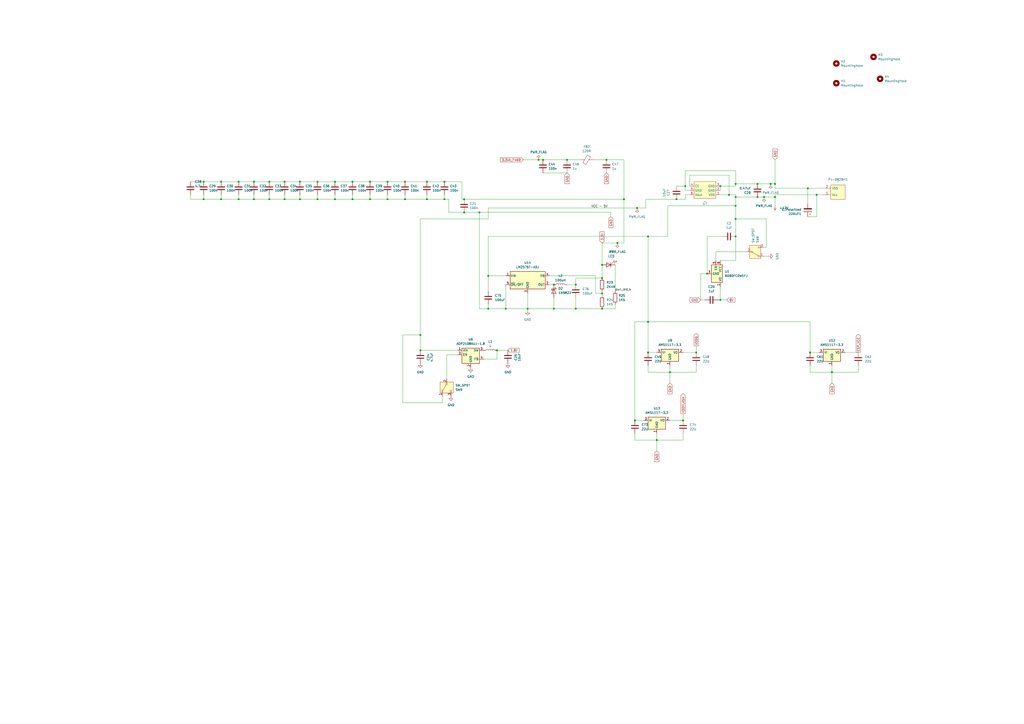
<source format=kicad_sch>
(kicad_sch
	(version 20231120)
	(generator "eeschema")
	(generator_version "8.0")
	(uuid "efe0febf-1ab5-4f59-9f40-ff60cf3a6198")
	(paper "A2")
	(lib_symbols
		(symbol "Device:C"
			(pin_numbers hide)
			(pin_names
				(offset 0.254)
			)
			(exclude_from_sim no)
			(in_bom yes)
			(on_board yes)
			(property "Reference" "C"
				(at 0.635 2.54 0)
				(effects
					(font
						(size 1.27 1.27)
					)
					(justify left)
				)
			)
			(property "Value" "C"
				(at 0.635 -2.54 0)
				(effects
					(font
						(size 1.27 1.27)
					)
					(justify left)
				)
			)
			(property "Footprint" ""
				(at 0.9652 -3.81 0)
				(effects
					(font
						(size 1.27 1.27)
					)
					(hide yes)
				)
			)
			(property "Datasheet" "~"
				(at 0 0 0)
				(effects
					(font
						(size 1.27 1.27)
					)
					(hide yes)
				)
			)
			(property "Description" "Unpolarized capacitor"
				(at 0 0 0)
				(effects
					(font
						(size 1.27 1.27)
					)
					(hide yes)
				)
			)
			(property "ki_keywords" "cap capacitor"
				(at 0 0 0)
				(effects
					(font
						(size 1.27 1.27)
					)
					(hide yes)
				)
			)
			(property "ki_fp_filters" "C_*"
				(at 0 0 0)
				(effects
					(font
						(size 1.27 1.27)
					)
					(hide yes)
				)
			)
			(symbol "C_0_1"
				(polyline
					(pts
						(xy -2.032 -0.762) (xy 2.032 -0.762)
					)
					(stroke
						(width 0.508)
						(type default)
					)
					(fill
						(type none)
					)
				)
				(polyline
					(pts
						(xy -2.032 0.762) (xy 2.032 0.762)
					)
					(stroke
						(width 0.508)
						(type default)
					)
					(fill
						(type none)
					)
				)
			)
			(symbol "C_1_1"
				(pin passive line
					(at 0 3.81 270)
					(length 2.794)
					(name "~"
						(effects
							(font
								(size 1.27 1.27)
							)
						)
					)
					(number "1"
						(effects
							(font
								(size 1.27 1.27)
							)
						)
					)
				)
				(pin passive line
					(at 0 -3.81 90)
					(length 2.794)
					(name "~"
						(effects
							(font
								(size 1.27 1.27)
							)
						)
					)
					(number "2"
						(effects
							(font
								(size 1.27 1.27)
							)
						)
					)
				)
			)
		)
		(symbol "Device:C_Polarized"
			(pin_numbers hide)
			(pin_names
				(offset 0.254)
			)
			(exclude_from_sim no)
			(in_bom yes)
			(on_board yes)
			(property "Reference" "C"
				(at 0.635 2.54 0)
				(effects
					(font
						(size 1.27 1.27)
					)
					(justify left)
				)
			)
			(property "Value" "C_Polarized"
				(at 0.635 -2.54 0)
				(effects
					(font
						(size 1.27 1.27)
					)
					(justify left)
				)
			)
			(property "Footprint" ""
				(at 0.9652 -3.81 0)
				(effects
					(font
						(size 1.27 1.27)
					)
					(hide yes)
				)
			)
			(property "Datasheet" "~"
				(at 0 0 0)
				(effects
					(font
						(size 1.27 1.27)
					)
					(hide yes)
				)
			)
			(property "Description" "Polarized capacitor"
				(at 0 0 0)
				(effects
					(font
						(size 1.27 1.27)
					)
					(hide yes)
				)
			)
			(property "ki_keywords" "cap capacitor"
				(at 0 0 0)
				(effects
					(font
						(size 1.27 1.27)
					)
					(hide yes)
				)
			)
			(property "ki_fp_filters" "CP_*"
				(at 0 0 0)
				(effects
					(font
						(size 1.27 1.27)
					)
					(hide yes)
				)
			)
			(symbol "C_Polarized_0_1"
				(rectangle
					(start -2.286 0.508)
					(end 2.286 1.016)
					(stroke
						(width 0)
						(type default)
					)
					(fill
						(type none)
					)
				)
				(polyline
					(pts
						(xy -1.778 2.286) (xy -0.762 2.286)
					)
					(stroke
						(width 0)
						(type default)
					)
					(fill
						(type none)
					)
				)
				(polyline
					(pts
						(xy -1.27 2.794) (xy -1.27 1.778)
					)
					(stroke
						(width 0)
						(type default)
					)
					(fill
						(type none)
					)
				)
				(rectangle
					(start 2.286 -0.508)
					(end -2.286 -1.016)
					(stroke
						(width 0)
						(type default)
					)
					(fill
						(type outline)
					)
				)
			)
			(symbol "C_Polarized_1_1"
				(pin passive line
					(at 0 3.81 270)
					(length 2.794)
					(name "~"
						(effects
							(font
								(size 1.27 1.27)
							)
						)
					)
					(number "1"
						(effects
							(font
								(size 1.27 1.27)
							)
						)
					)
				)
				(pin passive line
					(at 0 -3.81 90)
					(length 2.794)
					(name "~"
						(effects
							(font
								(size 1.27 1.27)
							)
						)
					)
					(number "2"
						(effects
							(font
								(size 1.27 1.27)
							)
						)
					)
				)
			)
		)
		(symbol "Device:FerriteBead"
			(pin_numbers hide)
			(pin_names
				(offset 0)
			)
			(exclude_from_sim no)
			(in_bom yes)
			(on_board yes)
			(property "Reference" "FB"
				(at -3.81 0.635 90)
				(effects
					(font
						(size 1.27 1.27)
					)
				)
			)
			(property "Value" "FerriteBead"
				(at 3.81 0 90)
				(effects
					(font
						(size 1.27 1.27)
					)
				)
			)
			(property "Footprint" ""
				(at -1.778 0 90)
				(effects
					(font
						(size 1.27 1.27)
					)
					(hide yes)
				)
			)
			(property "Datasheet" "~"
				(at 0 0 0)
				(effects
					(font
						(size 1.27 1.27)
					)
					(hide yes)
				)
			)
			(property "Description" "Ferrite bead"
				(at 0 0 0)
				(effects
					(font
						(size 1.27 1.27)
					)
					(hide yes)
				)
			)
			(property "ki_keywords" "L ferrite bead inductor filter"
				(at 0 0 0)
				(effects
					(font
						(size 1.27 1.27)
					)
					(hide yes)
				)
			)
			(property "ki_fp_filters" "Inductor_* L_* *Ferrite*"
				(at 0 0 0)
				(effects
					(font
						(size 1.27 1.27)
					)
					(hide yes)
				)
			)
			(symbol "FerriteBead_0_1"
				(polyline
					(pts
						(xy 0 -1.27) (xy 0 -1.2192)
					)
					(stroke
						(width 0)
						(type default)
					)
					(fill
						(type none)
					)
				)
				(polyline
					(pts
						(xy 0 1.27) (xy 0 1.2954)
					)
					(stroke
						(width 0)
						(type default)
					)
					(fill
						(type none)
					)
				)
				(polyline
					(pts
						(xy -2.7686 0.4064) (xy -1.7018 2.2606) (xy 2.7686 -0.3048) (xy 1.6764 -2.159) (xy -2.7686 0.4064)
					)
					(stroke
						(width 0)
						(type default)
					)
					(fill
						(type none)
					)
				)
			)
			(symbol "FerriteBead_1_1"
				(pin passive line
					(at 0 3.81 270)
					(length 2.54)
					(name "~"
						(effects
							(font
								(size 1.27 1.27)
							)
						)
					)
					(number "1"
						(effects
							(font
								(size 1.27 1.27)
							)
						)
					)
				)
				(pin passive line
					(at 0 -3.81 90)
					(length 2.54)
					(name "~"
						(effects
							(font
								(size 1.27 1.27)
							)
						)
					)
					(number "2"
						(effects
							(font
								(size 1.27 1.27)
							)
						)
					)
				)
			)
		)
		(symbol "Device:L"
			(pin_numbers hide)
			(pin_names
				(offset 1.016) hide)
			(exclude_from_sim no)
			(in_bom yes)
			(on_board yes)
			(property "Reference" "L"
				(at -1.27 0 90)
				(effects
					(font
						(size 1.27 1.27)
					)
				)
			)
			(property "Value" "L"
				(at 1.905 0 90)
				(effects
					(font
						(size 1.27 1.27)
					)
				)
			)
			(property "Footprint" ""
				(at 0 0 0)
				(effects
					(font
						(size 1.27 1.27)
					)
					(hide yes)
				)
			)
			(property "Datasheet" "~"
				(at 0 0 0)
				(effects
					(font
						(size 1.27 1.27)
					)
					(hide yes)
				)
			)
			(property "Description" "Inductor"
				(at 0 0 0)
				(effects
					(font
						(size 1.27 1.27)
					)
					(hide yes)
				)
			)
			(property "ki_keywords" "inductor choke coil reactor magnetic"
				(at 0 0 0)
				(effects
					(font
						(size 1.27 1.27)
					)
					(hide yes)
				)
			)
			(property "ki_fp_filters" "Choke_* *Coil* Inductor_* L_*"
				(at 0 0 0)
				(effects
					(font
						(size 1.27 1.27)
					)
					(hide yes)
				)
			)
			(symbol "L_0_1"
				(arc
					(start 0 -2.54)
					(mid 0.6323 -1.905)
					(end 0 -1.27)
					(stroke
						(width 0)
						(type default)
					)
					(fill
						(type none)
					)
				)
				(arc
					(start 0 -1.27)
					(mid 0.6323 -0.635)
					(end 0 0)
					(stroke
						(width 0)
						(type default)
					)
					(fill
						(type none)
					)
				)
				(arc
					(start 0 0)
					(mid 0.6323 0.635)
					(end 0 1.27)
					(stroke
						(width 0)
						(type default)
					)
					(fill
						(type none)
					)
				)
				(arc
					(start 0 1.27)
					(mid 0.6323 1.905)
					(end 0 2.54)
					(stroke
						(width 0)
						(type default)
					)
					(fill
						(type none)
					)
				)
			)
			(symbol "L_1_1"
				(pin passive line
					(at 0 3.81 270)
					(length 1.27)
					(name "1"
						(effects
							(font
								(size 1.27 1.27)
							)
						)
					)
					(number "1"
						(effects
							(font
								(size 1.27 1.27)
							)
						)
					)
				)
				(pin passive line
					(at 0 -3.81 90)
					(length 1.27)
					(name "2"
						(effects
							(font
								(size 1.27 1.27)
							)
						)
					)
					(number "2"
						(effects
							(font
								(size 1.27 1.27)
							)
						)
					)
				)
			)
		)
		(symbol "Device:LED"
			(pin_numbers hide)
			(pin_names
				(offset 1.016) hide)
			(exclude_from_sim no)
			(in_bom yes)
			(on_board yes)
			(property "Reference" "D"
				(at 0 2.54 0)
				(effects
					(font
						(size 1.27 1.27)
					)
				)
			)
			(property "Value" "LED"
				(at 0 -2.54 0)
				(effects
					(font
						(size 1.27 1.27)
					)
				)
			)
			(property "Footprint" ""
				(at 0 0 0)
				(effects
					(font
						(size 1.27 1.27)
					)
					(hide yes)
				)
			)
			(property "Datasheet" "~"
				(at 0 0 0)
				(effects
					(font
						(size 1.27 1.27)
					)
					(hide yes)
				)
			)
			(property "Description" "Light emitting diode"
				(at 0 0 0)
				(effects
					(font
						(size 1.27 1.27)
					)
					(hide yes)
				)
			)
			(property "ki_keywords" "LED diode"
				(at 0 0 0)
				(effects
					(font
						(size 1.27 1.27)
					)
					(hide yes)
				)
			)
			(property "ki_fp_filters" "LED* LED_SMD:* LED_THT:*"
				(at 0 0 0)
				(effects
					(font
						(size 1.27 1.27)
					)
					(hide yes)
				)
			)
			(symbol "LED_0_1"
				(polyline
					(pts
						(xy -1.27 -1.27) (xy -1.27 1.27)
					)
					(stroke
						(width 0.254)
						(type default)
					)
					(fill
						(type none)
					)
				)
				(polyline
					(pts
						(xy -1.27 0) (xy 1.27 0)
					)
					(stroke
						(width 0)
						(type default)
					)
					(fill
						(type none)
					)
				)
				(polyline
					(pts
						(xy 1.27 -1.27) (xy 1.27 1.27) (xy -1.27 0) (xy 1.27 -1.27)
					)
					(stroke
						(width 0.254)
						(type default)
					)
					(fill
						(type none)
					)
				)
				(polyline
					(pts
						(xy -3.048 -0.762) (xy -4.572 -2.286) (xy -3.81 -2.286) (xy -4.572 -2.286) (xy -4.572 -1.524)
					)
					(stroke
						(width 0)
						(type default)
					)
					(fill
						(type none)
					)
				)
				(polyline
					(pts
						(xy -1.778 -0.762) (xy -3.302 -2.286) (xy -2.54 -2.286) (xy -3.302 -2.286) (xy -3.302 -1.524)
					)
					(stroke
						(width 0)
						(type default)
					)
					(fill
						(type none)
					)
				)
			)
			(symbol "LED_1_1"
				(pin passive line
					(at -3.81 0 0)
					(length 2.54)
					(name "K"
						(effects
							(font
								(size 1.27 1.27)
							)
						)
					)
					(number "1"
						(effects
							(font
								(size 1.27 1.27)
							)
						)
					)
				)
				(pin passive line
					(at 3.81 0 180)
					(length 2.54)
					(name "A"
						(effects
							(font
								(size 1.27 1.27)
							)
						)
					)
					(number "2"
						(effects
							(font
								(size 1.27 1.27)
							)
						)
					)
				)
			)
		)
		(symbol "Device:R"
			(pin_numbers hide)
			(pin_names
				(offset 0)
			)
			(exclude_from_sim no)
			(in_bom yes)
			(on_board yes)
			(property "Reference" "R"
				(at 2.032 0 90)
				(effects
					(font
						(size 1.27 1.27)
					)
				)
			)
			(property "Value" "R"
				(at 0 0 90)
				(effects
					(font
						(size 1.27 1.27)
					)
				)
			)
			(property "Footprint" ""
				(at -1.778 0 90)
				(effects
					(font
						(size 1.27 1.27)
					)
					(hide yes)
				)
			)
			(property "Datasheet" "~"
				(at 0 0 0)
				(effects
					(font
						(size 1.27 1.27)
					)
					(hide yes)
				)
			)
			(property "Description" "Resistor"
				(at 0 0 0)
				(effects
					(font
						(size 1.27 1.27)
					)
					(hide yes)
				)
			)
			(property "ki_keywords" "R res resistor"
				(at 0 0 0)
				(effects
					(font
						(size 1.27 1.27)
					)
					(hide yes)
				)
			)
			(property "ki_fp_filters" "R_*"
				(at 0 0 0)
				(effects
					(font
						(size 1.27 1.27)
					)
					(hide yes)
				)
			)
			(symbol "R_0_1"
				(rectangle
					(start -1.016 -2.54)
					(end 1.016 2.54)
					(stroke
						(width 0.254)
						(type default)
					)
					(fill
						(type none)
					)
				)
			)
			(symbol "R_1_1"
				(pin passive line
					(at 0 3.81 270)
					(length 1.27)
					(name "~"
						(effects
							(font
								(size 1.27 1.27)
							)
						)
					)
					(number "1"
						(effects
							(font
								(size 1.27 1.27)
							)
						)
					)
				)
				(pin passive line
					(at 0 -3.81 90)
					(length 1.27)
					(name "~"
						(effects
							(font
								(size 1.27 1.27)
							)
						)
					)
					(number "2"
						(effects
							(font
								(size 1.27 1.27)
							)
						)
					)
				)
			)
		)
		(symbol "Diode:1N5822"
			(pin_numbers hide)
			(pin_names
				(offset 1.016) hide)
			(exclude_from_sim no)
			(in_bom yes)
			(on_board yes)
			(property "Reference" "D"
				(at 0 2.54 0)
				(effects
					(font
						(size 1.27 1.27)
					)
				)
			)
			(property "Value" "1N5822"
				(at 0 -2.54 0)
				(effects
					(font
						(size 1.27 1.27)
					)
				)
			)
			(property "Footprint" "Diode_THT:D_DO-201AD_P15.24mm_Horizontal"
				(at 0 -4.445 0)
				(effects
					(font
						(size 1.27 1.27)
					)
					(hide yes)
				)
			)
			(property "Datasheet" "http://www.vishay.com/docs/88526/1n5820.pdf"
				(at 0 0 0)
				(effects
					(font
						(size 1.27 1.27)
					)
					(hide yes)
				)
			)
			(property "Description" "40V 3A Schottky Barrier Rectifier Diode, DO-201AD"
				(at 0 0 0)
				(effects
					(font
						(size 1.27 1.27)
					)
					(hide yes)
				)
			)
			(property "ki_keywords" "diode Schottky"
				(at 0 0 0)
				(effects
					(font
						(size 1.27 1.27)
					)
					(hide yes)
				)
			)
			(property "ki_fp_filters" "D*DO?201AD*"
				(at 0 0 0)
				(effects
					(font
						(size 1.27 1.27)
					)
					(hide yes)
				)
			)
			(symbol "1N5822_0_1"
				(polyline
					(pts
						(xy 1.27 0) (xy -1.27 0)
					)
					(stroke
						(width 0)
						(type default)
					)
					(fill
						(type none)
					)
				)
				(polyline
					(pts
						(xy 1.27 1.27) (xy 1.27 -1.27) (xy -1.27 0) (xy 1.27 1.27)
					)
					(stroke
						(width 0.254)
						(type default)
					)
					(fill
						(type none)
					)
				)
				(polyline
					(pts
						(xy -1.905 0.635) (xy -1.905 1.27) (xy -1.27 1.27) (xy -1.27 -1.27) (xy -0.635 -1.27) (xy -0.635 -0.635)
					)
					(stroke
						(width 0.254)
						(type default)
					)
					(fill
						(type none)
					)
				)
			)
			(symbol "1N5822_1_1"
				(pin passive line
					(at -3.81 0 0)
					(length 2.54)
					(name "K"
						(effects
							(font
								(size 1.27 1.27)
							)
						)
					)
					(number "1"
						(effects
							(font
								(size 1.27 1.27)
							)
						)
					)
				)
				(pin passive line
					(at 3.81 0 180)
					(length 2.54)
					(name "A"
						(effects
							(font
								(size 1.27 1.27)
							)
						)
					)
					(number "2"
						(effects
							(font
								(size 1.27 1.27)
							)
						)
					)
				)
			)
		)
		(symbol "Mechanical:MountingHole"
			(pin_names
				(offset 1.016)
			)
			(exclude_from_sim yes)
			(in_bom no)
			(on_board yes)
			(property "Reference" "H"
				(at 0 5.08 0)
				(effects
					(font
						(size 1.27 1.27)
					)
				)
			)
			(property "Value" "MountingHole"
				(at 0 3.175 0)
				(effects
					(font
						(size 1.27 1.27)
					)
				)
			)
			(property "Footprint" ""
				(at 0 0 0)
				(effects
					(font
						(size 1.27 1.27)
					)
					(hide yes)
				)
			)
			(property "Datasheet" "~"
				(at 0 0 0)
				(effects
					(font
						(size 1.27 1.27)
					)
					(hide yes)
				)
			)
			(property "Description" "Mounting Hole without connection"
				(at 0 0 0)
				(effects
					(font
						(size 1.27 1.27)
					)
					(hide yes)
				)
			)
			(property "ki_keywords" "mounting hole"
				(at 0 0 0)
				(effects
					(font
						(size 1.27 1.27)
					)
					(hide yes)
				)
			)
			(property "ki_fp_filters" "MountingHole*"
				(at 0 0 0)
				(effects
					(font
						(size 1.27 1.27)
					)
					(hide yes)
				)
			)
			(symbol "MountingHole_0_1"
				(circle
					(center 0 0)
					(radius 1.27)
					(stroke
						(width 1.27)
						(type default)
					)
					(fill
						(type none)
					)
				)
			)
		)
		(symbol "PJ-082BH:PJ-082BH"
			(exclude_from_sim no)
			(in_bom yes)
			(on_board yes)
			(property "Reference" "PJ-082BH"
				(at 0 5.08 0)
				(effects
					(font
						(size 1.27 1.27)
					)
				)
			)
			(property "Value" ""
				(at 0 0 0)
				(effects
					(font
						(size 1.27 1.27)
					)
				)
			)
			(property "Footprint" ""
				(at 0 0 0)
				(effects
					(font
						(size 1.27 1.27)
					)
					(hide yes)
				)
			)
			(property "Datasheet" ""
				(at 0 0 0)
				(effects
					(font
						(size 1.27 1.27)
					)
					(hide yes)
				)
			)
			(property "Description" ""
				(at 0 0 0)
				(effects
					(font
						(size 1.27 1.27)
					)
					(hide yes)
				)
			)
			(symbol "PJ-082BH_1_1"
				(rectangle
					(start -4.445 2.54)
					(end 3.81 -5.715)
					(stroke
						(width 0)
						(type default)
					)
					(fill
						(type background)
					)
				)
				(pin input line
					(at -8.89 0 0)
					(length 4.5)
					(name "Vcc"
						(effects
							(font
								(size 1.27 1.27)
							)
						)
					)
					(number "1"
						(effects
							(font
								(size 1.27 1.27)
							)
						)
					)
				)
				(pin passive line
					(at -8.89 -3.81 0)
					(length 4.5)
					(name "VSS"
						(effects
							(font
								(size 1.27 1.27)
							)
						)
					)
					(number "2"
						(effects
							(font
								(size 1.27 1.27)
							)
						)
					)
				)
			)
		)
		(symbol "R1501S050B-E2-FE:R1501S050B-E2-FE"
			(exclude_from_sim no)
			(in_bom yes)
			(on_board yes)
			(property "Reference" "U"
				(at -22.86 2.54 0)
				(effects
					(font
						(size 1.27 1.27)
					)
				)
			)
			(property "Value" ""
				(at -22.86 2.54 0)
				(effects
					(font
						(size 1.27 1.27)
					)
				)
			)
			(property "Footprint" ""
				(at -22.86 2.54 0)
				(effects
					(font
						(size 1.27 1.27)
					)
					(hide yes)
				)
			)
			(property "Datasheet" ""
				(at -22.86 2.54 0)
				(effects
					(font
						(size 1.27 1.27)
					)
					(hide yes)
				)
			)
			(property "Description" ""
				(at -22.86 2.54 0)
				(effects
					(font
						(size 1.27 1.27)
					)
					(hide yes)
				)
			)
			(symbol "R1501S050B-E2-FE_1_1"
				(rectangle
					(start -6.35 4.445)
					(end 6.35 -5.08)
					(stroke
						(width 0)
						(type default)
					)
					(fill
						(type background)
					)
				)
				(pin input line
					(at -8.89 2.54 0)
					(length 2.54)
					(name "VDD"
						(effects
							(font
								(size 1.27 1.27)
							)
						)
					)
					(number "1"
						(effects
							(font
								(size 1.27 1.27)
							)
						)
					)
				)
				(pin input line
					(at -8.89 0 0)
					(length 2.54)
					(name "GND"
						(effects
							(font
								(size 1.27 1.27)
							)
						)
					)
					(number "2"
						(effects
							(font
								(size 1.27 1.27)
							)
						)
					)
				)
				(pin input line
					(at -8.89 -2.54 0)
					(length 2.54)
					(name "GND"
						(effects
							(font
								(size 1.27 1.27)
							)
						)
					)
					(number "3"
						(effects
							(font
								(size 1.27 1.27)
							)
						)
					)
				)
				(pin input line
					(at 8.89 -2.54 180)
					(length 2.54)
					(name "CE"
						(effects
							(font
								(size 1.27 1.27)
							)
						)
					)
					(number "4"
						(effects
							(font
								(size 1.27 1.27)
							)
						)
					)
				)
				(pin input line
					(at 8.89 0 180)
					(length 2.54)
					(name "GND"
						(effects
							(font
								(size 1.27 1.27)
							)
						)
					)
					(number "5"
						(effects
							(font
								(size 1.27 1.27)
							)
						)
					)
				)
				(pin input line
					(at 8.89 2.54 180)
					(length 2.54)
					(name "Vout"
						(effects
							(font
								(size 1.27 1.27)
							)
						)
					)
					(number "6"
						(effects
							(font
								(size 1.27 1.27)
							)
						)
					)
				)
			)
		)
		(symbol "Regulator_Linear:AMS1117-3.3"
			(exclude_from_sim no)
			(in_bom yes)
			(on_board yes)
			(property "Reference" "U"
				(at -3.81 3.175 0)
				(effects
					(font
						(size 1.27 1.27)
					)
				)
			)
			(property "Value" "AMS1117-3.3"
				(at 0 3.175 0)
				(effects
					(font
						(size 1.27 1.27)
					)
					(justify left)
				)
			)
			(property "Footprint" "Package_TO_SOT_SMD:SOT-223-3_TabPin2"
				(at 0 5.08 0)
				(effects
					(font
						(size 1.27 1.27)
					)
					(hide yes)
				)
			)
			(property "Datasheet" "http://www.advanced-monolithic.com/pdf/ds1117.pdf"
				(at 2.54 -6.35 0)
				(effects
					(font
						(size 1.27 1.27)
					)
					(hide yes)
				)
			)
			(property "Description" "1A Low Dropout regulator, positive, 3.3V fixed output, SOT-223"
				(at 0 0 0)
				(effects
					(font
						(size 1.27 1.27)
					)
					(hide yes)
				)
			)
			(property "ki_keywords" "linear regulator ldo fixed positive"
				(at 0 0 0)
				(effects
					(font
						(size 1.27 1.27)
					)
					(hide yes)
				)
			)
			(property "ki_fp_filters" "SOT?223*TabPin2*"
				(at 0 0 0)
				(effects
					(font
						(size 1.27 1.27)
					)
					(hide yes)
				)
			)
			(symbol "AMS1117-3.3_0_1"
				(rectangle
					(start -5.08 -5.08)
					(end 5.08 1.905)
					(stroke
						(width 0.254)
						(type default)
					)
					(fill
						(type background)
					)
				)
			)
			(symbol "AMS1117-3.3_1_1"
				(pin power_in line
					(at 0 -7.62 90)
					(length 2.54)
					(name "GND"
						(effects
							(font
								(size 1.27 1.27)
							)
						)
					)
					(number "1"
						(effects
							(font
								(size 1.27 1.27)
							)
						)
					)
				)
				(pin power_out line
					(at 7.62 0 180)
					(length 2.54)
					(name "VO"
						(effects
							(font
								(size 1.27 1.27)
							)
						)
					)
					(number "2"
						(effects
							(font
								(size 1.27 1.27)
							)
						)
					)
				)
				(pin power_in line
					(at -7.62 0 0)
					(length 2.54)
					(name "VI"
						(effects
							(font
								(size 1.27 1.27)
							)
						)
					)
					(number "3"
						(effects
							(font
								(size 1.27 1.27)
							)
						)
					)
				)
			)
		)
		(symbol "Regulator_Linear:BD80FC0WEFJ"
			(exclude_from_sim no)
			(in_bom yes)
			(on_board yes)
			(property "Reference" "U"
				(at 0 7.62 0)
				(effects
					(font
						(size 1.27 1.27)
					)
				)
			)
			(property "Value" "BD80FC0WEFJ"
				(at 0 5.08 0)
				(effects
					(font
						(size 1.27 1.27)
					)
				)
			)
			(property "Footprint" "Package_SO:HTSOP-8-1EP_3.9x4.9mm_P1.27mm_EP2.4x3.2mm"
				(at 0 2.54 0)
				(effects
					(font
						(size 1.27 1.27)
					)
					(hide yes)
				)
			)
			(property "Datasheet" "https://fscdn.rohm.com/en/products/databook/datasheet/ic/power/linear_regulator/bdxxfc0wefj-e.pdf"
				(at -1.27 10.16 0)
				(effects
					(font
						(size 1.27 1.27)
					)
					(hide yes)
				)
			)
			(property "Description" "1A, 8.0V LDO regulator with OVP & TSP, with enable, HTSOP-J8"
				(at 0 0 0)
				(effects
					(font
						(size 1.27 1.27)
					)
					(hide yes)
				)
			)
			(property "ki_keywords" "linear regulator fixed positive over voltage protection thermal shutdown"
				(at 0 0 0)
				(effects
					(font
						(size 1.27 1.27)
					)
					(hide yes)
				)
			)
			(property "ki_fp_filters" "HTSOP*1EP*3.9x4.9mm*P1.27mm*"
				(at 0 0 0)
				(effects
					(font
						(size 1.27 1.27)
					)
					(hide yes)
				)
			)
			(symbol "BD80FC0WEFJ_1_1"
				(rectangle
					(start -5.08 -5.08)
					(end 5.08 1.27)
					(stroke
						(width 0.254)
						(type default)
					)
					(fill
						(type background)
					)
				)
				(pin power_out line
					(at 7.62 0 180)
					(length 2.54)
					(name "VO"
						(effects
							(font
								(size 1.27 1.27)
							)
						)
					)
					(number "1"
						(effects
							(font
								(size 1.27 1.27)
							)
						)
					)
				)
				(pin no_connect line
					(at 5.08 -2.54 180)
					(length 2.54) hide
					(name "NC"
						(effects
							(font
								(size 1.27 1.27)
							)
						)
					)
					(number "2"
						(effects
							(font
								(size 1.27 1.27)
							)
						)
					)
				)
				(pin power_in line
					(at 0 -7.62 90)
					(length 2.54)
					(name "GND"
						(effects
							(font
								(size 1.27 1.27)
							)
						)
					)
					(number "3"
						(effects
							(font
								(size 1.27 1.27)
							)
						)
					)
				)
				(pin no_connect line
					(at -3.81 -5.08 90)
					(length 2.54) hide
					(name "NC"
						(effects
							(font
								(size 1.27 1.27)
							)
						)
					)
					(number "4"
						(effects
							(font
								(size 1.27 1.27)
							)
						)
					)
				)
				(pin input line
					(at -7.62 -2.54 0)
					(length 2.54)
					(name "EN"
						(effects
							(font
								(size 1.27 1.27)
							)
						)
					)
					(number "5"
						(effects
							(font
								(size 1.27 1.27)
							)
						)
					)
				)
				(pin no_connect line
					(at -2.54 -5.08 90)
					(length 2.54) hide
					(name "NC"
						(effects
							(font
								(size 1.27 1.27)
							)
						)
					)
					(number "6"
						(effects
							(font
								(size 1.27 1.27)
							)
						)
					)
				)
				(pin no_connect line
					(at -1.27 -5.08 90)
					(length 2.54) hide
					(name "NC"
						(effects
							(font
								(size 1.27 1.27)
							)
						)
					)
					(number "7"
						(effects
							(font
								(size 1.27 1.27)
							)
						)
					)
				)
				(pin power_in line
					(at -7.62 0 0)
					(length 2.54)
					(name "VCC"
						(effects
							(font
								(size 1.27 1.27)
							)
						)
					)
					(number "8"
						(effects
							(font
								(size 1.27 1.27)
							)
						)
					)
				)
				(pin passive line
					(at 0 -7.62 90)
					(length 2.54) hide
					(name "GND"
						(effects
							(font
								(size 1.27 1.27)
							)
						)
					)
					(number "9"
						(effects
							(font
								(size 1.27 1.27)
							)
						)
					)
				)
			)
		)
		(symbol "Regulator_Switching:ADP2108AUJ-1.8"
			(exclude_from_sim no)
			(in_bom yes)
			(on_board yes)
			(property "Reference" "U"
				(at -5.08 5.08 0)
				(effects
					(font
						(size 1.27 1.27)
					)
					(justify left)
				)
			)
			(property "Value" "ADP2108AUJ-1.8"
				(at 0 5.08 0)
				(effects
					(font
						(size 1.27 1.27)
					)
					(justify left)
				)
			)
			(property "Footprint" "Package_TO_SOT_SMD:TSOT-23-5"
				(at 1.27 -6.35 0)
				(effects
					(font
						(size 1.27 1.27)
					)
					(justify left)
					(hide yes)
				)
			)
			(property "Datasheet" "https://www.analog.com/media/en/technical-documentation/data-sheets/ADP2108.pdf"
				(at -6.35 -8.89 0)
				(effects
					(font
						(size 1.27 1.27)
					)
					(hide yes)
				)
			)
			(property "Description" "3MHz switching bucK regulator, 600mA 1.8V output voltage,"
				(at 0 0 0)
				(effects
					(font
						(size 1.27 1.27)
					)
					(hide yes)
				)
			)
			(property "ki_keywords" "Voltage regulator switching buck fixed output analog"
				(at 0 0 0)
				(effects
					(font
						(size 1.27 1.27)
					)
					(hide yes)
				)
			)
			(property "ki_fp_filters" "TSOT?23*"
				(at 0 0 0)
				(effects
					(font
						(size 1.27 1.27)
					)
					(hide yes)
				)
			)
			(symbol "ADP2108AUJ-1.8_0_1"
				(rectangle
					(start -5.08 3.81)
					(end 5.08 -5.08)
					(stroke
						(width 0.254)
						(type default)
					)
					(fill
						(type background)
					)
				)
			)
			(symbol "ADP2108AUJ-1.8_1_1"
				(pin power_in line
					(at -7.62 2.54 0)
					(length 2.54)
					(name "Vin"
						(effects
							(font
								(size 1.27 1.27)
							)
						)
					)
					(number "1"
						(effects
							(font
								(size 1.27 1.27)
							)
						)
					)
				)
				(pin power_in line
					(at 0 -7.62 90)
					(length 2.54)
					(name "GND"
						(effects
							(font
								(size 1.27 1.27)
							)
						)
					)
					(number "2"
						(effects
							(font
								(size 1.27 1.27)
							)
						)
					)
				)
				(pin input line
					(at -7.62 0 0)
					(length 2.54)
					(name "EN"
						(effects
							(font
								(size 1.27 1.27)
							)
						)
					)
					(number "3"
						(effects
							(font
								(size 1.27 1.27)
							)
						)
					)
				)
				(pin input line
					(at 7.62 -2.54 180)
					(length 2.54)
					(name "FB"
						(effects
							(font
								(size 1.27 1.27)
							)
						)
					)
					(number "4"
						(effects
							(font
								(size 1.27 1.27)
							)
						)
					)
				)
				(pin input line
					(at 7.62 2.54 180)
					(length 2.54)
					(name "SW"
						(effects
							(font
								(size 1.27 1.27)
							)
						)
					)
					(number "5"
						(effects
							(font
								(size 1.27 1.27)
							)
						)
					)
				)
			)
		)
		(symbol "Regulator_Switching:LM2576T-ADJ"
			(pin_names
				(offset 0.254)
			)
			(exclude_from_sim no)
			(in_bom yes)
			(on_board yes)
			(property "Reference" "U"
				(at -10.16 6.35 0)
				(effects
					(font
						(size 1.27 1.27)
					)
					(justify left)
				)
			)
			(property "Value" "LM2576T-ADJ"
				(at 0 6.35 0)
				(effects
					(font
						(size 1.27 1.27)
					)
					(justify left)
				)
			)
			(property "Footprint" "Package_TO_SOT_THT:TO-220-5_Vertical"
				(at 0 -6.35 0)
				(effects
					(font
						(size 1.27 1.27)
						(italic yes)
					)
					(justify left)
					(hide yes)
				)
			)
			(property "Datasheet" "http://www.ti.com/lit/ds/symlink/lm2576.pdf"
				(at 0 0 0)
				(effects
					(font
						(size 1.27 1.27)
					)
					(hide yes)
				)
			)
			(property "Description" "Adjustable Output Voltage, 3A SIMPLE SWITCHER® Step-Down Voltage Regulator, TO-220-5"
				(at 0 0 0)
				(effects
					(font
						(size 1.27 1.27)
					)
					(hide yes)
				)
			)
			(property "ki_keywords" "Step-Down Voltage Regulator 3A Adjustable"
				(at 0 0 0)
				(effects
					(font
						(size 1.27 1.27)
					)
					(hide yes)
				)
			)
			(property "ki_fp_filters" "TO?220*"
				(at 0 0 0)
				(effects
					(font
						(size 1.27 1.27)
					)
					(hide yes)
				)
			)
			(symbol "LM2576T-ADJ_0_1"
				(rectangle
					(start -10.16 5.08)
					(end 10.16 -5.08)
					(stroke
						(width 0.254)
						(type default)
					)
					(fill
						(type background)
					)
				)
			)
			(symbol "LM2576T-ADJ_1_1"
				(pin power_in line
					(at -12.7 2.54 0)
					(length 2.54)
					(name "VIN"
						(effects
							(font
								(size 1.27 1.27)
							)
						)
					)
					(number "1"
						(effects
							(font
								(size 1.27 1.27)
							)
						)
					)
				)
				(pin output line
					(at 12.7 -2.54 180)
					(length 2.54)
					(name "OUT"
						(effects
							(font
								(size 1.27 1.27)
							)
						)
					)
					(number "2"
						(effects
							(font
								(size 1.27 1.27)
							)
						)
					)
				)
				(pin power_in line
					(at 0 -7.62 90)
					(length 2.54)
					(name "GND"
						(effects
							(font
								(size 1.27 1.27)
							)
						)
					)
					(number "3"
						(effects
							(font
								(size 1.27 1.27)
							)
						)
					)
				)
				(pin input line
					(at 12.7 2.54 180)
					(length 2.54)
					(name "FB"
						(effects
							(font
								(size 1.27 1.27)
							)
						)
					)
					(number "4"
						(effects
							(font
								(size 1.27 1.27)
							)
						)
					)
				)
				(pin input line
					(at -12.7 -2.54 0)
					(length 2.54)
					(name "~{ON}/OFF"
						(effects
							(font
								(size 1.27 1.27)
							)
						)
					)
					(number "5"
						(effects
							(font
								(size 1.27 1.27)
							)
						)
					)
				)
			)
		)
		(symbol "Switch:SW_SPDT"
			(pin_names
				(offset 0) hide)
			(exclude_from_sim no)
			(in_bom yes)
			(on_board yes)
			(property "Reference" "SW"
				(at 0 5.08 0)
				(effects
					(font
						(size 1.27 1.27)
					)
				)
			)
			(property "Value" "SW_SPDT"
				(at 0 -5.08 0)
				(effects
					(font
						(size 1.27 1.27)
					)
				)
			)
			(property "Footprint" ""
				(at 0 0 0)
				(effects
					(font
						(size 1.27 1.27)
					)
					(hide yes)
				)
			)
			(property "Datasheet" "~"
				(at 0 -7.62 0)
				(effects
					(font
						(size 1.27 1.27)
					)
					(hide yes)
				)
			)
			(property "Description" "Switch, single pole double throw"
				(at 0 0 0)
				(effects
					(font
						(size 1.27 1.27)
					)
					(hide yes)
				)
			)
			(property "ki_keywords" "switch single-pole double-throw spdt ON-ON"
				(at 0 0 0)
				(effects
					(font
						(size 1.27 1.27)
					)
					(hide yes)
				)
			)
			(symbol "SW_SPDT_0_1"
				(circle
					(center -2.032 0)
					(radius 0.4572)
					(stroke
						(width 0)
						(type default)
					)
					(fill
						(type none)
					)
				)
				(polyline
					(pts
						(xy -1.651 0.254) (xy 1.651 2.286)
					)
					(stroke
						(width 0)
						(type default)
					)
					(fill
						(type none)
					)
				)
				(circle
					(center 2.032 -2.54)
					(radius 0.4572)
					(stroke
						(width 0)
						(type default)
					)
					(fill
						(type none)
					)
				)
				(circle
					(center 2.032 2.54)
					(radius 0.4572)
					(stroke
						(width 0)
						(type default)
					)
					(fill
						(type none)
					)
				)
			)
			(symbol "SW_SPDT_1_1"
				(rectangle
					(start -3.175 3.81)
					(end 3.175 -3.81)
					(stroke
						(width 0)
						(type default)
					)
					(fill
						(type background)
					)
				)
				(pin passive line
					(at 5.08 2.54 180)
					(length 2.54)
					(name "A"
						(effects
							(font
								(size 1.27 1.27)
							)
						)
					)
					(number "1"
						(effects
							(font
								(size 1.27 1.27)
							)
						)
					)
				)
				(pin passive line
					(at -5.08 0 0)
					(length 2.54)
					(name "B"
						(effects
							(font
								(size 1.27 1.27)
							)
						)
					)
					(number "2"
						(effects
							(font
								(size 1.27 1.27)
							)
						)
					)
				)
				(pin passive line
					(at 5.08 -2.54 180)
					(length 2.54)
					(name "C"
						(effects
							(font
								(size 1.27 1.27)
							)
						)
					)
					(number "3"
						(effects
							(font
								(size 1.27 1.27)
							)
						)
					)
				)
			)
		)
		(symbol "power:+24V"
			(power)
			(pin_numbers hide)
			(pin_names
				(offset 0) hide)
			(exclude_from_sim no)
			(in_bom yes)
			(on_board yes)
			(property "Reference" "#PWR"
				(at 0 -3.81 0)
				(effects
					(font
						(size 1.27 1.27)
					)
					(hide yes)
				)
			)
			(property "Value" "+24V"
				(at 0 3.556 0)
				(effects
					(font
						(size 1.27 1.27)
					)
				)
			)
			(property "Footprint" ""
				(at 0 0 0)
				(effects
					(font
						(size 1.27 1.27)
					)
					(hide yes)
				)
			)
			(property "Datasheet" ""
				(at 0 0 0)
				(effects
					(font
						(size 1.27 1.27)
					)
					(hide yes)
				)
			)
			(property "Description" "Power symbol creates a global label with name \"+24V\""
				(at 0 0 0)
				(effects
					(font
						(size 1.27 1.27)
					)
					(hide yes)
				)
			)
			(property "ki_keywords" "global power"
				(at 0 0 0)
				(effects
					(font
						(size 1.27 1.27)
					)
					(hide yes)
				)
			)
			(symbol "+24V_0_1"
				(polyline
					(pts
						(xy -0.762 1.27) (xy 0 2.54)
					)
					(stroke
						(width 0)
						(type default)
					)
					(fill
						(type none)
					)
				)
				(polyline
					(pts
						(xy 0 0) (xy 0 2.54)
					)
					(stroke
						(width 0)
						(type default)
					)
					(fill
						(type none)
					)
				)
				(polyline
					(pts
						(xy 0 2.54) (xy 0.762 1.27)
					)
					(stroke
						(width 0)
						(type default)
					)
					(fill
						(type none)
					)
				)
			)
			(symbol "+24V_1_1"
				(pin power_in line
					(at 0 0 90)
					(length 0)
					(name "~"
						(effects
							(font
								(size 1.27 1.27)
							)
						)
					)
					(number "1"
						(effects
							(font
								(size 1.27 1.27)
							)
						)
					)
				)
			)
		)
		(symbol "power:GND"
			(power)
			(pin_numbers hide)
			(pin_names
				(offset 0) hide)
			(exclude_from_sim no)
			(in_bom yes)
			(on_board yes)
			(property "Reference" "#PWR"
				(at 0 -6.35 0)
				(effects
					(font
						(size 1.27 1.27)
					)
					(hide yes)
				)
			)
			(property "Value" "GND"
				(at 0 -3.81 0)
				(effects
					(font
						(size 1.27 1.27)
					)
				)
			)
			(property "Footprint" ""
				(at 0 0 0)
				(effects
					(font
						(size 1.27 1.27)
					)
					(hide yes)
				)
			)
			(property "Datasheet" ""
				(at 0 0 0)
				(effects
					(font
						(size 1.27 1.27)
					)
					(hide yes)
				)
			)
			(property "Description" "Power symbol creates a global label with name \"GND\" , ground"
				(at 0 0 0)
				(effects
					(font
						(size 1.27 1.27)
					)
					(hide yes)
				)
			)
			(property "ki_keywords" "global power"
				(at 0 0 0)
				(effects
					(font
						(size 1.27 1.27)
					)
					(hide yes)
				)
			)
			(symbol "GND_0_1"
				(polyline
					(pts
						(xy 0 0) (xy 0 -1.27) (xy 1.27 -1.27) (xy 0 -2.54) (xy -1.27 -1.27) (xy 0 -1.27)
					)
					(stroke
						(width 0)
						(type default)
					)
					(fill
						(type none)
					)
				)
			)
			(symbol "GND_1_1"
				(pin power_in line
					(at 0 0 270)
					(length 0)
					(name "~"
						(effects
							(font
								(size 1.27 1.27)
							)
						)
					)
					(number "1"
						(effects
							(font
								(size 1.27 1.27)
							)
						)
					)
				)
			)
		)
		(symbol "power:PWR_FLAG"
			(power)
			(pin_numbers hide)
			(pin_names
				(offset 0) hide)
			(exclude_from_sim no)
			(in_bom yes)
			(on_board yes)
			(property "Reference" "#FLG"
				(at 0 1.905 0)
				(effects
					(font
						(size 1.27 1.27)
					)
					(hide yes)
				)
			)
			(property "Value" "PWR_FLAG"
				(at 0 3.81 0)
				(effects
					(font
						(size 1.27 1.27)
					)
				)
			)
			(property "Footprint" ""
				(at 0 0 0)
				(effects
					(font
						(size 1.27 1.27)
					)
					(hide yes)
				)
			)
			(property "Datasheet" "~"
				(at 0 0 0)
				(effects
					(font
						(size 1.27 1.27)
					)
					(hide yes)
				)
			)
			(property "Description" "Special symbol for telling ERC where power comes from"
				(at 0 0 0)
				(effects
					(font
						(size 1.27 1.27)
					)
					(hide yes)
				)
			)
			(property "ki_keywords" "flag power"
				(at 0 0 0)
				(effects
					(font
						(size 1.27 1.27)
					)
					(hide yes)
				)
			)
			(symbol "PWR_FLAG_0_0"
				(pin power_out line
					(at 0 0 90)
					(length 0)
					(name "~"
						(effects
							(font
								(size 1.27 1.27)
							)
						)
					)
					(number "1"
						(effects
							(font
								(size 1.27 1.27)
							)
						)
					)
				)
			)
			(symbol "PWR_FLAG_0_1"
				(polyline
					(pts
						(xy 0 0) (xy 0 1.27) (xy -1.016 1.905) (xy 0 2.54) (xy 1.016 1.905) (xy 0 1.27)
					)
					(stroke
						(width 0)
						(type default)
					)
					(fill
						(type none)
					)
				)
			)
		)
	)
	(junction
		(at 269.24 123.19)
		(diameter 0)
		(color 0 0 0 0)
		(uuid "0037721d-5e15-4ab5-b107-92322e57e3ce")
	)
	(junction
		(at 392.43 115.57)
		(diameter 0)
		(color 0 0 0 0)
		(uuid "00c2b3b3-180f-4b9e-a008-4ab37ca2ef00")
	)
	(junction
		(at 410.21 158.75)
		(diameter 0)
		(color 0 0 0 0)
		(uuid "0343ed06-3d4a-4191-8c67-34192864a94f")
	)
	(junction
		(at 288.29 203.2)
		(diameter 0)
		(color 0 0 0 0)
		(uuid "0a513dc4-9f79-42d7-b4ee-3d0c55da24ae")
	)
	(junction
		(at 473.71 113.03)
		(diameter 0)
		(color 0 0 0 0)
		(uuid "0d3c5bff-4c35-4f9e-a221-3c13006cabc2")
	)
	(junction
		(at 321.31 179.07)
		(diameter 0)
		(color 0 0 0 0)
		(uuid "18b72f2a-472a-4419-b03e-18e630bb7a7b")
	)
	(junction
		(at 128.27 115.57)
		(diameter 0)
		(color 0 0 0 0)
		(uuid "1a74ef85-d12f-428b-a6a7-45352041105e")
	)
	(junction
		(at 214.63 105.41)
		(diameter 0)
		(color 0 0 0 0)
		(uuid "1b1a9f03-160f-40bd-94ab-52c9364a7b0d")
	)
	(junction
		(at 349.25 179.07)
		(diameter 0)
		(color 0 0 0 0)
		(uuid "1e812d8f-10fa-4ecd-bd38-e2423ce0635e")
	)
	(junction
		(at 118.11 105.41)
		(diameter 0)
		(color 0 0 0 0)
		(uuid "250bf36e-5e38-4426-b308-da1d9d46c43c")
	)
	(junction
		(at 426.72 119.38)
		(diameter 0)
		(color 0 0 0 0)
		(uuid "2812e7b9-e612-4770-827a-7a1a4c6efe26")
	)
	(junction
		(at 173.99 115.57)
		(diameter 0)
		(color 0 0 0 0)
		(uuid "2a4097aa-490f-4f67-b85b-7ae7d43eb654")
	)
	(junction
		(at 321.31 165.1)
		(diameter 0)
		(color 0 0 0 0)
		(uuid "2ad37af0-d65f-41d7-8f9e-1cd71ce5d016")
	)
	(junction
		(at 243.84 203.2)
		(diameter 0)
		(color 0 0 0 0)
		(uuid "2d09354d-e7e2-404a-8a28-c8286f6bb286")
	)
	(junction
		(at 204.47 115.57)
		(diameter 0)
		(color 0 0 0 0)
		(uuid "2d39b5bb-ed69-4629-a3cc-c0fefeeb220e")
	)
	(junction
		(at 247.65 105.41)
		(diameter 0)
		(color 0 0 0 0)
		(uuid "31b25fdc-d3b1-4af4-91f5-9a22eea48917")
	)
	(junction
		(at 426.72 127)
		(diameter 0)
		(color 0 0 0 0)
		(uuid "3808cf01-45da-4c5b-9b94-497cc3733434")
	)
	(junction
		(at 388.62 215.9)
		(diameter 0)
		(color 0 0 0 0)
		(uuid "38d5294f-4b03-40a2-ada0-06165eeea200")
	)
	(junction
		(at 469.9 204.47)
		(diameter 0)
		(color 0 0 0 0)
		(uuid "39779e12-a01b-4377-9085-3153fa6d891d")
	)
	(junction
		(at 293.37 179.07)
		(diameter 0)
		(color 0 0 0 0)
		(uuid "3bea7f0b-86a9-48f2-a5da-ad0767c71792")
	)
	(junction
		(at 234.95 105.41)
		(diameter 0)
		(color 0 0 0 0)
		(uuid "3ca3da8a-cbc2-4e50-a0f9-853057a1bf06")
	)
	(junction
		(at 349.25 161.29)
		(diameter 0)
		(color 0 0 0 0)
		(uuid "3e42a18b-71e6-4fac-9d4d-463b6a3ac7eb")
	)
	(junction
		(at 278.13 123.19)
		(diameter 0)
		(color 0 0 0 0)
		(uuid "45d5a370-35d6-42c0-bd4d-44b83c2a34e1")
	)
	(junction
		(at 312.42 92.71)
		(diameter 0)
		(color 0 0 0 0)
		(uuid "4809d196-8c0a-4d43-b693-ee1b67e20072")
	)
	(junction
		(at 349.25 153.67)
		(diameter 0)
		(color 0 0 0 0)
		(uuid "4e941b6a-6861-495d-aadf-fefb0040c8a6")
	)
	(junction
		(at 269.24 115.57)
		(diameter 0)
		(color 0 0 0 0)
		(uuid "5402970a-3e88-4287-91c8-09a4d995efcc")
	)
	(junction
		(at 449.58 114.3)
		(diameter 0)
		(color 0 0 0 0)
		(uuid "563cc7ab-b2f6-46fb-af87-de988d813f9d")
	)
	(junction
		(at 283.21 179.07)
		(diameter 0)
		(color 0 0 0 0)
		(uuid "5aa285d3-efa5-49a8-974a-0a99b3b69286")
	)
	(junction
		(at 156.21 105.41)
		(diameter 0)
		(color 0 0 0 0)
		(uuid "5b9164de-40e9-434d-bd26-afb356911629")
	)
	(junction
		(at 403.86 204.47)
		(diameter 0)
		(color 0 0 0 0)
		(uuid "5cb04629-611e-485b-b318-a20768db715a")
	)
	(junction
		(at 443.23 114.3)
		(diameter 0)
		(color 0 0 0 0)
		(uuid "5df94337-f5a2-451a-b07a-8101263d6da4")
	)
	(junction
		(at 381 255.27)
		(diameter 0)
		(color 0 0 0 0)
		(uuid "5e95e419-d22d-4d68-895d-823eeb2d5a28")
	)
	(junction
		(at 447.04 106.68)
		(diameter 0)
		(color 0 0 0 0)
		(uuid "5ec093df-20c9-496c-ac49-f9a7a3cc6e7e")
	)
	(junction
		(at 257.81 105.41)
		(diameter 0)
		(color 0 0 0 0)
		(uuid "5f1f9d3d-102a-4c1c-a2c1-348db54c6e97")
	)
	(junction
		(at 214.63 115.57)
		(diameter 0)
		(color 0 0 0 0)
		(uuid "65fa7d15-75ac-4dc7-8e98-7ff9c6471828")
	)
	(junction
		(at 138.43 105.41)
		(diameter 0)
		(color 0 0 0 0)
		(uuid "683f1454-8c3f-4ffc-9c6b-a0633b321e69")
	)
	(junction
		(at 243.84 194.31)
		(diameter 0)
		(color 0 0 0 0)
		(uuid "6d583d54-3582-462a-9906-5d76973fe28f")
	)
	(junction
		(at 417.83 107.95)
		(diameter 0)
		(color 0 0 0 0)
		(uuid "7ba75058-c2ee-48b3-8f65-446bf2408b07")
	)
	(junction
		(at 194.31 105.41)
		(diameter 0)
		(color 0 0 0 0)
		(uuid "7d18d920-f1b8-4c45-8ca0-8a80c7a1ffef")
	)
	(junction
		(at 247.65 115.57)
		(diameter 0)
		(color 0 0 0 0)
		(uuid "8b448ac5-de46-4945-871a-32c0a74c32b7")
	)
	(junction
		(at 194.31 115.57)
		(diameter 0)
		(color 0 0 0 0)
		(uuid "8e0364b0-f118-467c-9c3d-adbeee0b74c6")
	)
	(junction
		(at 361.95 115.57)
		(diameter 0)
		(color 0 0 0 0)
		(uuid "8e24241e-84f7-4b27-8bca-729b2623d662")
	)
	(junction
		(at 482.6 215.9)
		(diameter 0)
		(color 0 0 0 0)
		(uuid "90d14a80-a656-421b-9100-ad98ac9054b3")
	)
	(junction
		(at 165.1 105.41)
		(diameter 0)
		(color 0 0 0 0)
		(uuid "976a1eeb-dadb-49c6-98aa-3092d85d5314")
	)
	(junction
		(at 368.3 243.84)
		(diameter 0)
		(color 0 0 0 0)
		(uuid "9772d20d-8e32-4671-9b06-b5f22c789702")
	)
	(junction
		(at 257.81 115.57)
		(diameter 0)
		(color 0 0 0 0)
		(uuid "97e1bb6b-86ff-4fbe-a25e-35d09cc007dc")
	)
	(junction
		(at 369.57 120.65)
		(diameter 0)
		(color 0 0 0 0)
		(uuid "991d9eed-1673-4370-8911-ad12bbbffd56")
	)
	(junction
		(at 449.58 106.68)
		(diameter 0)
		(color 0 0 0 0)
		(uuid "997ddef4-5e12-4b14-b40d-61aa0eaa1d45")
	)
	(junction
		(at 138.43 115.57)
		(diameter 0)
		(color 0 0 0 0)
		(uuid "9a25f1bc-d5fd-4463-864c-4230a97658e8")
	)
	(junction
		(at 147.32 115.57)
		(diameter 0)
		(color 0 0 0 0)
		(uuid "9b29e304-be93-44ec-a87e-f8deeadb9c79")
	)
	(junction
		(at 334.01 179.07)
		(diameter 0)
		(color 0 0 0 0)
		(uuid "9cc42a02-a8c9-471d-813d-25c60662a110")
	)
	(junction
		(at 417.83 173.99)
		(diameter 0)
		(color 0 0 0 0)
		(uuid "9d31fe49-2f3f-458e-a024-d0b43fab8b22")
	)
	(junction
		(at 397.51 107.95)
		(diameter 0)
		(color 0 0 0 0)
		(uuid "9f37d9e8-9a2b-4bb2-8cec-98bc80306467")
	)
	(junction
		(at 468.63 109.22)
		(diameter 0)
		(color 0 0 0 0)
		(uuid "a0fbee0d-bd91-4bcd-a57b-eea7af575419")
	)
	(junction
		(at 224.79 105.41)
		(diameter 0)
		(color 0 0 0 0)
		(uuid "a394db23-07b9-4b23-a367-1a14aef238af")
	)
	(junction
		(at 184.15 115.57)
		(diameter 0)
		(color 0 0 0 0)
		(uuid "a7006978-5593-4564-888d-aa61c8ec4f41")
	)
	(junction
		(at 204.47 105.41)
		(diameter 0)
		(color 0 0 0 0)
		(uuid "a75171ed-a584-48a0-a80b-6368881fc48f")
	)
	(junction
		(at 314.96 92.71)
		(diameter 0)
		(color 0 0 0 0)
		(uuid "a8fb0f5b-04a0-474f-a3b7-79ca569ddef4")
	)
	(junction
		(at 184.15 105.41)
		(diameter 0)
		(color 0 0 0 0)
		(uuid "aa1f60eb-b8e9-40e4-8dd3-a05c9abfeaed")
	)
	(junction
		(at 349.25 170.18)
		(diameter 0)
		(color 0 0 0 0)
		(uuid "abc7e28d-66fd-457e-8575-f0d61a2b0661")
	)
	(junction
		(at 173.99 105.41)
		(diameter 0)
		(color 0 0 0 0)
		(uuid "ad667d17-2826-4718-a89a-ef1799ef1883")
	)
	(junction
		(at 147.32 105.41)
		(diameter 0)
		(color 0 0 0 0)
		(uuid "b076e431-bfa1-476a-9dcc-4ebd67d5453c")
	)
	(junction
		(at 396.24 243.84)
		(diameter 0)
		(color 0 0 0 0)
		(uuid "b433dc23-46e4-459a-97c8-287f7fef94c7")
	)
	(junction
		(at 234.95 115.57)
		(diameter 0)
		(color 0 0 0 0)
		(uuid "b435f16e-2e5d-4710-8310-ff6b1abc2612")
	)
	(junction
		(at 224.79 115.57)
		(diameter 0)
		(color 0 0 0 0)
		(uuid "b4421edc-b57d-42b0-8c4b-c6d2d690f979")
	)
	(junction
		(at 426.72 137.16)
		(diameter 0)
		(color 0 0 0 0)
		(uuid "c466640e-230d-43c5-809b-c4c8cab79012")
	)
	(junction
		(at 439.42 106.68)
		(diameter 0)
		(color 0 0 0 0)
		(uuid "c8daa6bd-c239-4c0e-b028-02b6a968faa9")
	)
	(junction
		(at 328.93 92.71)
		(diameter 0)
		(color 0 0 0 0)
		(uuid "cd0c93f4-01d8-4571-ac64-00b6fa8fe177")
	)
	(junction
		(at 375.92 186.69)
		(diameter 0)
		(color 0 0 0 0)
		(uuid "ce4cd71e-57ae-4695-877e-cd0a1bf56119")
	)
	(junction
		(at 375.92 204.47)
		(diameter 0)
		(color 0 0 0 0)
		(uuid "cfe81daa-eb55-46e4-b4c0-8a96ef85226f")
	)
	(junction
		(at 422.91 113.03)
		(diameter 0)
		(color 0 0 0 0)
		(uuid "d460a7b5-9ce7-43b4-8c3b-ac351360cf17")
	)
	(junction
		(at 165.1 115.57)
		(diameter 0)
		(color 0 0 0 0)
		(uuid "d6e80b05-1b3c-433b-b3b3-993393679cbc")
	)
	(junction
		(at 426.72 114.3)
		(diameter 0)
		(color 0 0 0 0)
		(uuid "dba8bf64-c4fc-447f-a2de-d197e382472f")
	)
	(junction
		(at 439.42 114.3)
		(diameter 0)
		(color 0 0 0 0)
		(uuid "e3ea80c8-3936-4fdc-ac5a-01a9f2aab225")
	)
	(junction
		(at 283.21 160.02)
		(diameter 0)
		(color 0 0 0 0)
		(uuid "e52ee371-e19d-4c37-aeff-3d015aa1ecf3")
	)
	(junction
		(at 334.01 165.1)
		(diameter 0)
		(color 0 0 0 0)
		(uuid "e6e4f456-cfd6-417e-a036-96339081d3e9")
	)
	(junction
		(at 306.07 179.07)
		(diameter 0)
		(color 0 0 0 0)
		(uuid "e7ae488b-47f0-45fb-9f64-577e4c734ce5")
	)
	(junction
		(at 128.27 105.41)
		(diameter 0)
		(color 0 0 0 0)
		(uuid "ece97f1f-0395-47f2-a246-e4e072129765")
	)
	(junction
		(at 156.21 115.57)
		(diameter 0)
		(color 0 0 0 0)
		(uuid "f4898b49-3112-4875-95ff-b9c8ee4bb96c")
	)
	(junction
		(at 351.79 92.71)
		(diameter 0)
		(color 0 0 0 0)
		(uuid "f53f81d3-c599-493f-83e8-29be001c103e")
	)
	(junction
		(at 118.11 115.57)
		(diameter 0)
		(color 0 0 0 0)
		(uuid "f8b15a28-5906-4084-a141-d70e4d7618a0")
	)
	(junction
		(at 375.92 137.16)
		(diameter 0)
		(color 0 0 0 0)
		(uuid "fa0dc5b3-937e-49b6-8686-7e3a399c9930")
	)
	(junction
		(at 358.14 140.97)
		(diameter 0)
		(color 0 0 0 0)
		(uuid "fd1fdd4b-80b0-43cb-a0ca-c71e23b0cb76")
	)
	(junction
		(at 426.72 106.68)
		(diameter 0)
		(color 0 0 0 0)
		(uuid "fedb37bc-7d53-440d-8d7a-b2344e6cf887")
	)
	(wire
		(pts
			(xy 397.51 113.03) (xy 397.51 115.57)
		)
		(stroke
			(width 0)
			(type default)
		)
		(uuid "00efc004-2f8e-485a-af51-63ff7ab9ebd6")
	)
	(wire
		(pts
			(xy 243.84 203.2) (xy 265.43 203.2)
		)
		(stroke
			(width 0)
			(type default)
		)
		(uuid "012a3a48-87a0-4ae5-96d7-d34ce22d72fd")
	)
	(wire
		(pts
			(xy 403.86 200.66) (xy 403.86 204.47)
		)
		(stroke
			(width 0)
			(type default)
		)
		(uuid "02c21e81-a5e1-4485-b5ea-5697ff94b3e8")
	)
	(wire
		(pts
			(xy 234.95 113.03) (xy 234.95 115.57)
		)
		(stroke
			(width 0)
			(type default)
		)
		(uuid "04520444-2462-4807-a34b-eeb19e3af3aa")
	)
	(wire
		(pts
			(xy 349.25 161.29) (xy 334.01 161.29)
		)
		(stroke
			(width 0)
			(type default)
		)
		(uuid "04fc5d57-5156-4271-8b58-1e84418a72c0")
	)
	(wire
		(pts
			(xy 410.21 137.16) (xy 410.21 158.75)
		)
		(stroke
			(width 0)
			(type default)
		)
		(uuid "069406b5-50c6-421e-9a47-7fdb7b55aca2")
	)
	(wire
		(pts
			(xy 269.24 115.57) (xy 361.95 115.57)
		)
		(stroke
			(width 0)
			(type default)
		)
		(uuid "072f9c53-6f8b-4374-bb5f-d59e1ba47e05")
	)
	(wire
		(pts
			(xy 247.65 115.57) (xy 247.65 113.03)
		)
		(stroke
			(width 0)
			(type default)
		)
		(uuid "07b5bfb9-0866-4c18-bb09-82d0e6fb7ba5")
	)
	(wire
		(pts
			(xy 234.95 115.57) (xy 247.65 115.57)
		)
		(stroke
			(width 0)
			(type default)
		)
		(uuid "07d62249-9a56-4c26-8202-bdac440e62b7")
	)
	(wire
		(pts
			(xy 375.92 186.69) (xy 469.9 186.69)
		)
		(stroke
			(width 0)
			(type default)
		)
		(uuid "09d9eece-25a3-4e9e-8a43-eef35ed84f2f")
	)
	(wire
		(pts
			(xy 361.95 92.71) (xy 361.95 115.57)
		)
		(stroke
			(width 0)
			(type default)
		)
		(uuid "0aeee230-eee0-47ee-8d09-4ec755310696")
	)
	(wire
		(pts
			(xy 214.63 115.57) (xy 224.79 115.57)
		)
		(stroke
			(width 0)
			(type default)
		)
		(uuid "0bb60549-525e-471b-a179-ea573ebcf5b4")
	)
	(wire
		(pts
			(xy 469.9 212.09) (xy 469.9 215.9)
		)
		(stroke
			(width 0)
			(type default)
		)
		(uuid "0bce1fef-e7a5-43eb-8d9a-2147389014f5")
	)
	(wire
		(pts
			(xy 473.71 125.73) (xy 473.71 113.03)
		)
		(stroke
			(width 0)
			(type default)
		)
		(uuid "0c15b374-0c06-4620-a2da-0390b7571eff")
	)
	(wire
		(pts
			(xy 334.01 172.72) (xy 334.01 179.07)
		)
		(stroke
			(width 0)
			(type default)
		)
		(uuid "0cdd63ac-4fce-408d-a506-6a86e89b5b69")
	)
	(wire
		(pts
			(xy 328.93 92.71) (xy 336.55 92.71)
		)
		(stroke
			(width 0)
			(type default)
		)
		(uuid "0ddaff54-d632-4f7e-83df-81adb5402335")
	)
	(wire
		(pts
			(xy 468.63 125.73) (xy 473.71 125.73)
		)
		(stroke
			(width 0)
			(type default)
		)
		(uuid "0efc86ec-5382-4398-ba92-340f3a742b2f")
	)
	(wire
		(pts
			(xy 426.72 99.06) (xy 426.72 106.68)
		)
		(stroke
			(width 0)
			(type default)
		)
		(uuid "1088799f-b691-4b21-ac00-3b500da972ac")
	)
	(wire
		(pts
			(xy 293.37 179.07) (xy 306.07 179.07)
		)
		(stroke
			(width 0)
			(type default)
		)
		(uuid "1373a454-fa54-4fb2-afc6-dcc369381acc")
	)
	(wire
		(pts
			(xy 426.72 107.95) (xy 426.72 106.68)
		)
		(stroke
			(width 0)
			(type default)
		)
		(uuid "1397c208-380a-425c-a521-1a52f81f4d22")
	)
	(wire
		(pts
			(xy 234.95 105.41) (xy 247.65 105.41)
		)
		(stroke
			(width 0)
			(type default)
		)
		(uuid "153469d2-e208-4b8e-a3bd-e3ce9bbb9c4b")
	)
	(wire
		(pts
			(xy 283.21 179.07) (xy 293.37 179.07)
		)
		(stroke
			(width 0)
			(type default)
		)
		(uuid "1684d89f-1a72-434c-8ed5-9e4e7eefcc23")
	)
	(wire
		(pts
			(xy 426.72 106.68) (xy 439.42 106.68)
		)
		(stroke
			(width 0)
			(type default)
		)
		(uuid "16bd12c0-4340-487f-9da5-d551ff6db082")
	)
	(wire
		(pts
			(xy 165.1 105.41) (xy 173.99 105.41)
		)
		(stroke
			(width 0)
			(type default)
		)
		(uuid "1c0d9082-f31b-4459-927f-4dfc342ccbff")
	)
	(wire
		(pts
			(xy 443.23 148.59) (xy 445.77 148.59)
		)
		(stroke
			(width 0)
			(type default)
		)
		(uuid "1e1487be-aaaf-44a0-a983-fe1d338498b4")
	)
	(wire
		(pts
			(xy 147.32 115.57) (xy 156.21 115.57)
		)
		(stroke
			(width 0)
			(type default)
		)
		(uuid "1e56803a-60c8-4442-849f-5095051c88c9")
	)
	(wire
		(pts
			(xy 449.58 106.68) (xy 447.04 106.68)
		)
		(stroke
			(width 0)
			(type default)
		)
		(uuid "1fe7c16f-3e8a-4b81-b9e2-9aa51a69109c")
	)
	(wire
		(pts
			(xy 426.72 114.3) (xy 439.42 114.3)
		)
		(stroke
			(width 0)
			(type default)
		)
		(uuid "20609cd8-00c0-43e4-bbf8-8637842c1496")
	)
	(wire
		(pts
			(xy 267.97 105.41) (xy 267.97 115.57)
		)
		(stroke
			(width 0)
			(type default)
		)
		(uuid "206e9b4e-35fa-4f30-bc38-c5b60ca13660")
	)
	(wire
		(pts
			(xy 138.43 105.41) (xy 147.32 105.41)
		)
		(stroke
			(width 0)
			(type default)
		)
		(uuid "22451dd3-cb0e-41c8-a7a7-d6a9799fbd0e")
	)
	(wire
		(pts
			(xy 156.21 113.03) (xy 156.21 115.57)
		)
		(stroke
			(width 0)
			(type default)
		)
		(uuid "22998214-60a5-4df9-b6c6-220458123662")
	)
	(wire
		(pts
			(xy 415.29 146.05) (xy 433.07 146.05)
		)
		(stroke
			(width 0)
			(type default)
		)
		(uuid "22ddf47a-b4a0-40eb-9283-05d406ea6cda")
	)
	(wire
		(pts
			(xy 473.71 113.03) (xy 449.58 113.03)
		)
		(stroke
			(width 0)
			(type default)
		)
		(uuid "23008613-841f-4339-b1d5-7b72edb907d2")
	)
	(wire
		(pts
			(xy 267.97 115.57) (xy 269.24 115.57)
		)
		(stroke
			(width 0)
			(type default)
		)
		(uuid "257abd1b-ed1a-497c-baa3-69da569fb087")
	)
	(wire
		(pts
			(xy 368.3 186.69) (xy 368.3 243.84)
		)
		(stroke
			(width 0)
			(type default)
		)
		(uuid "26d0621e-c928-4d2f-9e56-f332adc6be60")
	)
	(wire
		(pts
			(xy 449.58 106.68) (xy 449.58 109.22)
		)
		(stroke
			(width 0)
			(type default)
		)
		(uuid "2854b3aa-6c67-4acf-9da5-193185abc6a1")
	)
	(wire
		(pts
			(xy 426.72 113.03) (xy 422.91 113.03)
		)
		(stroke
			(width 0)
			(type default)
		)
		(uuid "28c450aa-f69b-47e9-9535-d28c44454999")
	)
	(wire
		(pts
			(xy 233.68 233.68) (xy 233.68 194.31)
		)
		(stroke
			(width 0)
			(type default)
		)
		(uuid "292e7963-0803-4726-8e61-27b8a92420cc")
	)
	(wire
		(pts
			(xy 447.04 106.68) (xy 439.42 106.68)
		)
		(stroke
			(width 0)
			(type default)
		)
		(uuid "2c980dcb-7ba2-4646-8c9a-9b69f00af144")
	)
	(wire
		(pts
			(xy 397.51 107.95) (xy 397.51 99.06)
		)
		(stroke
			(width 0)
			(type default)
		)
		(uuid "2d339110-1cbb-4a7f-b152-d7e75514b769")
	)
	(wire
		(pts
			(xy 118.11 105.41) (xy 128.27 105.41)
		)
		(stroke
			(width 0)
			(type default)
		)
		(uuid "2e152c85-0004-4470-98a1-53bee5b22d0c")
	)
	(wire
		(pts
			(xy 422.91 113.03) (xy 417.83 113.03)
		)
		(stroke
			(width 0)
			(type default)
		)
		(uuid "2eaa0830-ddb5-4bb2-9384-87b40e08ad50")
	)
	(wire
		(pts
			(xy 417.83 151.13) (xy 426.72 151.13)
		)
		(stroke
			(width 0)
			(type default)
		)
		(uuid "2ff75556-9695-4b16-a7fb-4da96852fe3d")
	)
	(wire
		(pts
			(xy 243.84 127) (xy 243.84 194.31)
		)
		(stroke
			(width 0)
			(type default)
		)
		(uuid "312369e3-81ae-4385-b9d6-9a4e7fd4db3d")
	)
	(wire
		(pts
			(xy 417.83 173.99) (xy 421.64 173.99)
		)
		(stroke
			(width 0)
			(type default)
		)
		(uuid "327c8466-bcf1-4a1c-ad57-cab5bc23d1e3")
	)
	(wire
		(pts
			(xy 288.29 208.28) (xy 288.29 203.2)
		)
		(stroke
			(width 0)
			(type default)
		)
		(uuid "33e8dcd7-0498-4751-93b3-8af394e8af71")
	)
	(wire
		(pts
			(xy 444.5 127) (xy 426.72 127)
		)
		(stroke
			(width 0)
			(type default)
		)
		(uuid "340c0dc7-f14b-45d8-8e6b-9d81ea025673")
	)
	(wire
		(pts
			(xy 321.31 172.72) (xy 321.31 179.07)
		)
		(stroke
			(width 0)
			(type default)
		)
		(uuid "34560cc9-c9d1-470e-a25a-6c27a1b68642")
	)
	(wire
		(pts
			(xy 426.72 119.38) (xy 426.72 114.3)
		)
		(stroke
			(width 0)
			(type default)
		)
		(uuid "354f2831-e7aa-4130-8e24-6b2f2e5076de")
	)
	(wire
		(pts
			(xy 214.63 105.41) (xy 224.79 105.41)
		)
		(stroke
			(width 0)
			(type default)
		)
		(uuid "3779b2af-2be6-417c-8f09-9700e3792b4e")
	)
	(wire
		(pts
			(xy 381 255.27) (xy 381 261.62)
		)
		(stroke
			(width 0)
			(type default)
		)
		(uuid "3adeb0c1-3a6e-4d42-a6ae-8eb20520c890")
	)
	(wire
		(pts
			(xy 265.43 205.74) (xy 259.08 205.74)
		)
		(stroke
			(width 0)
			(type default)
		)
		(uuid "3cf04094-b779-40c1-bb17-3f23f742d858")
	)
	(wire
		(pts
			(xy 147.32 105.41) (xy 156.21 105.41)
		)
		(stroke
			(width 0)
			(type default)
		)
		(uuid "3db47bd5-1fea-4fce-9113-063bfb23d871")
	)
	(wire
		(pts
			(xy 369.57 120.65) (xy 374.65 120.65)
		)
		(stroke
			(width 0)
			(type default)
		)
		(uuid "4029f072-7a1e-49bc-beec-72813f56696c")
	)
	(wire
		(pts
			(xy 156.21 105.41) (xy 165.1 105.41)
		)
		(stroke
			(width 0)
			(type default)
		)
		(uuid "4143c994-c51e-4ccb-8d10-a8376af9a864")
	)
	(wire
		(pts
			(xy 368.3 255.27) (xy 381 255.27)
		)
		(stroke
			(width 0)
			(type default)
		)
		(uuid "417f03b2-1d1a-4932-ac03-87f3499e34cc")
	)
	(wire
		(pts
			(xy 490.22 204.47) (xy 497.84 204.47)
		)
		(stroke
			(width 0)
			(type default)
		)
		(uuid "4445123b-5c0f-4040-b550-9be2235e5017")
	)
	(wire
		(pts
			(xy 361.95 115.57) (xy 361.95 140.97)
		)
		(stroke
			(width 0)
			(type default)
		)
		(uuid "4548e5ea-8470-4909-8a01-dba62d5e5b1a")
	)
	(wire
		(pts
			(xy 345.44 160.02) (xy 345.44 170.18)
		)
		(stroke
			(width 0)
			(type default)
		)
		(uuid "4830690e-bf3c-498f-a835-781669f0458d")
	)
	(wire
		(pts
			(xy 257.81 105.41) (xy 267.97 105.41)
		)
		(stroke
			(width 0)
			(type default)
		)
		(uuid "49a79645-cf40-476f-8ad0-79242d85f16d")
	)
	(wire
		(pts
			(xy 204.47 115.57) (xy 214.63 115.57)
		)
		(stroke
			(width 0)
			(type default)
		)
		(uuid "4b7c238f-5972-4c4a-8d30-fe6fd5d00abd")
	)
	(wire
		(pts
			(xy 118.11 113.03) (xy 118.11 115.57)
		)
		(stroke
			(width 0)
			(type default)
		)
		(uuid "4bcf921f-ab05-418e-833f-50b4e3af70a5")
	)
	(wire
		(pts
			(xy 293.37 165.1) (xy 293.37 179.07)
		)
		(stroke
			(width 0)
			(type default)
		)
		(uuid "4c322fae-5db2-4efa-9525-da3864d52f20")
	)
	(wire
		(pts
			(xy 110.49 105.41) (xy 118.11 105.41)
		)
		(stroke
			(width 0)
			(type default)
		)
		(uuid "4cb08153-b527-4c09-84d7-6514c96971c3")
	)
	(wire
		(pts
			(xy 280.67 208.28) (xy 288.29 208.28)
		)
		(stroke
			(width 0)
			(type default)
		)
		(uuid "4d6acc2c-0937-4b03-a064-0ea9e220ed00")
	)
	(wire
		(pts
			(xy 204.47 113.03) (xy 204.47 115.57)
		)
		(stroke
			(width 0)
			(type default)
		)
		(uuid "4fe40dd2-5048-4443-bacf-45528f69f4f4")
	)
	(wire
		(pts
			(xy 278.13 123.19) (xy 354.33 123.19)
		)
		(stroke
			(width 0)
			(type default)
		)
		(uuid "53a445b3-ea34-40c5-8c53-19fa4da40a52")
	)
	(wire
		(pts
			(xy 415.29 151.13) (xy 415.29 146.05)
		)
		(stroke
			(width 0)
			(type default)
		)
		(uuid "54549c85-4264-4647-9022-7190669925c6")
	)
	(wire
		(pts
			(xy 397.51 99.06) (xy 426.72 99.06)
		)
		(stroke
			(width 0)
			(type default)
		)
		(uuid "54832acc-a4f1-47d9-a83b-a9a17c22d3d5")
	)
	(wire
		(pts
			(xy 110.49 115.57) (xy 118.11 115.57)
		)
		(stroke
			(width 0)
			(type default)
		)
		(uuid "57495b3b-2404-4362-a92d-d51983258737")
	)
	(wire
		(pts
			(xy 381 204.47) (xy 375.92 204.47)
		)
		(stroke
			(width 0)
			(type default)
		)
		(uuid "59261c58-9117-44b1-b887-f55d885546ac")
	)
	(wire
		(pts
			(xy 278.13 179.07) (xy 283.21 179.07)
		)
		(stroke
			(width 0)
			(type default)
		)
		(uuid "5a4eae90-4202-4b6a-8775-c9c5cc3fa865")
	)
	(wire
		(pts
			(xy 468.63 109.22) (xy 477.52 109.22)
		)
		(stroke
			(width 0)
			(type default)
		)
		(uuid "5b91a4d7-9ebc-4250-a982-097e159b0331")
	)
	(wire
		(pts
			(xy 387.35 137.16) (xy 387.35 119.38)
		)
		(stroke
			(width 0)
			(type default)
		)
		(uuid "5c2ce367-38b6-4a41-95ee-5324f52238d2")
	)
	(wire
		(pts
			(xy 426.72 113.03) (xy 426.72 114.3)
		)
		(stroke
			(width 0)
			(type default)
		)
		(uuid "5e561485-5d6e-4539-9213-05842aed752c")
	)
	(wire
		(pts
			(xy 381 251.46) (xy 381 255.27)
		)
		(stroke
			(width 0)
			(type default)
		)
		(uuid "5e838c83-f3ed-4f02-abd2-575d219f8c79")
	)
	(wire
		(pts
			(xy 147.32 113.03) (xy 147.32 115.57)
		)
		(stroke
			(width 0)
			(type default)
		)
		(uuid "5f429744-d0c7-4f3d-b3d7-b110067758b8")
	)
	(wire
		(pts
			(xy 318.77 165.1) (xy 321.31 165.1)
		)
		(stroke
			(width 0)
			(type default)
		)
		(uuid "5fc9112f-a23b-4b48-b31c-03087720671a")
	)
	(wire
		(pts
			(xy 443.23 114.3) (xy 439.42 114.3)
		)
		(stroke
			(width 0)
			(type default)
		)
		(uuid "60a44a36-94f6-4a49-859d-0248e7e3e503")
	)
	(wire
		(pts
			(xy 403.86 215.9) (xy 388.62 215.9)
		)
		(stroke
			(width 0)
			(type default)
		)
		(uuid "6345475b-d6ed-41a9-a35d-256957c9ec85")
	)
	(wire
		(pts
			(xy 334.01 161.29) (xy 334.01 165.1)
		)
		(stroke
			(width 0)
			(type default)
		)
		(uuid "637e1740-80b9-4ca2-afbe-b5be2d74912a")
	)
	(wire
		(pts
			(xy 426.72 151.13) (xy 426.72 137.16)
		)
		(stroke
			(width 0)
			(type default)
		)
		(uuid "649082d7-fab1-4c34-89e2-9b4e2ad69974")
	)
	(wire
		(pts
			(xy 403.86 212.09) (xy 403.86 215.9)
		)
		(stroke
			(width 0)
			(type default)
		)
		(uuid "66fd8f85-10d3-4af1-8965-61d52f0076b3")
	)
	(wire
		(pts
			(xy 406.4 173.99) (xy 406.4 158.75)
		)
		(stroke
			(width 0)
			(type default)
		)
		(uuid "67480429-8295-459d-9e2f-4efbb2571a6e")
	)
	(wire
		(pts
			(xy 419.1 137.16) (xy 410.21 137.16)
		)
		(stroke
			(width 0)
			(type default)
		)
		(uuid "6772eb7b-8e8f-4486-a659-26f741dda816")
	)
	(wire
		(pts
			(xy 417.83 107.95) (xy 426.72 107.95)
		)
		(stroke
			(width 0)
			(type default)
		)
		(uuid "6af36745-35d1-48fd-a6d8-aacee43ef100")
	)
	(wire
		(pts
			(xy 128.27 115.57) (xy 138.43 115.57)
		)
		(stroke
			(width 0)
			(type default)
		)
		(uuid "6bf276c0-ae0b-4f86-95a6-25aeb087ee81")
	)
	(wire
		(pts
			(xy 349.25 170.18) (xy 349.25 171.45)
		)
		(stroke
			(width 0)
			(type default)
		)
		(uuid "6d80edd0-77d9-47ae-924b-d9a2f413e9d7")
	)
	(wire
		(pts
			(xy 257.81 113.03) (xy 257.81 115.57)
		)
		(stroke
			(width 0)
			(type default)
		)
		(uuid "6e6c69be-2853-491e-a7f2-c11d8d6e9606")
	)
	(wire
		(pts
			(xy 349.25 140.97) (xy 349.25 153.67)
		)
		(stroke
			(width 0)
			(type default)
		)
		(uuid "6f82cf51-a48a-4d5a-be9b-c73ed801ca8e")
	)
	(wire
		(pts
			(xy 260.35 115.57) (xy 257.81 115.57)
		)
		(stroke
			(width 0)
			(type default)
		)
		(uuid "7086d8ed-65eb-42ed-9989-aba1e3934e01")
	)
	(wire
		(pts
			(xy 173.99 105.41) (xy 184.15 105.41)
		)
		(stroke
			(width 0)
			(type default)
		)
		(uuid "72a140f4-13fa-41f9-8059-31fdb846ce94")
	)
	(wire
		(pts
			(xy 283.21 127) (xy 283.21 120.65)
		)
		(stroke
			(width 0)
			(type default)
		)
		(uuid "750c63db-d807-4a61-9dc4-844f56fa47ae")
	)
	(wire
		(pts
			(xy 396.24 240.03) (xy 396.24 243.84)
		)
		(stroke
			(width 0)
			(type default)
		)
		(uuid "75993d72-93de-4a7e-990c-bec5be0609b6")
	)
	(wire
		(pts
			(xy 374.65 120.65) (xy 374.65 115.57)
		)
		(stroke
			(width 0)
			(type default)
		)
		(uuid "7611a078-6971-41f3-9761-19bbee11f5f4")
	)
	(wire
		(pts
			(xy 138.43 115.57) (xy 147.32 115.57)
		)
		(stroke
			(width 0)
			(type default)
		)
		(uuid "76d1461d-291a-4dab-a29f-d91d84455b85")
	)
	(wire
		(pts
			(xy 128.27 105.41) (xy 138.43 105.41)
		)
		(stroke
			(width 0)
			(type default)
		)
		(uuid "781f900a-d909-4a92-98ec-f90a9e1372e9")
	)
	(wire
		(pts
			(xy 314.96 100.33) (xy 328.93 100.33)
		)
		(stroke
			(width 0)
			(type default)
		)
		(uuid "7a1bb2f5-fd41-474e-99f8-1805415271e9")
	)
	(wire
		(pts
			(xy 110.49 113.03) (xy 110.49 115.57)
		)
		(stroke
			(width 0)
			(type default)
		)
		(uuid "7a4a0fcb-17b9-4a59-b7d3-c781542713b2")
	)
	(wire
		(pts
			(xy 349.25 179.07) (xy 356.87 179.07)
		)
		(stroke
			(width 0)
			(type default)
		)
		(uuid "7cba67e8-9e0f-444b-b3b2-4bef7992f173")
	)
	(wire
		(pts
			(xy 482.6 212.09) (xy 482.6 215.9)
		)
		(stroke
			(width 0)
			(type default)
		)
		(uuid "7e32ad69-7e2e-4012-a16b-53152605d621")
	)
	(wire
		(pts
			(xy 443.23 143.51) (xy 444.5 143.51)
		)
		(stroke
			(width 0)
			(type default)
		)
		(uuid "7fb93f34-f622-47f1-b2ce-06714e28133e")
	)
	(wire
		(pts
			(xy 449.58 113.03) (xy 449.58 114.3)
		)
		(stroke
			(width 0)
			(type default)
		)
		(uuid "7ff37c46-6edf-4350-858e-9cb01727b957")
	)
	(wire
		(pts
			(xy 444.5 143.51) (xy 444.5 127)
		)
		(stroke
			(width 0)
			(type default)
		)
		(uuid "80671243-ec5e-44fd-92d8-579cf79223d3")
	)
	(wire
		(pts
			(xy 469.9 204.47) (xy 469.9 186.69)
		)
		(stroke
			(width 0)
			(type default)
		)
		(uuid "830acb08-b8b1-47bb-aca9-665649b9969e")
	)
	(wire
		(pts
			(xy 224.79 113.03) (xy 224.79 115.57)
		)
		(stroke
			(width 0)
			(type default)
		)
		(uuid "83264605-daf5-456e-9f4c-65ac5196b151")
	)
	(wire
		(pts
			(xy 278.13 123.19) (xy 278.13 179.07)
		)
		(stroke
			(width 0)
			(type default)
		)
		(uuid "83fc8ead-6c36-4c2d-889d-ce71ebde0639")
	)
	(wire
		(pts
			(xy 354.33 125.73) (xy 354.33 123.19)
		)
		(stroke
			(width 0)
			(type default)
		)
		(uuid "855b2258-338e-401c-9090-c5f3fb046375")
	)
	(wire
		(pts
			(xy 388.62 212.09) (xy 388.62 215.9)
		)
		(stroke
			(width 0)
			(type default)
		)
		(uuid "8736b4b5-242d-4ef9-9795-6fc500ae8323")
	)
	(wire
		(pts
			(xy 260.35 123.19) (xy 269.24 123.19)
		)
		(stroke
			(width 0)
			(type default)
		)
		(uuid "8798446c-42c4-4f84-beab-75c931a1ec87")
	)
	(wire
		(pts
			(xy 233.68 194.31) (xy 243.84 194.31)
		)
		(stroke
			(width 0)
			(type default)
		)
		(uuid "89c37632-489e-4af2-bb0c-95a75e0ca7c5")
	)
	(wire
		(pts
			(xy 165.1 115.57) (xy 173.99 115.57)
		)
		(stroke
			(width 0)
			(type default)
		)
		(uuid "89f20a72-3d2a-424b-b958-035d0445f5c6")
	)
	(wire
		(pts
			(xy 288.29 203.2) (xy 294.64 203.2)
		)
		(stroke
			(width 0)
			(type default)
		)
		(uuid "8a50070d-243c-4b3d-b238-59d2cd3fd917")
	)
	(wire
		(pts
			(xy 356.87 153.67) (xy 356.87 168.91)
		)
		(stroke
			(width 0)
			(type default)
		)
		(uuid "8bf2f5ef-1f09-4c45-bcf0-86834f9bfec4")
	)
	(wire
		(pts
			(xy 406.4 158.75) (xy 410.21 158.75)
		)
		(stroke
			(width 0)
			(type default)
		)
		(uuid "8daae786-926d-4b35-89eb-dbb2daecf508")
	)
	(wire
		(pts
			(xy 469.9 204.47) (xy 474.98 204.47)
		)
		(stroke
			(width 0)
			(type default)
		)
		(uuid "8eba6167-8146-4566-9bef-3ab1e92c726b")
	)
	(wire
		(pts
			(xy 449.58 119.38) (xy 449.58 114.3)
		)
		(stroke
			(width 0)
			(type default)
		)
		(uuid "8eff88c9-9aa8-467b-9374-c4789beb466b")
	)
	(wire
		(pts
			(xy 293.37 160.02) (xy 283.21 160.02)
		)
		(stroke
			(width 0)
			(type default)
		)
		(uuid "8feccf49-4a22-4e4f-8e94-18c854fff03b")
	)
	(wire
		(pts
			(xy 468.63 118.11) (xy 468.63 109.22)
		)
		(stroke
			(width 0)
			(type default)
		)
		(uuid "91b625cd-b6fd-45eb-a672-7c27bfa7326b")
	)
	(wire
		(pts
			(xy 321.31 179.07) (xy 306.07 179.07)
		)
		(stroke
			(width 0)
			(type default)
		)
		(uuid "9464ff25-7bbb-4d5c-9662-5d4dd102dc1f")
	)
	(wire
		(pts
			(xy 184.15 115.57) (xy 194.31 115.57)
		)
		(stroke
			(width 0)
			(type default)
		)
		(uuid "9b8e859d-3189-4eff-8ac1-667d4a7cbf9b")
	)
	(wire
		(pts
			(xy 374.65 115.57) (xy 392.43 115.57)
		)
		(stroke
			(width 0)
			(type default)
		)
		(uuid "9cc1a5f0-40f5-40eb-9979-13496a95e55f")
	)
	(wire
		(pts
			(xy 426.72 137.16) (xy 426.72 127)
		)
		(stroke
			(width 0)
			(type default)
		)
		(uuid "9e3f3937-e281-4336-9319-91db2a2860bb")
	)
	(wire
		(pts
			(xy 318.77 160.02) (xy 345.44 160.02)
		)
		(stroke
			(width 0)
			(type default)
		)
		(uuid "9f6db818-1685-4471-8a82-d562a7df8d56")
	)
	(wire
		(pts
			(xy 243.84 194.31) (xy 243.84 203.2)
		)
		(stroke
			(width 0)
			(type default)
		)
		(uuid "a13fc95a-e8e8-43ba-8bf4-756300441682")
	)
	(wire
		(pts
			(xy 469.9 215.9) (xy 482.6 215.9)
		)
		(stroke
			(width 0)
			(type default)
		)
		(uuid "a1812b0b-74f5-4bda-af01-ba303087a36f")
	)
	(wire
		(pts
			(xy 306.07 179.07) (xy 306.07 180.34)
		)
		(stroke
			(width 0)
			(type default)
		)
		(uuid "a39783e3-5389-43a2-a724-5bc79fae9799")
	)
	(wire
		(pts
			(xy 400.05 101.6) (xy 422.91 101.6)
		)
		(stroke
			(width 0)
			(type default)
		)
		(uuid "a423c4d3-8de5-4e1e-b489-c3fc3e22786a")
	)
	(wire
		(pts
			(xy 426.72 127) (xy 426.72 119.38)
		)
		(stroke
			(width 0)
			(type default)
		)
		(uuid "a6096755-ab6f-40fd-a961-71349a7fda02")
	)
	(wire
		(pts
			(xy 173.99 113.03) (xy 173.99 115.57)
		)
		(stroke
			(width 0)
			(type default)
		)
		(uuid "aab1eea0-88ee-4ef7-9bbd-5ec4a62e87ee")
	)
	(wire
		(pts
			(xy 283.21 120.65) (xy 369.57 120.65)
		)
		(stroke
			(width 0)
			(type default)
		)
		(uuid "aba89e91-da2d-44fd-96cd-06fa20c3df01")
	)
	(wire
		(pts
			(xy 417.83 166.37) (xy 417.83 173.99)
		)
		(stroke
			(width 0)
			(type default)
		)
		(uuid "acdc97ba-12ed-437e-9e63-f58cf12a93b7")
	)
	(wire
		(pts
			(xy 269.24 123.19) (xy 278.13 123.19)
		)
		(stroke
			(width 0)
			(type default)
		)
		(uuid "adc2a815-5ea3-4a11-8e39-2ba934e361c8")
	)
	(wire
		(pts
			(xy 243.84 127) (xy 283.21 127)
		)
		(stroke
			(width 0)
			(type default)
		)
		(uuid "add002f6-b7f9-43ac-bdcf-2bbdbffa5cda")
	)
	(wire
		(pts
			(xy 184.15 105.41) (xy 194.31 105.41)
		)
		(stroke
			(width 0)
			(type default)
		)
		(uuid "af8c83eb-7d83-4831-805d-cf1499444cd2")
	)
	(wire
		(pts
			(xy 204.47 105.41) (xy 214.63 105.41)
		)
		(stroke
			(width 0)
			(type default)
		)
		(uuid "b0f8b937-2820-4846-acba-ab1294250fd0")
	)
	(wire
		(pts
			(xy 449.58 106.68) (xy 449.58 92.71)
		)
		(stroke
			(width 0)
			(type default)
		)
		(uuid "b3dfae69-9c39-4922-b21d-30a73788f5f3")
	)
	(wire
		(pts
			(xy 194.31 113.03) (xy 194.31 115.57)
		)
		(stroke
			(width 0)
			(type default)
		)
		(uuid "b501ece8-c597-4d1d-aada-78c093723562")
	)
	(wire
		(pts
			(xy 397.51 115.57) (xy 392.43 115.57)
		)
		(stroke
			(width 0)
			(type default)
		)
		(uuid "b5a2e8db-f554-4ae8-af34-fd419c1fef42")
	)
	(wire
		(pts
			(xy 387.35 119.38) (xy 426.72 119.38)
		)
		(stroke
			(width 0)
			(type default)
		)
		(uuid "b938f2a5-dc11-4d5c-9df8-8db62b451735")
	)
	(wire
		(pts
			(xy 260.35 123.19) (xy 260.35 115.57)
		)
		(stroke
			(width 0)
			(type default)
		)
		(uuid "bc5e3d11-2e72-4f89-9e9e-1624273d4195")
	)
	(wire
		(pts
			(xy 375.92 204.47) (xy 375.92 186.69)
		)
		(stroke
			(width 0)
			(type default)
		)
		(uuid "c246669a-000a-4c08-add5-65b7eca4d55c")
	)
	(wire
		(pts
			(xy 417.83 173.99) (xy 416.56 173.99)
		)
		(stroke
			(width 0)
			(type default)
		)
		(uuid "c2589c7e-59a1-4774-969f-aa9083464e7a")
	)
	(wire
		(pts
			(xy 375.92 137.16) (xy 283.21 137.16)
		)
		(stroke
			(width 0)
			(type default)
		)
		(uuid "c2c12913-d3cc-4a32-b573-e4ff6144222a")
	)
	(wire
		(pts
			(xy 396.24 204.47) (xy 403.86 204.47)
		)
		(stroke
			(width 0)
			(type default)
		)
		(uuid "c3060623-d4dd-4587-b9f7-ebeb8976cae2")
	)
	(wire
		(pts
			(xy 344.17 92.71) (xy 351.79 92.71)
		)
		(stroke
			(width 0)
			(type default)
		)
		(uuid "c3449094-0007-4002-a67f-9a08fce8d9a1")
	)
	(wire
		(pts
			(xy 259.08 205.74) (xy 259.08 219.71)
		)
		(stroke
			(width 0)
			(type default)
		)
		(uuid "c4b49866-bfca-4013-9fc0-12bbb4fa2226")
	)
	(wire
		(pts
			(xy 408.94 173.99) (xy 406.4 173.99)
		)
		(stroke
			(width 0)
			(type default)
		)
		(uuid "c5911a90-e215-4fca-906f-25b77673d700")
	)
	(wire
		(pts
			(xy 373.38 243.84) (xy 368.3 243.84)
		)
		(stroke
			(width 0)
			(type default)
		)
		(uuid "c5adebcc-aa2d-44d0-b388-a8baebb4d49e")
	)
	(wire
		(pts
			(xy 314.96 92.71) (xy 328.93 92.71)
		)
		(stroke
			(width 0)
			(type default)
		)
		(uuid "c677922c-6420-4a14-be46-8bb083492ee6")
	)
	(wire
		(pts
			(xy 422.91 101.6) (xy 422.91 113.03)
		)
		(stroke
			(width 0)
			(type default)
		)
		(uuid "c75d7349-0ebb-41fd-94b2-d5adb32435b4")
	)
	(wire
		(pts
			(xy 283.21 160.02) (xy 283.21 168.91)
		)
		(stroke
			(width 0)
			(type default)
		)
		(uuid "c7e78fda-5831-4417-b580-75702755170f")
	)
	(wire
		(pts
			(xy 312.42 92.71) (xy 314.96 92.71)
		)
		(stroke
			(width 0)
			(type default)
		)
		(uuid "c9de40db-128a-4d0c-932f-a26f165bc740")
	)
	(wire
		(pts
			(xy 247.65 105.41) (xy 257.81 105.41)
		)
		(stroke
			(width 0)
			(type default)
		)
		(uuid "cb69f970-036f-4639-b5de-33dc1ae8ce7c")
	)
	(wire
		(pts
			(xy 349.25 140.97) (xy 358.14 140.97)
		)
		(stroke
			(width 0)
			(type default)
		)
		(uuid "cd5a4c8d-55b4-4cd0-9455-eabf64bb3b6b")
	)
	(wire
		(pts
			(xy 368.3 186.69) (xy 375.92 186.69)
		)
		(stroke
			(width 0)
			(type default)
		)
		(uuid "ceb28ea2-352a-433b-9803-159cb516275d")
	)
	(wire
		(pts
			(xy 349.25 153.67) (xy 349.25 161.29)
		)
		(stroke
			(width 0)
			(type default)
		)
		(uuid "cf476a4f-45ac-41cf-9ee5-d45eef4ec286")
	)
	(wire
		(pts
			(xy 477.52 113.03) (xy 473.71 113.03)
		)
		(stroke
			(width 0)
			(type default)
		)
		(uuid "d1152dff-81bd-44c4-8efe-0c4f934bc996")
	)
	(wire
		(pts
			(xy 256.54 233.68) (xy 233.68 233.68)
		)
		(stroke
			(width 0)
			(type default)
		)
		(uuid "d1f2d693-e3c5-4a33-8231-5ab83d7630e1")
	)
	(wire
		(pts
			(xy 194.31 115.57) (xy 204.47 115.57)
		)
		(stroke
			(width 0)
			(type default)
		)
		(uuid "d27c2ed1-005c-4bfc-96d6-3592589ec829")
	)
	(wire
		(pts
			(xy 396.24 255.27) (xy 381 255.27)
		)
		(stroke
			(width 0)
			(type default)
		)
		(uuid "d2af090a-3853-467b-b40d-a7753c82f079")
	)
	(wire
		(pts
			(xy 138.43 113.03) (xy 138.43 115.57)
		)
		(stroke
			(width 0)
			(type default)
		)
		(uuid "d40e75a5-1b8c-45b5-ade5-752822bfaaf4")
	)
	(wire
		(pts
			(xy 224.79 105.41) (xy 234.95 105.41)
		)
		(stroke
			(width 0)
			(type default)
		)
		(uuid "d59a7b3e-3360-4518-bb98-5e4c6599df23")
	)
	(wire
		(pts
			(xy 247.65 115.57) (xy 257.81 115.57)
		)
		(stroke
			(width 0)
			(type default)
		)
		(uuid "d5a936f6-20a3-4fca-b90a-aa75682281b5")
	)
	(wire
		(pts
			(xy 482.6 215.9) (xy 482.6 222.25)
		)
		(stroke
			(width 0)
			(type default)
		)
		(uuid "d784214c-90ec-4248-93aa-71e561c81853")
	)
	(wire
		(pts
			(xy 349.25 168.91) (xy 349.25 170.18)
		)
		(stroke
			(width 0)
			(type default)
		)
		(uuid "da35ddb9-e66b-4056-8a91-f570082536be")
	)
	(wire
		(pts
			(xy 400.05 113.03) (xy 397.51 113.03)
		)
		(stroke
			(width 0)
			(type default)
		)
		(uuid "db7949db-38ea-4ebb-917a-c5a84c1a4714")
	)
	(wire
		(pts
			(xy 375.92 137.16) (xy 375.92 186.69)
		)
		(stroke
			(width 0)
			(type default)
		)
		(uuid "dbc2b6cb-6da4-44e3-99e0-bd9c05db1618")
	)
	(wire
		(pts
			(xy 345.44 170.18) (xy 349.25 170.18)
		)
		(stroke
			(width 0)
			(type default)
		)
		(uuid "dbf15e5c-cec5-4bec-8a9b-b4b47c725489")
	)
	(wire
		(pts
			(xy 396.24 251.46) (xy 396.24 255.27)
		)
		(stroke
			(width 0)
			(type default)
		)
		(uuid "df3e2235-f78c-4a65-94bc-417d3ab99a1b")
	)
	(wire
		(pts
			(xy 184.15 113.03) (xy 184.15 115.57)
		)
		(stroke
			(width 0)
			(type default)
		)
		(uuid "e025f027-43ed-4d75-ac87-36b361a52250")
	)
	(wire
		(pts
			(xy 388.62 215.9) (xy 388.62 222.25)
		)
		(stroke
			(width 0)
			(type default)
		)
		(uuid "e06adf6c-cc06-4cd5-81db-3e2d7ccce344")
	)
	(wire
		(pts
			(xy 388.62 243.84) (xy 396.24 243.84)
		)
		(stroke
			(width 0)
			(type default)
		)
		(uuid "e1b74fec-67b9-40fe-88e8-2e103b709300")
	)
	(wire
		(pts
			(xy 417.83 110.49) (xy 417.83 107.95)
		)
		(stroke
			(width 0)
			(type default)
		)
		(uuid "e1d50c9f-c93a-4b5e-ae8d-df88f4aff4fc")
	)
	(wire
		(pts
			(xy 358.14 140.97) (xy 361.95 140.97)
		)
		(stroke
			(width 0)
			(type default)
		)
		(uuid "e2573ba6-c4bc-4ba8-913a-7095010873aa")
	)
	(wire
		(pts
			(xy 128.27 115.57) (xy 118.11 115.57)
		)
		(stroke
			(width 0)
			(type default)
		)
		(uuid "e30cce37-ec12-4f5e-8937-1da62ea80b16")
	)
	(wire
		(pts
			(xy 351.79 92.71) (xy 361.95 92.71)
		)
		(stroke
			(width 0)
			(type default)
		)
		(uuid "e3578fcd-eda9-46b1-a92b-ee41c0b9c278")
	)
	(wire
		(pts
			(xy 497.84 212.09) (xy 497.84 215.9)
		)
		(stroke
			(width 0)
			(type default)
		)
		(uuid "e73f82f9-dfef-4e15-9def-2d3f95730e77")
	)
	(wire
		(pts
			(xy 497.84 215.9) (xy 482.6 215.9)
		)
		(stroke
			(width 0)
			(type default)
		)
		(uuid "e8a8b74d-2a39-45ee-9fdf-e7d7ecd8b396")
	)
	(wire
		(pts
			(xy 256.54 233.68) (xy 256.54 229.87)
		)
		(stroke
			(width 0)
			(type default)
		)
		(uuid "eafe1c55-b6bc-4e85-8db1-a250e89b3493")
	)
	(wire
		(pts
			(xy 375.92 212.09) (xy 375.92 215.9)
		)
		(stroke
			(width 0)
			(type default)
		)
		(uuid "ebb917a6-5330-43f9-9a11-5c2d93d5966c")
	)
	(wire
		(pts
			(xy 156.21 115.57) (xy 165.1 115.57)
		)
		(stroke
			(width 0)
			(type default)
		)
		(uuid "ec3c97c6-2fa0-4ad4-9812-1964fca42bb0")
	)
	(wire
		(pts
			(xy 449.58 109.22) (xy 468.63 109.22)
		)
		(stroke
			(width 0)
			(type default)
		)
		(uuid "ed463a2f-f699-4775-adda-23045772e0d8")
	)
	(wire
		(pts
			(xy 375.92 215.9) (xy 388.62 215.9)
		)
		(stroke
			(width 0)
			(type default)
		)
		(uuid "ee4fad72-9dd2-49cd-ace4-22b9d286ea20")
	)
	(wire
		(pts
			(xy 303.53 92.71) (xy 312.42 92.71)
		)
		(stroke
			(width 0)
			(type default)
		)
		(uuid "ef6de2a6-aef4-42c1-b847-5948715a2769")
	)
	(wire
		(pts
			(xy 400.05 110.49) (xy 397.51 110.49)
		)
		(stroke
			(width 0)
			(type default)
		)
		(uuid "eff11c5a-8196-4bdb-a742-03fe105d25b1")
	)
	(wire
		(pts
			(xy 306.07 170.18) (xy 306.07 179.07)
		)
		(stroke
			(width 0)
			(type default)
		)
		(uuid "f098d953-5d81-41d8-82e4-1a295f36e78b")
	)
	(wire
		(pts
			(xy 283.21 176.53) (xy 283.21 179.07)
		)
		(stroke
			(width 0)
			(type default)
		)
		(uuid "f132c442-a775-46d3-be6f-ffabffbe3825")
	)
	(wire
		(pts
			(xy 173.99 115.57) (xy 184.15 115.57)
		)
		(stroke
			(width 0)
			(type default)
		)
		(uuid "f2fad2ee-3cf1-4c65-84fa-add70b635974")
	)
	(wire
		(pts
			(xy 328.93 165.1) (xy 334.01 165.1)
		)
		(stroke
			(width 0)
			(type default)
		)
		(uuid "f31a4467-afd4-4f3c-8be2-6ad421b74966")
	)
	(wire
		(pts
			(xy 356.87 179.07) (xy 356.87 176.53)
		)
		(stroke
			(width 0)
			(type default)
		)
		(uuid "f349a61e-ac97-4573-b2ca-76fbdab434dd")
	)
	(wire
		(pts
			(xy 334.01 179.07) (xy 321.31 179.07)
		)
		(stroke
			(width 0)
			(type default)
		)
		(uuid "f389e6a4-cc5d-4fc4-91b4-75235c218f44")
	)
	(wire
		(pts
			(xy 194.31 105.41) (xy 204.47 105.41)
		)
		(stroke
			(width 0)
			(type default)
		)
		(uuid "f4c12c3d-4835-43fd-9938-e304988e1150")
	)
	(wire
		(pts
			(xy 368.3 251.46) (xy 368.3 255.27)
		)
		(stroke
			(width 0)
			(type default)
		)
		(uuid "f549d57c-b977-43ba-af60-62f3f5cae61e")
	)
	(wire
		(pts
			(xy 165.1 113.03) (xy 165.1 115.57)
		)
		(stroke
			(width 0)
			(type default)
		)
		(uuid "f574d454-5e65-415a-9d98-133aae827fe7")
	)
	(wire
		(pts
			(xy 449.58 114.3) (xy 443.23 114.3)
		)
		(stroke
			(width 0)
			(type default)
		)
		(uuid "f9476f0d-7687-44cc-880e-aa37f76dc1cb")
	)
	(wire
		(pts
			(xy 400.05 107.95) (xy 400.05 101.6)
		)
		(stroke
			(width 0)
			(type default)
		)
		(uuid "fb167e57-debd-4e2e-837c-9a50b5ef2e34")
	)
	(wire
		(pts
			(xy 283.21 137.16) (xy 283.21 160.02)
		)
		(stroke
			(width 0)
			(type default)
		)
		(uuid "fb1cbcc2-1d0a-4b3c-9c2f-f2f89274215a")
	)
	(wire
		(pts
			(xy 214.63 113.03) (xy 214.63 115.57)
		)
		(stroke
			(width 0)
			(type default)
		)
		(uuid "fba321b2-df16-468f-a3c0-13d2cf693cc4")
	)
	(wire
		(pts
			(xy 224.79 115.57) (xy 234.95 115.57)
		)
		(stroke
			(width 0)
			(type default)
		)
		(uuid "fbaf0abd-c799-43fd-9328-27b9878e1476")
	)
	(wire
		(pts
			(xy 397.51 110.49) (xy 397.51 107.95)
		)
		(stroke
			(width 0)
			(type default)
		)
		(uuid "fca9b507-9f56-4ce8-9ed5-214237ebaf3b")
	)
	(wire
		(pts
			(xy 128.27 113.03) (xy 128.27 115.57)
		)
		(stroke
			(width 0)
			(type default)
		)
		(uuid "fe2fb188-f55e-4d2d-a71f-29a90dde1291")
	)
	(wire
		(pts
			(xy 334.01 179.07) (xy 349.25 179.07)
		)
		(stroke
			(width 0)
			(type default)
		)
		(uuid "fecdd9cf-fbc2-477a-ba29-75b8468d3b6e")
	)
	(wire
		(pts
			(xy 397.51 107.95) (xy 392.43 107.95)
		)
		(stroke
			(width 0)
			(type default)
		)
		(uuid "ff15b465-ad5e-4249-98b9-5b8a57c46cad")
	)
	(wire
		(pts
			(xy 375.92 137.16) (xy 387.35 137.16)
		)
		(stroke
			(width 0)
			(type default)
		)
		(uuid "ff9d8a59-af1f-403c-8fcc-c779a3101f4c")
	)
	(label "VCC - 5V"
		(at 342.9 120.65 0)
		(effects
			(font
				(size 1.27 1.27)
			)
			(justify left bottom)
		)
		(uuid "6151cb19-ec51-466d-8607-9d5630dc77ee")
	)
	(label "pwr_led_k"
		(at 356.87 168.91 0)
		(effects
			(font
				(size 1.27 1.27)
			)
			(justify left bottom)
		)
		(uuid "b6c73260-3701-4991-a6c2-a6901725f052")
	)
	(global_label "GND"
		(shape input)
		(at 351.79 100.33 270)
		(fields_autoplaced yes)
		(effects
			(font
				(size 1.27 1.27)
			)
			(justify right)
		)
		(uuid "0743c55c-2a70-480c-bcca-66620628a146")
		(property "Intersheetrefs" "${INTERSHEET_REFS}"
			(at 351.79 107.1857 90)
			(effects
				(font
					(size 1.27 1.27)
				)
				(justify right)
				(hide yes)
			)
		)
	)
	(global_label "3.3V"
		(shape input)
		(at 349.25 140.97 90)
		(fields_autoplaced yes)
		(effects
			(font
				(size 1.27 1.27)
			)
			(justify left)
		)
		(uuid "0bb231c4-c97e-426b-80a6-f89913909ff7")
		(property "Intersheetrefs" "${INTERSHEET_REFS}"
			(at 349.25 133.8724 90)
			(effects
				(font
					(size 1.27 1.27)
				)
				(justify left)
				(hide yes)
			)
		)
	)
	(global_label "GND"
		(shape input)
		(at 328.93 100.33 270)
		(fields_autoplaced yes)
		(effects
			(font
				(size 1.27 1.27)
			)
			(justify right)
		)
		(uuid "211b739f-017f-4388-9b54-2ec457fd861e")
		(property "Intersheetrefs" "${INTERSHEET_REFS}"
			(at 328.93 107.1857 90)
			(effects
				(font
					(size 1.27 1.27)
				)
				(justify right)
				(hide yes)
			)
		)
	)
	(global_label "3.3VA_F469"
		(shape input)
		(at 303.53 92.71 180)
		(fields_autoplaced yes)
		(effects
			(font
				(size 1.27 1.27)
			)
			(justify right)
		)
		(uuid "4215b383-b4c2-4690-8a9d-06bb4ff73fc6")
		(property "Intersheetrefs" "${INTERSHEET_REFS}"
			(at 289.6591 92.71 0)
			(effects
				(font
					(size 1.27 1.27)
				)
				(justify right)
				(hide yes)
			)
		)
	)
	(global_label "VDDFLASH"
		(shape output)
		(at 396.24 240.03 90)
		(fields_autoplaced yes)
		(effects
			(font
				(size 1.27 1.27)
			)
			(justify left)
		)
		(uuid "4adafd21-9e8f-41b8-8225-8c2013025e02")
		(property "Intersheetrefs" "${INTERSHEET_REFS}"
			(at 396.24 227.6709 90)
			(effects
				(font
					(size 1.27 1.27)
				)
				(justify left)
				(hide yes)
			)
		)
	)
	(global_label "VDDQ"
		(shape output)
		(at 403.86 200.66 90)
		(fields_autoplaced yes)
		(effects
			(font
				(size 1.27 1.27)
			)
			(justify left)
		)
		(uuid "4e2511f8-84d8-49d3-bc0b-a294e40f9359")
		(property "Intersheetrefs" "${INTERSHEET_REFS}"
			(at 403.86 192.7157 90)
			(effects
				(font
					(size 1.27 1.27)
				)
				(justify left)
				(hide yes)
			)
		)
	)
	(global_label "GND"
		(shape input)
		(at 354.33 125.73 270)
		(fields_autoplaced yes)
		(effects
			(font
				(size 1.27 1.27)
			)
			(justify right)
		)
		(uuid "5054951d-c367-48aa-96c2-410012a62831")
		(property "Intersheetrefs" "${INTERSHEET_REFS}"
			(at 354.33 132.5857 90)
			(effects
				(font
					(size 1.27 1.27)
				)
				(justify right)
				(hide yes)
			)
		)
	)
	(global_label "GND"
		(shape input)
		(at 406.4 173.99 180)
		(fields_autoplaced yes)
		(effects
			(font
				(size 1.27 1.27)
			)
			(justify right)
		)
		(uuid "61e2559e-e7c6-48db-bf3f-29ece4699ece")
		(property "Intersheetrefs" "${INTERSHEET_REFS}"
			(at 399.5443 173.99 0)
			(effects
				(font
					(size 1.27 1.27)
				)
				(justify right)
				(hide yes)
			)
		)
	)
	(global_label "GND"
		(shape input)
		(at 449.58 92.71 90)
		(fields_autoplaced yes)
		(effects
			(font
				(size 1.27 1.27)
			)
			(justify left)
		)
		(uuid "8123c20f-eb50-4a6f-b02f-f9354aab04a6")
		(property "Intersheetrefs" "${INTERSHEET_REFS}"
			(at 449.58 85.8543 90)
			(effects
				(font
					(size 1.27 1.27)
				)
				(justify left)
				(hide yes)
			)
		)
	)
	(global_label "GND"
		(shape input)
		(at 482.6 222.25 270)
		(fields_autoplaced yes)
		(effects
			(font
				(size 1.27 1.27)
			)
			(justify right)
		)
		(uuid "a2f7833a-36ea-4143-92c0-54b72ba57b0b")
		(property "Intersheetrefs" "${INTERSHEET_REFS}"
			(at 482.6 229.1057 90)
			(effects
				(font
					(size 1.27 1.27)
				)
				(justify right)
				(hide yes)
			)
		)
	)
	(global_label "8V"
		(shape input)
		(at 421.64 173.99 0)
		(fields_autoplaced yes)
		(effects
			(font
				(size 1.27 1.27)
			)
			(justify left)
		)
		(uuid "a32e6706-0cba-44f7-aa62-bf8fb2100f75")
		(property "Intersheetrefs" "${INTERSHEET_REFS}"
			(at 426.9233 173.99 0)
			(effects
				(font
					(size 1.27 1.27)
				)
				(justify left)
				(hide yes)
			)
		)
	)
	(global_label "ESP_VCC"
		(shape output)
		(at 497.84 204.47 90)
		(fields_autoplaced yes)
		(effects
			(font
				(size 1.27 1.27)
			)
			(justify left)
		)
		(uuid "ae760b68-98ba-4bef-8834-8a67be1b8db0")
		(property "Intersheetrefs" "${INTERSHEET_REFS}"
			(at 497.84 193.2601 90)
			(effects
				(font
					(size 1.27 1.27)
				)
				(justify left)
				(hide yes)
			)
		)
	)
	(global_label "1.8V"
		(shape input)
		(at 294.64 203.2 0)
		(fields_autoplaced yes)
		(effects
			(font
				(size 1.27 1.27)
			)
			(justify left)
		)
		(uuid "ba684835-e3ce-4bfe-a9d7-43daca5aced2")
		(property "Intersheetrefs" "${INTERSHEET_REFS}"
			(at 301.7376 203.2 0)
			(effects
				(font
					(size 1.27 1.27)
				)
				(justify left)
				(hide yes)
			)
		)
	)
	(global_label "GND"
		(shape input)
		(at 381 261.62 270)
		(fields_autoplaced yes)
		(effects
			(font
				(size 1.27 1.27)
			)
			(justify right)
		)
		(uuid "bcf0bd3e-5f9c-407a-95cb-c547c75dceb0")
		(property "Intersheetrefs" "${INTERSHEET_REFS}"
			(at 381 268.4757 90)
			(effects
				(font
					(size 1.27 1.27)
				)
				(justify right)
				(hide yes)
			)
		)
	)
	(global_label "GND"
		(shape input)
		(at 388.62 222.25 270)
		(fields_autoplaced yes)
		(effects
			(font
				(size 1.27 1.27)
			)
			(justify right)
		)
		(uuid "ccb51dc9-c415-454f-87c6-23aebb041588")
		(property "Intersheetrefs" "${INTERSHEET_REFS}"
			(at 388.62 229.1057 90)
			(effects
				(font
					(size 1.27 1.27)
				)
				(justify right)
				(hide yes)
			)
		)
	)
	(symbol
		(lib_id "Regulator_Switching:ADP2108AUJ-1.8")
		(at 273.05 205.74 0)
		(unit 1)
		(exclude_from_sim no)
		(in_bom yes)
		(on_board yes)
		(dnp no)
		(fields_autoplaced yes)
		(uuid "04d4cddd-ad7d-4001-8a7b-54b13e269c83")
		(property "Reference" "U6"
			(at 273.05 196.85 0)
			(effects
				(font
					(size 1.27 1.27)
				)
			)
		)
		(property "Value" "ADP2108AUJ-1.8"
			(at 273.05 199.39 0)
			(effects
				(font
					(size 1.27 1.27)
				)
			)
		)
		(property "Footprint" "Package_TO_SOT_SMD:TSOT-23-5"
			(at 274.32 212.09 0)
			(effects
				(font
					(size 1.27 1.27)
				)
				(justify left)
				(hide yes)
			)
		)
		(property "Datasheet" "https://www.analog.com/media/en/technical-documentation/data-sheets/ADP2108.pdf"
			(at 266.7 214.63 0)
			(effects
				(font
					(size 1.27 1.27)
				)
				(hide yes)
			)
		)
		(property "Description" "3MHz switching bucK regulator, 600mA 1.8V output voltage,"
			(at 273.05 205.74 0)
			(effects
				(font
					(size 1.27 1.27)
				)
				(hide yes)
			)
		)
		(pin "2"
			(uuid "744faa2b-a328-4a2c-994d-5cf3e1c0dbad")
		)
		(pin "1"
			(uuid "b27bbcd5-f2ce-437b-89fc-c69ef4744377")
		)
		(pin "4"
			(uuid "ecd1880c-f3cc-4e39-a129-cd267f488a87")
		)
		(pin "3"
			(uuid "a696c32f-cd3c-46af-8b86-d31c24c1dda1")
		)
		(pin "5"
			(uuid "b2625dfb-eae2-4396-b100-b9578a228d43")
		)
		(instances
			(project "StartTech_USER"
				(path "/18982cba-45a4-4a1f-afcf-06651f5aae5f/04cdf912-2a7c-42c8-84e5-15be62603432"
					(reference "U6")
					(unit 1)
				)
			)
		)
	)
	(symbol
		(lib_id "Diode:1N5822")
		(at 321.31 168.91 270)
		(unit 1)
		(exclude_from_sim no)
		(in_bom yes)
		(on_board yes)
		(dnp no)
		(fields_autoplaced yes)
		(uuid "062a1567-6a9d-44cd-a0a2-516d597c53d2")
		(property "Reference" "D2"
			(at 323.85 167.3224 90)
			(effects
				(font
					(size 1.27 1.27)
				)
				(justify left)
			)
		)
		(property "Value" "1N5822"
			(at 323.85 169.8624 90)
			(effects
				(font
					(size 1.27 1.27)
				)
				(justify left)
			)
		)
		(property "Footprint" "Diode_THT:D_DO-201AD_P15.24mm_Horizontal"
			(at 316.865 168.91 0)
			(effects
				(font
					(size 1.27 1.27)
				)
				(hide yes)
			)
		)
		(property "Datasheet" "http://www.vishay.com/docs/88526/1n5820.pdf"
			(at 321.31 168.91 0)
			(effects
				(font
					(size 1.27 1.27)
				)
				(hide yes)
			)
		)
		(property "Description" "40V 3A Schottky Barrier Rectifier Diode, DO-201AD"
			(at 321.31 168.91 0)
			(effects
				(font
					(size 1.27 1.27)
				)
				(hide yes)
			)
		)
		(pin "1"
			(uuid "f5d71c3d-7ba4-4452-b087-40712ad0238d")
		)
		(pin "2"
			(uuid "644ceb81-04c5-4088-94e7-6e9bbcf180e8")
		)
		(instances
			(project ""
				(path "/18982cba-45a4-4a1f-afcf-06651f5aae5f/04cdf912-2a7c-42c8-84e5-15be62603432"
					(reference "D2")
					(unit 1)
				)
			)
		)
	)
	(symbol
		(lib_id "Device:C")
		(at 403.86 208.28 0)
		(unit 1)
		(exclude_from_sim no)
		(in_bom yes)
		(on_board yes)
		(dnp no)
		(fields_autoplaced yes)
		(uuid "07590f68-f140-4be0-99de-218e499b0e58")
		(property "Reference" "C48"
			(at 407.67 207.0099 0)
			(effects
				(font
					(size 1.27 1.27)
				)
				(justify left)
			)
		)
		(property "Value" "22U"
			(at 407.67 209.5499 0)
			(effects
				(font
					(size 1.27 1.27)
				)
				(justify left)
			)
		)
		(property "Footprint" "Capacitor_SMD:C_0805_2012Metric"
			(at 404.8252 212.09 0)
			(effects
				(font
					(size 1.27 1.27)
				)
				(hide yes)
			)
		)
		(property "Datasheet" "CL21A226MQQNNNE"
			(at 403.86 208.28 0)
			(effects
				(font
					(size 1.27 1.27)
				)
				(hide yes)
			)
		)
		(property "Description" "Unpolarized capacitor"
			(at 403.86 208.28 0)
			(effects
				(font
					(size 1.27 1.27)
				)
				(hide yes)
			)
		)
		(pin "1"
			(uuid "296cbc29-2e21-4b41-a7f4-c9c4069bf9eb")
		)
		(pin "2"
			(uuid "1e9a4cd4-86dc-4e05-b861-b334a3a6a82e")
		)
		(instances
			(project "StartTech_USER"
				(path "/18982cba-45a4-4a1f-afcf-06651f5aae5f/04cdf912-2a7c-42c8-84e5-15be62603432"
					(reference "C48")
					(unit 1)
				)
			)
		)
	)
	(symbol
		(lib_id "Mechanical:MountingHole")
		(at 485.14 48.26 0)
		(unit 1)
		(exclude_from_sim yes)
		(in_bom no)
		(on_board yes)
		(dnp no)
		(fields_autoplaced yes)
		(uuid "12b78abf-b9ae-43bc-91df-2c074470e4fd")
		(property "Reference" "H1"
			(at 487.68 46.9899 0)
			(effects
				(font
					(size 1.27 1.27)
				)
				(justify left)
			)
		)
		(property "Value" "MountingHole"
			(at 487.68 49.5299 0)
			(effects
				(font
					(size 1.27 1.27)
				)
				(justify left)
			)
		)
		(property "Footprint" "MountingHole:MountingHole_3.2mm_M3"
			(at 485.14 48.26 0)
			(effects
				(font
					(size 1.27 1.27)
				)
				(hide yes)
			)
		)
		(property "Datasheet" "~"
			(at 485.14 48.26 0)
			(effects
				(font
					(size 1.27 1.27)
				)
				(hide yes)
			)
		)
		(property "Description" "Mounting Hole without connection"
			(at 485.14 48.26 0)
			(effects
				(font
					(size 1.27 1.27)
				)
				(hide yes)
			)
		)
		(instances
			(project ""
				(path "/18982cba-45a4-4a1f-afcf-06651f5aae5f/04cdf912-2a7c-42c8-84e5-15be62603432"
					(reference "H1")
					(unit 1)
				)
			)
		)
	)
	(symbol
		(lib_id "Device:C")
		(at 269.24 119.38 0)
		(unit 1)
		(exclude_from_sim no)
		(in_bom yes)
		(on_board yes)
		(dnp no)
		(fields_autoplaced yes)
		(uuid "1301bde7-145d-4171-ae3c-67cc6aaf7c07")
		(property "Reference" "C21"
			(at 272.415 118.1099 0)
			(effects
				(font
					(size 1.27 1.27)
				)
				(justify left)
			)
		)
		(property "Value" "100n"
			(at 272.415 120.6499 0)
			(effects
				(font
					(size 1.27 1.27)
				)
				(justify left)
			)
		)
		(property "Footprint" "Capacitor_SMD:C_0402_1005Metric"
			(at 270.2052 123.19 0)
			(effects
				(font
					(size 1.27 1.27)
				)
				(hide yes)
			)
		)
		(property "Datasheet" "CC0402KRX7R7BB104"
			(at 269.24 119.38 0)
			(effects
				(font
					(size 1.27 1.27)
				)
				(hide yes)
			)
		)
		(property "Description" "Unpolarized capacitor"
			(at 269.24 119.38 0)
			(effects
				(font
					(size 1.27 1.27)
				)
				(hide yes)
			)
		)
		(pin "1"
			(uuid "a8a6f9fc-d871-4075-a3d1-e1e9c9b994be")
		)
		(pin "2"
			(uuid "6f220acb-4136-4dcf-8a69-3e9e01d34ee2")
		)
		(instances
			(project "StartTech_PCB"
				(path "/18982cba-45a4-4a1f-afcf-06651f5aae5f/04cdf912-2a7c-42c8-84e5-15be62603432"
					(reference "C21")
					(unit 1)
				)
			)
		)
	)
	(symbol
		(lib_id "Regulator_Linear:BD80FC0WEFJ")
		(at 417.83 158.75 270)
		(unit 1)
		(exclude_from_sim no)
		(in_bom yes)
		(on_board yes)
		(dnp no)
		(fields_autoplaced yes)
		(uuid "17bf9752-8a42-42a4-8a39-0ee7a044de74")
		(property "Reference" "U1"
			(at 420.37 157.4799 90)
			(effects
				(font
					(size 1.27 1.27)
				)
				(justify left)
			)
		)
		(property "Value" "BD80FC0WEFJ"
			(at 420.37 160.0199 90)
			(effects
				(font
					(size 1.27 1.27)
				)
				(justify left)
			)
		)
		(property "Footprint" "Package_SO:HTSOP-8-1EP_3.9x4.9mm_P1.27mm_EP2.4x3.2mm"
			(at 420.37 158.75 0)
			(effects
				(font
					(size 1.27 1.27)
				)
				(hide yes)
			)
		)
		(property "Datasheet" "https://fscdn.rohm.com/en/products/databook/datasheet/ic/power/linear_regulator/bdxxfc0wefj-e.pdf"
			(at 427.99 157.48 0)
			(effects
				(font
					(size 1.27 1.27)
				)
				(hide yes)
			)
		)
		(property "Description" "1A, 8.0V LDO regulator with OVP & TSP, with enable, HTSOP-J8"
			(at 417.83 158.75 0)
			(effects
				(font
					(size 1.27 1.27)
				)
				(hide yes)
			)
		)
		(pin "9"
			(uuid "3d2b4cc1-0e20-4ed5-88ca-ba6205100939")
		)
		(pin "8"
			(uuid "a34878b2-5aa9-4f5a-a238-a3e302837a47")
		)
		(pin "3"
			(uuid "af0537af-9822-48f0-b86a-eba81532ddb6")
		)
		(pin "7"
			(uuid "9e18afb6-6d11-4c95-86e5-f9ce73d528ee")
		)
		(pin "5"
			(uuid "18bd7460-9be5-4707-a01d-98f5164b00df")
		)
		(pin "4"
			(uuid "546b06d6-bb14-43c3-80e4-c61a13384c4f")
		)
		(pin "2"
			(uuid "89c74974-dc74-47f4-b702-2106780ee5f1")
		)
		(pin "1"
			(uuid "3a1d46ab-841a-4050-8526-3589b53595f3")
		)
		(pin "6"
			(uuid "9cf930da-c7ee-401a-be7c-d4941c663d27")
		)
		(instances
			(project ""
				(path "/18982cba-45a4-4a1f-afcf-06651f5aae5f/04cdf912-2a7c-42c8-84e5-15be62603432"
					(reference "U1")
					(unit 1)
				)
			)
		)
	)
	(symbol
		(lib_id "Device:C")
		(at 497.84 208.28 0)
		(unit 1)
		(exclude_from_sim no)
		(in_bom yes)
		(on_board yes)
		(dnp no)
		(fields_autoplaced yes)
		(uuid "1c3f21f0-eab2-4123-9f2e-c7beb7644a66")
		(property "Reference" "C62"
			(at 501.65 207.0099 0)
			(effects
				(font
					(size 1.27 1.27)
				)
				(justify left)
			)
		)
		(property "Value" "22U"
			(at 501.65 209.5499 0)
			(effects
				(font
					(size 1.27 1.27)
				)
				(justify left)
			)
		)
		(property "Footprint" "Capacitor_SMD:C_0805_2012Metric"
			(at 498.8052 212.09 0)
			(effects
				(font
					(size 1.27 1.27)
				)
				(hide yes)
			)
		)
		(property "Datasheet" "CL21A226MQQNNNE"
			(at 497.84 208.28 0)
			(effects
				(font
					(size 1.27 1.27)
				)
				(hide yes)
			)
		)
		(property "Description" "Unpolarized capacitor"
			(at 497.84 208.28 0)
			(effects
				(font
					(size 1.27 1.27)
				)
				(hide yes)
			)
		)
		(pin "1"
			(uuid "5dcaefc5-5835-4722-9b1c-ee7b8b701d60")
		)
		(pin "2"
			(uuid "f0b1a8ce-e31c-48c0-afd4-a44ab0b9e636")
		)
		(instances
			(project "StartTech_SCREEN"
				(path "/18982cba-45a4-4a1f-afcf-06651f5aae5f/04cdf912-2a7c-42c8-84e5-15be62603432"
					(reference "C62")
					(unit 1)
				)
			)
		)
	)
	(symbol
		(lib_id "PJ-082BH:PJ-082BH")
		(at 486.41 113.03 0)
		(mirror x)
		(unit 1)
		(exclude_from_sim no)
		(in_bom yes)
		(on_board yes)
		(dnp no)
		(uuid "1d7bb06b-bc32-410d-a821-294c63e087cc")
		(property "Reference" "PJ-082BH1"
			(at 486.0925 104.14 0)
			(effects
				(font
					(size 1.27 1.27)
				)
			)
		)
		(property "Value" "~"
			(at 486.0925 105.41 0)
			(effects
				(font
					(size 1.27 1.27)
				)
			)
		)
		(property "Footprint" "Connector_BarrelJack:BarrelJack_CUI_PJ-063AH_Horizontal"
			(at 486.41 113.03 0)
			(effects
				(font
					(size 1.27 1.27)
				)
				(hide yes)
			)
		)
		(property "Datasheet" ""
			(at 486.41 113.03 0)
			(effects
				(font
					(size 1.27 1.27)
				)
				(hide yes)
			)
		)
		(property "Description" ""
			(at 486.41 113.03 0)
			(effects
				(font
					(size 1.27 1.27)
				)
				(hide yes)
			)
		)
		(pin "2"
			(uuid "a00a609d-7f5f-4634-b440-e063c137d423")
		)
		(pin "1"
			(uuid "1cee72cb-a6f0-4ce9-beca-b3f036580501")
		)
		(instances
			(project "StartTech_USER"
				(path "/18982cba-45a4-4a1f-afcf-06651f5aae5f/04cdf912-2a7c-42c8-84e5-15be62603432"
					(reference "PJ-082BH1")
					(unit 1)
				)
			)
		)
	)
	(symbol
		(lib_id "Device:L")
		(at 325.12 165.1 90)
		(unit 1)
		(exclude_from_sim no)
		(in_bom yes)
		(on_board yes)
		(dnp no)
		(fields_autoplaced yes)
		(uuid "1e0a5446-d453-4edb-91e5-6ec9f4174969")
		(property "Reference" "L2"
			(at 325.12 160.02 90)
			(effects
				(font
					(size 1.27 1.27)
				)
			)
		)
		(property "Value" "100uH"
			(at 325.12 162.56 90)
			(effects
				(font
					(size 1.27 1.27)
				)
			)
		)
		(property "Footprint" "Library:SRN8040-101M"
			(at 325.12 165.1 0)
			(effects
				(font
					(size 1.27 1.27)
				)
				(hide yes)
			)
		)
		(property "Datasheet" "~"
			(at 325.12 165.1 0)
			(effects
				(font
					(size 1.27 1.27)
				)
				(hide yes)
			)
		)
		(property "Description" "Inductor"
			(at 325.12 165.1 0)
			(effects
				(font
					(size 1.27 1.27)
				)
				(hide yes)
			)
		)
		(pin "2"
			(uuid "ac56c403-6f1a-4ba0-a34c-7a3a60f534ed")
		)
		(pin "1"
			(uuid "0e6351fd-d4bb-4c0f-a1f6-dceb2f54ef52")
		)
		(instances
			(project ""
				(path "/18982cba-45a4-4a1f-afcf-06651f5aae5f/04cdf912-2a7c-42c8-84e5-15be62603432"
					(reference "L2")
					(unit 1)
				)
			)
		)
	)
	(symbol
		(lib_id "Device:C")
		(at 234.95 109.22 0)
		(unit 1)
		(exclude_from_sim no)
		(in_bom yes)
		(on_board yes)
		(dnp no)
		(fields_autoplaced yes)
		(uuid "1ecb20f5-f24c-404c-ba12-656ad798ed58")
		(property "Reference" "C41"
			(at 238.125 107.9499 0)
			(effects
				(font
					(size 1.27 1.27)
				)
				(justify left)
			)
		)
		(property "Value" "100n"
			(at 238.125 110.4899 0)
			(effects
				(font
					(size 1.27 1.27)
				)
				(justify left)
			)
		)
		(property "Footprint" "Capacitor_SMD:C_0402_1005Metric"
			(at 235.9152 113.03 0)
			(effects
				(font
					(size 1.27 1.27)
				)
				(hide yes)
			)
		)
		(property "Datasheet" "CC0402KRX7R7BB104"
			(at 234.95 109.22 0)
			(effects
				(font
					(size 1.27 1.27)
				)
				(hide yes)
			)
		)
		(property "Description" "Unpolarized capacitor"
			(at 234.95 109.22 0)
			(effects
				(font
					(size 1.27 1.27)
				)
				(hide yes)
			)
		)
		(pin "1"
			(uuid "d6617944-6140-49e1-8a29-bd2a83e7c98a")
		)
		(pin "2"
			(uuid "5aef1d7e-2974-4925-b095-fa2bbfdebbef")
		)
		(instances
			(project "StartTech_PCB"
				(path "/18982cba-45a4-4a1f-afcf-06651f5aae5f/04cdf912-2a7c-42c8-84e5-15be62603432"
					(reference "C41")
					(unit 1)
				)
			)
		)
	)
	(symbol
		(lib_id "Device:R")
		(at 356.87 172.72 0)
		(unit 1)
		(exclude_from_sim no)
		(in_bom yes)
		(on_board yes)
		(dnp no)
		(fields_autoplaced yes)
		(uuid "24050149-7e63-4d8f-8f2d-310bba3861a9")
		(property "Reference" "R25"
			(at 358.775 171.4499 0)
			(effects
				(font
					(size 1.27 1.27)
				)
				(justify left)
			)
		)
		(property "Value" "1K5"
			(at 358.775 173.9899 0)
			(effects
				(font
					(size 1.27 1.27)
				)
				(justify left)
			)
		)
		(property "Footprint" "Resistor_SMD:R_0402_1005Metric"
			(at 355.092 172.72 90)
			(effects
				(font
					(size 1.27 1.27)
				)
				(hide yes)
			)
		)
		(property "Datasheet" "RT0402BRD071K5L"
			(at 356.87 172.72 0)
			(effects
				(font
					(size 1.27 1.27)
				)
				(hide yes)
			)
		)
		(property "Description" "Resistor"
			(at 356.87 172.72 0)
			(effects
				(font
					(size 1.27 1.27)
				)
				(hide yes)
			)
		)
		(pin "2"
			(uuid "cfb6f34c-c443-443e-bc36-216be4570588")
		)
		(pin "1"
			(uuid "bf45f4ae-f941-4152-ba83-2e69593a34f9")
		)
		(instances
			(project "SCREEN_VERSION_1.2"
				(path "/18982cba-45a4-4a1f-afcf-06651f5aae5f/04cdf912-2a7c-42c8-84e5-15be62603432"
					(reference "R25")
					(unit 1)
				)
			)
		)
	)
	(symbol
		(lib_id "power:GND")
		(at 261.62 229.87 0)
		(unit 1)
		(exclude_from_sim no)
		(in_bom yes)
		(on_board yes)
		(dnp no)
		(fields_autoplaced yes)
		(uuid "24cea9a9-32aa-4caa-b016-b43e5d623fa5")
		(property "Reference" "#PWR02"
			(at 261.62 236.22 0)
			(effects
				(font
					(size 1.27 1.27)
				)
				(hide yes)
			)
		)
		(property "Value" "GND"
			(at 261.62 234.95 0)
			(effects
				(font
					(size 1.27 1.27)
				)
			)
		)
		(property "Footprint" ""
			(at 261.62 229.87 0)
			(effects
				(font
					(size 1.27 1.27)
				)
				(hide yes)
			)
		)
		(property "Datasheet" ""
			(at 261.62 229.87 0)
			(effects
				(font
					(size 1.27 1.27)
				)
				(hide yes)
			)
		)
		(property "Description" "Power symbol creates a global label with name \"GND\" , ground"
			(at 261.62 229.87 0)
			(effects
				(font
					(size 1.27 1.27)
				)
				(hide yes)
			)
		)
		(pin "1"
			(uuid "fe05b81b-6f0c-4816-a7f9-0e3695c629e1")
		)
		(instances
			(project "StartTech_USER"
				(path "/18982cba-45a4-4a1f-afcf-06651f5aae5f/04cdf912-2a7c-42c8-84e5-15be62603432"
					(reference "#PWR02")
					(unit 1)
				)
			)
		)
	)
	(symbol
		(lib_id "Regulator_Switching:LM2576T-ADJ")
		(at 306.07 162.56 0)
		(unit 1)
		(exclude_from_sim no)
		(in_bom yes)
		(on_board yes)
		(dnp no)
		(fields_autoplaced yes)
		(uuid "26beb9ab-097c-42e7-b972-47c408ad3182")
		(property "Reference" "U14"
			(at 306.07 152.4 0)
			(effects
				(font
					(size 1.27 1.27)
				)
			)
		)
		(property "Value" "LM2576T-ADJ"
			(at 306.07 154.94 0)
			(effects
				(font
					(size 1.27 1.27)
				)
			)
		)
		(property "Footprint" "Package_TO_SOT_THT:TO-220-5_Vertical"
			(at 306.07 168.91 0)
			(effects
				(font
					(size 1.27 1.27)
					(italic yes)
				)
				(justify left)
				(hide yes)
			)
		)
		(property "Datasheet" "http://www.ti.com/lit/ds/symlink/lm2576.pdf"
			(at 306.07 162.56 0)
			(effects
				(font
					(size 1.27 1.27)
				)
				(hide yes)
			)
		)
		(property "Description" "Adjustable Output Voltage, 3A SIMPLE SWITCHER® Step-Down Voltage Regulator, TO-220-5"
			(at 306.07 162.56 0)
			(effects
				(font
					(size 1.27 1.27)
				)
				(hide yes)
			)
		)
		(pin "2"
			(uuid "b36dd5e1-7a90-4269-a0f7-014780707a9a")
		)
		(pin "1"
			(uuid "1e8fb11e-b900-42f1-8422-67bebfcdc4bc")
		)
		(pin "3"
			(uuid "1156ea46-a3dd-45a4-a371-c03bba868dd1")
		)
		(pin "4"
			(uuid "c36f4878-6695-415c-a7f0-5894f5c67938")
		)
		(pin "5"
			(uuid "04a3567f-4f4c-4177-8a1b-21d9a18a58af")
		)
		(instances
			(project ""
				(path "/18982cba-45a4-4a1f-afcf-06651f5aae5f/04cdf912-2a7c-42c8-84e5-15be62603432"
					(reference "U14")
					(unit 1)
				)
			)
		)
	)
	(symbol
		(lib_id "Device:C")
		(at 351.79 96.52 0)
		(unit 1)
		(exclude_from_sim no)
		(in_bom yes)
		(on_board yes)
		(dnp no)
		(fields_autoplaced yes)
		(uuid "29be3113-029a-444c-9ecb-4139395a9343")
		(property "Reference" "C47"
			(at 354.965 95.2499 0)
			(effects
				(font
					(size 1.27 1.27)
				)
				(justify left)
			)
		)
		(property "Value" "1u"
			(at 354.965 97.7899 0)
			(effects
				(font
					(size 1.27 1.27)
				)
				(justify left)
			)
		)
		(property "Footprint" "Capacitor_SMD:C_0603_1608Metric"
			(at 352.7552 100.33 0)
			(effects
				(font
					(size 1.27 1.27)
				)
				(hide yes)
			)
		)
		(property "Datasheet" "CL10B105KP8NNNC"
			(at 351.79 96.52 0)
			(effects
				(font
					(size 1.27 1.27)
				)
				(hide yes)
			)
		)
		(property "Description" "Unpolarized capacitor"
			(at 351.79 96.52 0)
			(effects
				(font
					(size 1.27 1.27)
				)
				(hide yes)
			)
		)
		(pin "1"
			(uuid "766e7e03-e325-4898-82b3-3127286c2e15")
		)
		(pin "2"
			(uuid "6e021f12-56bc-45f5-b3ee-0a95d4d60b50")
		)
		(instances
			(project "StartTech_PCB"
				(path "/18982cba-45a4-4a1f-afcf-06651f5aae5f/04cdf912-2a7c-42c8-84e5-15be62603432"
					(reference "C47")
					(unit 1)
				)
			)
		)
	)
	(symbol
		(lib_id "Device:C")
		(at 173.99 109.22 0)
		(unit 1)
		(exclude_from_sim no)
		(in_bom yes)
		(on_board yes)
		(dnp no)
		(fields_autoplaced yes)
		(uuid "2aa16962-6fff-4593-9bdd-d30f05493a20")
		(property "Reference" "C35"
			(at 177.165 107.9499 0)
			(effects
				(font
					(size 1.27 1.27)
				)
				(justify left)
			)
		)
		(property "Value" "100n"
			(at 177.165 110.4899 0)
			(effects
				(font
					(size 1.27 1.27)
				)
				(justify left)
			)
		)
		(property "Footprint" "Capacitor_SMD:C_0402_1005Metric"
			(at 174.9552 113.03 0)
			(effects
				(font
					(size 1.27 1.27)
				)
				(hide yes)
			)
		)
		(property "Datasheet" "CC0402KRX7R7BB104"
			(at 173.99 109.22 0)
			(effects
				(font
					(size 1.27 1.27)
				)
				(hide yes)
			)
		)
		(property "Description" "Unpolarized capacitor"
			(at 173.99 109.22 0)
			(effects
				(font
					(size 1.27 1.27)
				)
				(hide yes)
			)
		)
		(pin "1"
			(uuid "0c4b5bb2-4bf2-43c2-bfa5-56b04df30d8a")
		)
		(pin "2"
			(uuid "498cf38b-b098-439a-a540-6c3efae882ad")
		)
		(instances
			(project "StartTech_PCB"
				(path "/18982cba-45a4-4a1f-afcf-06651f5aae5f/04cdf912-2a7c-42c8-84e5-15be62603432"
					(reference "C35")
					(unit 1)
				)
			)
		)
	)
	(symbol
		(lib_id "Device:C")
		(at 243.84 207.01 0)
		(unit 1)
		(exclude_from_sim no)
		(in_bom yes)
		(on_board yes)
		(dnp no)
		(uuid "3057cf1b-7987-4d64-a93f-64cfea47c7a9")
		(property "Reference" "C24"
			(at 248.412 207.264 90)
			(effects
				(font
					(size 1.27 1.27)
				)
			)
		)
		(property "Value" "4.7uF"
			(at 250.444 207.264 90)
			(effects
				(font
					(size 1.27 1.27)
				)
			)
		)
		(property "Footprint" "Capacitor_SMD:C_0603_1608Metric"
			(at 244.8052 210.82 0)
			(effects
				(font
					(size 1.27 1.27)
				)
				(hide yes)
			)
		)
		(property "Datasheet" "~"
			(at 243.84 207.01 0)
			(effects
				(font
					(size 1.27 1.27)
				)
				(hide yes)
			)
		)
		(property "Description" "Unpolarized capacitor"
			(at 243.84 207.01 0)
			(effects
				(font
					(size 1.27 1.27)
				)
				(hide yes)
			)
		)
		(pin "1"
			(uuid "bdbc6714-6623-45b1-a66d-ecdb58d30fbd")
		)
		(pin "2"
			(uuid "b135c38d-a426-464a-b237-326c2984e946")
		)
		(instances
			(project "StartTech_USER"
				(path "/18982cba-45a4-4a1f-afcf-06651f5aae5f/04cdf912-2a7c-42c8-84e5-15be62603432"
					(reference "C24")
					(unit 1)
				)
			)
		)
	)
	(symbol
		(lib_id "Mechanical:MountingHole")
		(at 485.14 36.83 0)
		(unit 1)
		(exclude_from_sim yes)
		(in_bom no)
		(on_board yes)
		(dnp no)
		(fields_autoplaced yes)
		(uuid "33c16238-de9d-4681-977b-8c7a2ebb67ad")
		(property "Reference" "H2"
			(at 487.68 35.5599 0)
			(effects
				(font
					(size 1.27 1.27)
				)
				(justify left)
			)
		)
		(property "Value" "MountingHole"
			(at 487.68 38.0999 0)
			(effects
				(font
					(size 1.27 1.27)
				)
				(justify left)
			)
		)
		(property "Footprint" "MountingHole:MountingHole_3.2mm_M3"
			(at 485.14 36.83 0)
			(effects
				(font
					(size 1.27 1.27)
				)
				(hide yes)
			)
		)
		(property "Datasheet" "~"
			(at 485.14 36.83 0)
			(effects
				(font
					(size 1.27 1.27)
				)
				(hide yes)
			)
		)
		(property "Description" "Mounting Hole without connection"
			(at 485.14 36.83 0)
			(effects
				(font
					(size 1.27 1.27)
				)
				(hide yes)
			)
		)
		(instances
			(project "StartTech_SCREEN"
				(path "/18982cba-45a4-4a1f-afcf-06651f5aae5f/04cdf912-2a7c-42c8-84e5-15be62603432"
					(reference "H2")
					(unit 1)
				)
			)
		)
	)
	(symbol
		(lib_id "Device:C")
		(at 469.9 208.28 0)
		(unit 1)
		(exclude_from_sim no)
		(in_bom yes)
		(on_board yes)
		(dnp no)
		(fields_autoplaced yes)
		(uuid "34880353-be39-43a5-a7a0-93b9660c4fc3")
		(property "Reference" "C61"
			(at 473.71 207.0099 0)
			(effects
				(font
					(size 1.27 1.27)
				)
				(justify left)
			)
		)
		(property "Value" "22U"
			(at 473.71 209.5499 0)
			(effects
				(font
					(size 1.27 1.27)
				)
				(justify left)
			)
		)
		(property "Footprint" "Capacitor_SMD:C_0805_2012Metric"
			(at 470.8652 212.09 0)
			(effects
				(font
					(size 1.27 1.27)
				)
				(hide yes)
			)
		)
		(property "Datasheet" "CL21A226MQQNNNE"
			(at 469.9 208.28 0)
			(effects
				(font
					(size 1.27 1.27)
				)
				(hide yes)
			)
		)
		(property "Description" "Unpolarized capacitor"
			(at 469.9 208.28 0)
			(effects
				(font
					(size 1.27 1.27)
				)
				(hide yes)
			)
		)
		(pin "1"
			(uuid "fda8d573-8f54-4685-a9ab-c3ed3969adaa")
		)
		(pin "2"
			(uuid "263adbb6-79a8-4452-992c-69f92333f358")
		)
		(instances
			(project "StartTech_SCREEN"
				(path "/18982cba-45a4-4a1f-afcf-06651f5aae5f/04cdf912-2a7c-42c8-84e5-15be62603432"
					(reference "C61")
					(unit 1)
				)
			)
		)
	)
	(symbol
		(lib_id "power:GND")
		(at 273.05 213.36 0)
		(unit 1)
		(exclude_from_sim no)
		(in_bom yes)
		(on_board yes)
		(dnp no)
		(fields_autoplaced yes)
		(uuid "4649734e-6620-4373-8618-c0dd254e190f")
		(property "Reference" "#PWR03"
			(at 273.05 219.71 0)
			(effects
				(font
					(size 1.27 1.27)
				)
				(hide yes)
			)
		)
		(property "Value" "GND"
			(at 273.05 218.44 0)
			(effects
				(font
					(size 1.27 1.27)
				)
			)
		)
		(property "Footprint" ""
			(at 273.05 213.36 0)
			(effects
				(font
					(size 1.27 1.27)
				)
				(hide yes)
			)
		)
		(property "Datasheet" ""
			(at 273.05 213.36 0)
			(effects
				(font
					(size 1.27 1.27)
				)
				(hide yes)
			)
		)
		(property "Description" "Power symbol creates a global label with name \"GND\" , ground"
			(at 273.05 213.36 0)
			(effects
				(font
					(size 1.27 1.27)
				)
				(hide yes)
			)
		)
		(pin "1"
			(uuid "88cf144b-09eb-4ede-89bf-af173f9ea9d2")
		)
		(instances
			(project "StartTech_USER"
				(path "/18982cba-45a4-4a1f-afcf-06651f5aae5f/04cdf912-2a7c-42c8-84e5-15be62603432"
					(reference "#PWR03")
					(unit 1)
				)
			)
		)
	)
	(symbol
		(lib_id "Device:R")
		(at 349.25 175.26 0)
		(unit 1)
		(exclude_from_sim no)
		(in_bom yes)
		(on_board yes)
		(dnp no)
		(fields_autoplaced yes)
		(uuid "49e9a452-98cb-43f9-b10f-e3f61fa75419")
		(property "Reference" "R24"
			(at 351.79 173.9899 0)
			(effects
				(font
					(size 1.27 1.27)
				)
				(justify left)
			)
		)
		(property "Value" "1K5"
			(at 351.79 176.5299 0)
			(effects
				(font
					(size 1.27 1.27)
				)
				(justify left)
			)
		)
		(property "Footprint" "Resistor_SMD:R_0402_1005Metric"
			(at 347.472 175.26 90)
			(effects
				(font
					(size 1.27 1.27)
				)
				(hide yes)
			)
		)
		(property "Datasheet" "RT0402BRD071K5L"
			(at 349.25 175.26 0)
			(effects
				(font
					(size 1.27 1.27)
				)
				(hide yes)
			)
		)
		(property "Description" "Resistor"
			(at 349.25 175.26 0)
			(effects
				(font
					(size 1.27 1.27)
				)
				(hide yes)
			)
		)
		(pin "2"
			(uuid "2c916854-c7c9-432e-82f4-42c397fc4b48")
		)
		(pin "1"
			(uuid "8038eb60-2502-43b6-a98b-0226e3619b3f")
		)
		(instances
			(project "SCREEN_VERSION_1.2"
				(path "/18982cba-45a4-4a1f-afcf-06651f5aae5f/04cdf912-2a7c-42c8-84e5-15be62603432"
					(reference "R24")
					(unit 1)
				)
			)
		)
	)
	(symbol
		(lib_id "Device:C")
		(at 156.21 109.22 0)
		(unit 1)
		(exclude_from_sim no)
		(in_bom yes)
		(on_board yes)
		(dnp no)
		(fields_autoplaced yes)
		(uuid "4ea6b2c1-a500-4917-b1bf-5b59e8816738")
		(property "Reference" "C33"
			(at 159.385 107.9499 0)
			(effects
				(font
					(size 1.27 1.27)
				)
				(justify left)
			)
		)
		(property "Value" "100n"
			(at 159.385 110.4899 0)
			(effects
				(font
					(size 1.27 1.27)
				)
				(justify left)
			)
		)
		(property "Footprint" "Capacitor_SMD:C_0402_1005Metric"
			(at 157.1752 113.03 0)
			(effects
				(font
					(size 1.27 1.27)
				)
				(hide yes)
			)
		)
		(property "Datasheet" "CC0402KRX7R7BB104"
			(at 156.21 109.22 0)
			(effects
				(font
					(size 1.27 1.27)
				)
				(hide yes)
			)
		)
		(property "Description" "Unpolarized capacitor"
			(at 156.21 109.22 0)
			(effects
				(font
					(size 1.27 1.27)
				)
				(hide yes)
			)
		)
		(pin "1"
			(uuid "53a0a317-dc61-4c38-b7df-683729ca2b9d")
		)
		(pin "2"
			(uuid "31b76859-52d8-444f-a93b-139dc9429d59")
		)
		(instances
			(project "StartTech_PCB"
				(path "/18982cba-45a4-4a1f-afcf-06651f5aae5f/04cdf912-2a7c-42c8-84e5-15be62603432"
					(reference "C33")
					(unit 1)
				)
			)
		)
	)
	(symbol
		(lib_id "Device:C")
		(at 118.11 109.22 0)
		(unit 1)
		(exclude_from_sim no)
		(in_bom yes)
		(on_board yes)
		(dnp no)
		(fields_autoplaced yes)
		(uuid "55d34edf-8582-45d4-b7dd-163236345142")
		(property "Reference" "C29"
			(at 121.285 107.9499 0)
			(effects
				(font
					(size 1.27 1.27)
				)
				(justify left)
			)
		)
		(property "Value" "100n"
			(at 121.285 110.4899 0)
			(effects
				(font
					(size 1.27 1.27)
				)
				(justify left)
			)
		)
		(property "Footprint" "Capacitor_SMD:C_0402_1005Metric"
			(at 119.0752 113.03 0)
			(effects
				(font
					(size 1.27 1.27)
				)
				(hide yes)
			)
		)
		(property "Datasheet" "CC0402KRX7R7BB104"
			(at 118.11 109.22 0)
			(effects
				(font
					(size 1.27 1.27)
				)
				(hide yes)
			)
		)
		(property "Description" "Unpolarized capacitor"
			(at 118.11 109.22 0)
			(effects
				(font
					(size 1.27 1.27)
				)
				(hide yes)
			)
		)
		(pin "1"
			(uuid "09fa59ae-90a0-4150-88e2-0c2689e3c6f0")
		)
		(pin "2"
			(uuid "e8c9d4dc-a747-4b7b-9e7a-208601d6afe3")
		)
		(instances
			(project "StartTech_PCB"
				(path "/18982cba-45a4-4a1f-afcf-06651f5aae5f/04cdf912-2a7c-42c8-84e5-15be62603432"
					(reference "C29")
					(unit 1)
				)
			)
		)
	)
	(symbol
		(lib_id "Device:C")
		(at 368.3 247.65 0)
		(unit 1)
		(exclude_from_sim no)
		(in_bom yes)
		(on_board yes)
		(dnp no)
		(fields_autoplaced yes)
		(uuid "5cddda0f-a1d2-4a04-b81c-c51b878d67bb")
		(property "Reference" "C73"
			(at 372.11 246.3799 0)
			(effects
				(font
					(size 1.27 1.27)
				)
				(justify left)
			)
		)
		(property "Value" "22U"
			(at 372.11 248.9199 0)
			(effects
				(font
					(size 1.27 1.27)
				)
				(justify left)
			)
		)
		(property "Footprint" "Capacitor_SMD:C_0805_2012Metric"
			(at 369.2652 251.46 0)
			(effects
				(font
					(size 1.27 1.27)
				)
				(hide yes)
			)
		)
		(property "Datasheet" "CL21A226MQQNNNE"
			(at 368.3 247.65 0)
			(effects
				(font
					(size 1.27 1.27)
				)
				(hide yes)
			)
		)
		(property "Description" "Unpolarized capacitor"
			(at 368.3 247.65 0)
			(effects
				(font
					(size 1.27 1.27)
				)
				(hide yes)
			)
		)
		(pin "1"
			(uuid "0dff2fd3-917e-4917-916a-b404c849f79d")
		)
		(pin "2"
			(uuid "c2076a6e-b234-451e-9b95-ebc270d7d0c9")
		)
		(instances
			(project "StartTech_SCREEN"
				(path "/18982cba-45a4-4a1f-afcf-06651f5aae5f/04cdf912-2a7c-42c8-84e5-15be62603432"
					(reference "C73")
					(unit 1)
				)
			)
		)
	)
	(symbol
		(lib_id "Device:C")
		(at 224.79 109.22 0)
		(unit 1)
		(exclude_from_sim no)
		(in_bom yes)
		(on_board yes)
		(dnp no)
		(fields_autoplaced yes)
		(uuid "5fba3922-e5cd-4ea7-a0b7-3df7b139fa90")
		(property "Reference" "C40"
			(at 227.965 107.9499 0)
			(effects
				(font
					(size 1.27 1.27)
				)
				(justify left)
			)
		)
		(property "Value" "100n"
			(at 227.965 110.4899 0)
			(effects
				(font
					(size 1.27 1.27)
				)
				(justify left)
			)
		)
		(property "Footprint" "Capacitor_SMD:C_0402_1005Metric"
			(at 225.7552 113.03 0)
			(effects
				(font
					(size 1.27 1.27)
				)
				(hide yes)
			)
		)
		(property "Datasheet" "CC0402KRX7R7BB104"
			(at 224.79 109.22 0)
			(effects
				(font
					(size 1.27 1.27)
				)
				(hide yes)
			)
		)
		(property "Description" "Unpolarized capacitor"
			(at 224.79 109.22 0)
			(effects
				(font
					(size 1.27 1.27)
				)
				(hide yes)
			)
		)
		(pin "1"
			(uuid "69fd7306-fa3d-47f6-b30c-4bd472184214")
		)
		(pin "2"
			(uuid "f66322a4-41d1-4c4d-85a6-73950242b032")
		)
		(instances
			(project "StartTech_PCB"
				(path "/18982cba-45a4-4a1f-afcf-06651f5aae5f/04cdf912-2a7c-42c8-84e5-15be62603432"
					(reference "C40")
					(unit 1)
				)
			)
		)
	)
	(symbol
		(lib_id "power:PWR_FLAG")
		(at 447.04 106.68 180)
		(unit 1)
		(exclude_from_sim no)
		(in_bom yes)
		(on_board yes)
		(dnp no)
		(fields_autoplaced yes)
		(uuid "71ccf066-3da4-43ad-8ec3-0ff12a9f8efe")
		(property "Reference" "#FLG05"
			(at 447.04 108.585 0)
			(effects
				(font
					(size 1.27 1.27)
				)
				(hide yes)
			)
		)
		(property "Value" "PWR_FLAG"
			(at 447.04 111.76 0)
			(effects
				(font
					(size 1.27 1.27)
				)
			)
		)
		(property "Footprint" ""
			(at 447.04 106.68 0)
			(effects
				(font
					(size 1.27 1.27)
				)
				(hide yes)
			)
		)
		(property "Datasheet" "~"
			(at 447.04 106.68 0)
			(effects
				(font
					(size 1.27 1.27)
				)
				(hide yes)
			)
		)
		(property "Description" "Special symbol for telling ERC where power comes from"
			(at 447.04 106.68 0)
			(effects
				(font
					(size 1.27 1.27)
				)
				(hide yes)
			)
		)
		(pin "1"
			(uuid "0d3acb19-1c40-48b6-a4b2-33e33f0e6d4d")
		)
		(instances
			(project "StartTech_USER"
				(path "/18982cba-45a4-4a1f-afcf-06651f5aae5f/04cdf912-2a7c-42c8-84e5-15be62603432"
					(reference "#FLG05")
					(unit 1)
				)
			)
		)
	)
	(symbol
		(lib_id "Device:C")
		(at 138.43 109.22 0)
		(unit 1)
		(exclude_from_sim no)
		(in_bom yes)
		(on_board yes)
		(dnp no)
		(fields_autoplaced yes)
		(uuid "782a58f1-ab22-476f-8d8f-673fa71f6a09")
		(property "Reference" "C31"
			(at 141.605 107.9499 0)
			(effects
				(font
					(size 1.27 1.27)
				)
				(justify left)
			)
		)
		(property "Value" "100n"
			(at 141.605 110.4899 0)
			(effects
				(font
					(size 1.27 1.27)
				)
				(justify left)
			)
		)
		(property "Footprint" "Capacitor_SMD:C_0402_1005Metric"
			(at 139.3952 113.03 0)
			(effects
				(font
					(size 1.27 1.27)
				)
				(hide yes)
			)
		)
		(property "Datasheet" "CC0402KRX7R7BB104"
			(at 138.43 109.22 0)
			(effects
				(font
					(size 1.27 1.27)
				)
				(hide yes)
			)
		)
		(property "Description" "Unpolarized capacitor"
			(at 138.43 109.22 0)
			(effects
				(font
					(size 1.27 1.27)
				)
				(hide yes)
			)
		)
		(pin "1"
			(uuid "86572c2c-4ef3-430f-a956-401c5053a875")
		)
		(pin "2"
			(uuid "0d03d64d-410e-4b49-a236-8b5e67780473")
		)
		(instances
			(project "StartTech_PCB"
				(path "/18982cba-45a4-4a1f-afcf-06651f5aae5f/04cdf912-2a7c-42c8-84e5-15be62603432"
					(reference "C31")
					(unit 1)
				)
			)
		)
	)
	(symbol
		(lib_id "Device:C")
		(at 396.24 247.65 0)
		(unit 1)
		(exclude_from_sim no)
		(in_bom yes)
		(on_board yes)
		(dnp no)
		(fields_autoplaced yes)
		(uuid "7d6913ea-5117-4eea-a013-6f054727d9be")
		(property "Reference" "C74"
			(at 400.05 246.3799 0)
			(effects
				(font
					(size 1.27 1.27)
				)
				(justify left)
			)
		)
		(property "Value" "22U"
			(at 400.05 248.9199 0)
			(effects
				(font
					(size 1.27 1.27)
				)
				(justify left)
			)
		)
		(property "Footprint" "Capacitor_SMD:C_0805_2012Metric"
			(at 397.2052 251.46 0)
			(effects
				(font
					(size 1.27 1.27)
				)
				(hide yes)
			)
		)
		(property "Datasheet" "CL21A226MQQNNNE"
			(at 396.24 247.65 0)
			(effects
				(font
					(size 1.27 1.27)
				)
				(hide yes)
			)
		)
		(property "Description" "Unpolarized capacitor"
			(at 396.24 247.65 0)
			(effects
				(font
					(size 1.27 1.27)
				)
				(hide yes)
			)
		)
		(pin "1"
			(uuid "ea057ad4-a8bc-4516-a422-19a474a4fdc0")
		)
		(pin "2"
			(uuid "65714869-11eb-43f1-b40a-ea8bfb2feba1")
		)
		(instances
			(project "StartTech_SCREEN"
				(path "/18982cba-45a4-4a1f-afcf-06651f5aae5f/04cdf912-2a7c-42c8-84e5-15be62603432"
					(reference "C74")
					(unit 1)
				)
			)
		)
	)
	(symbol
		(lib_id "power:GND")
		(at 294.64 210.82 0)
		(unit 1)
		(exclude_from_sim no)
		(in_bom yes)
		(on_board yes)
		(dnp no)
		(fields_autoplaced yes)
		(uuid "801835d9-7c5b-4c8d-b4b4-bc7ef18c697e")
		(property "Reference" "#PWR04"
			(at 294.64 217.17 0)
			(effects
				(font
					(size 1.27 1.27)
				)
				(hide yes)
			)
		)
		(property "Value" "GND"
			(at 294.64 215.9 0)
			(effects
				(font
					(size 1.27 1.27)
				)
			)
		)
		(property "Footprint" ""
			(at 294.64 210.82 0)
			(effects
				(font
					(size 1.27 1.27)
				)
				(hide yes)
			)
		)
		(property "Datasheet" ""
			(at 294.64 210.82 0)
			(effects
				(font
					(size 1.27 1.27)
				)
				(hide yes)
			)
		)
		(property "Description" "Power symbol creates a global label with name \"GND\" , ground"
			(at 294.64 210.82 0)
			(effects
				(font
					(size 1.27 1.27)
				)
				(hide yes)
			)
		)
		(pin "1"
			(uuid "f39df5f0-5368-4984-8bdc-fdf138bc6048")
		)
		(instances
			(project "StartTech_USER"
				(path "/18982cba-45a4-4a1f-afcf-06651f5aae5f/04cdf912-2a7c-42c8-84e5-15be62603432"
					(reference "#PWR04")
					(unit 1)
				)
			)
		)
	)
	(symbol
		(lib_id "Device:C")
		(at 214.63 109.22 0)
		(unit 1)
		(exclude_from_sim no)
		(in_bom yes)
		(on_board yes)
		(dnp no)
		(fields_autoplaced yes)
		(uuid "80754735-9c93-41a1-94f9-846da16d9c80")
		(property "Reference" "C39"
			(at 217.805 107.9499 0)
			(effects
				(font
					(size 1.27 1.27)
				)
				(justify left)
			)
		)
		(property "Value" "100n"
			(at 217.805 110.4899 0)
			(effects
				(font
					(size 1.27 1.27)
				)
				(justify left)
			)
		)
		(property "Footprint" "Capacitor_SMD:C_0402_1005Metric"
			(at 215.5952 113.03 0)
			(effects
				(font
					(size 1.27 1.27)
				)
				(hide yes)
			)
		)
		(property "Datasheet" "CC0402KRX7R7BB104"
			(at 214.63 109.22 0)
			(effects
				(font
					(size 1.27 1.27)
				)
				(hide yes)
			)
		)
		(property "Description" "Unpolarized capacitor"
			(at 214.63 109.22 0)
			(effects
				(font
					(size 1.27 1.27)
				)
				(hide yes)
			)
		)
		(pin "1"
			(uuid "3fb5b23d-cb8d-4bd9-a04d-02615d8442f5")
		)
		(pin "2"
			(uuid "54798d3c-3c37-464b-a61b-bfe5a6608dd8")
		)
		(instances
			(project "StartTech_PCB"
				(path "/18982cba-45a4-4a1f-afcf-06651f5aae5f/04cdf912-2a7c-42c8-84e5-15be62603432"
					(reference "C39")
					(unit 1)
				)
			)
		)
	)
	(symbol
		(lib_id "power:GND")
		(at 306.07 180.34 0)
		(unit 1)
		(exclude_from_sim no)
		(in_bom yes)
		(on_board yes)
		(dnp no)
		(fields_autoplaced yes)
		(uuid "82097212-a82b-44d8-84f8-47dc131f3d5a")
		(property "Reference" "#PWR07"
			(at 306.07 186.69 0)
			(effects
				(font
					(size 1.27 1.27)
				)
				(hide yes)
			)
		)
		(property "Value" "GND"
			(at 306.07 185.42 0)
			(effects
				(font
					(size 1.27 1.27)
				)
			)
		)
		(property "Footprint" ""
			(at 306.07 180.34 0)
			(effects
				(font
					(size 1.27 1.27)
				)
				(hide yes)
			)
		)
		(property "Datasheet" ""
			(at 306.07 180.34 0)
			(effects
				(font
					(size 1.27 1.27)
				)
				(hide yes)
			)
		)
		(property "Description" "Power symbol creates a global label with name \"GND\" , ground"
			(at 306.07 180.34 0)
			(effects
				(font
					(size 1.27 1.27)
				)
				(hide yes)
			)
		)
		(pin "1"
			(uuid "9c995d00-0291-441a-9473-06f3599c377e")
		)
		(instances
			(project "SCREEN_VERSION_1.2"
				(path "/18982cba-45a4-4a1f-afcf-06651f5aae5f/04cdf912-2a7c-42c8-84e5-15be62603432"
					(reference "#PWR07")
					(unit 1)
				)
			)
		)
	)
	(symbol
		(lib_id "Device:C")
		(at 375.92 208.28 0)
		(unit 1)
		(exclude_from_sim no)
		(in_bom yes)
		(on_board yes)
		(dnp no)
		(fields_autoplaced yes)
		(uuid "82eeec0b-f508-46ee-a2bb-96ebeb2df1fa")
		(property "Reference" "C45"
			(at 379.73 207.0099 0)
			(effects
				(font
					(size 1.27 1.27)
				)
				(justify left)
			)
		)
		(property "Value" "22U"
			(at 379.73 209.5499 0)
			(effects
				(font
					(size 1.27 1.27)
				)
				(justify left)
			)
		)
		(property "Footprint" "Capacitor_SMD:C_0805_2012Metric"
			(at 376.8852 212.09 0)
			(effects
				(font
					(size 1.27 1.27)
				)
				(hide yes)
			)
		)
		(property "Datasheet" "CL21A226MQQNNNE"
			(at 375.92 208.28 0)
			(effects
				(font
					(size 1.27 1.27)
				)
				(hide yes)
			)
		)
		(property "Description" "Unpolarized capacitor"
			(at 375.92 208.28 0)
			(effects
				(font
					(size 1.27 1.27)
				)
				(hide yes)
			)
		)
		(pin "1"
			(uuid "da8ec01a-ed95-4ac9-b748-c8c752833665")
		)
		(pin "2"
			(uuid "db2be441-5701-481a-8420-71de7db7760e")
		)
		(instances
			(project "StartTech_USER"
				(path "/18982cba-45a4-4a1f-afcf-06651f5aae5f/04cdf912-2a7c-42c8-84e5-15be62603432"
					(reference "C45")
					(unit 1)
				)
			)
		)
	)
	(symbol
		(lib_id "Device:C")
		(at 194.31 109.22 0)
		(unit 1)
		(exclude_from_sim no)
		(in_bom yes)
		(on_board yes)
		(dnp no)
		(fields_autoplaced yes)
		(uuid "839f4279-45ef-4169-b3b6-c9a909c1a705")
		(property "Reference" "C37"
			(at 197.485 107.9499 0)
			(effects
				(font
					(size 1.27 1.27)
				)
				(justify left)
			)
		)
		(property "Value" "100n"
			(at 197.485 110.4899 0)
			(effects
				(font
					(size 1.27 1.27)
				)
				(justify left)
			)
		)
		(property "Footprint" "Capacitor_SMD:C_0402_1005Metric"
			(at 195.2752 113.03 0)
			(effects
				(font
					(size 1.27 1.27)
				)
				(hide yes)
			)
		)
		(property "Datasheet" "CC0402KRX7R7BB104"
			(at 194.31 109.22 0)
			(effects
				(font
					(size 1.27 1.27)
				)
				(hide yes)
			)
		)
		(property "Description" "Unpolarized capacitor"
			(at 194.31 109.22 0)
			(effects
				(font
					(size 1.27 1.27)
				)
				(hide yes)
			)
		)
		(pin "1"
			(uuid "dc1861ea-8a3b-4320-b44f-762ff2258d42")
		)
		(pin "2"
			(uuid "a3c58736-9fde-405c-ae9f-5c3d41e7ac90")
		)
		(instances
			(project "StartTech_PCB"
				(path "/18982cba-45a4-4a1f-afcf-06651f5aae5f/04cdf912-2a7c-42c8-84e5-15be62603432"
					(reference "C37")
					(unit 1)
				)
			)
		)
	)
	(symbol
		(lib_id "Regulator_Linear:AMS1117-3.3")
		(at 482.6 204.47 0)
		(unit 1)
		(exclude_from_sim no)
		(in_bom yes)
		(on_board yes)
		(dnp no)
		(fields_autoplaced yes)
		(uuid "8a19b141-3f89-412f-9cca-fbe0723ca00a")
		(property "Reference" "U12"
			(at 482.6 197.485 0)
			(effects
				(font
					(size 1.27 1.27)
				)
			)
		)
		(property "Value" "AMS1117-3.3"
			(at 482.6 200.025 0)
			(effects
				(font
					(size 1.27 1.27)
				)
			)
		)
		(property "Footprint" "Package_TO_SOT_SMD:SOT-223-3_TabPin2"
			(at 482.6 199.39 0)
			(effects
				(font
					(size 1.27 1.27)
				)
				(hide yes)
			)
		)
		(property "Datasheet" "http://www.advanced-monolithic.com/pdf/ds1117.pdf"
			(at 485.14 210.82 0)
			(effects
				(font
					(size 1.27 1.27)
				)
				(hide yes)
			)
		)
		(property "Description" "1A Low Dropout regulator, positive, 3.3V fixed output, SOT-223"
			(at 482.6 204.47 0)
			(effects
				(font
					(size 1.27 1.27)
				)
				(hide yes)
			)
		)
		(pin "2"
			(uuid "f5917a99-1964-44fc-bfe0-cf5a3f8a7807")
		)
		(pin "3"
			(uuid "20366292-86e7-46f3-9186-1ac525c6bc7a")
		)
		(pin "1"
			(uuid "401ce980-bfd8-4f42-9f4f-c95a103951d2")
		)
		(instances
			(project "StartTech_SCREEN"
				(path "/18982cba-45a4-4a1f-afcf-06651f5aae5f/04cdf912-2a7c-42c8-84e5-15be62603432"
					(reference "U12")
					(unit 1)
				)
			)
		)
	)
	(symbol
		(lib_id "Device:C")
		(at 412.75 173.99 270)
		(unit 1)
		(exclude_from_sim no)
		(in_bom yes)
		(on_board yes)
		(dnp no)
		(fields_autoplaced yes)
		(uuid "8deb4bc1-e687-4f5f-97d3-142d7cecacaa")
		(property "Reference" "C20"
			(at 412.75 166.37 90)
			(effects
				(font
					(size 1.27 1.27)
				)
			)
		)
		(property "Value" "1uF"
			(at 412.75 168.91 90)
			(effects
				(font
					(size 1.27 1.27)
				)
			)
		)
		(property "Footprint" "Capacitor_SMD:C_0603_1608Metric"
			(at 408.94 174.9552 0)
			(effects
				(font
					(size 1.27 1.27)
				)
				(hide yes)
			)
		)
		(property "Datasheet" "~"
			(at 412.75 173.99 0)
			(effects
				(font
					(size 1.27 1.27)
				)
				(hide yes)
			)
		)
		(property "Description" "Unpolarized capacitor"
			(at 412.75 173.99 0)
			(effects
				(font
					(size 1.27 1.27)
				)
				(hide yes)
			)
		)
		(pin "1"
			(uuid "53c4f045-eb6d-46de-b0ba-b325084c3eb2")
		)
		(pin "2"
			(uuid "78e34341-0a0c-4d27-b862-4ae4bd726af1")
		)
		(instances
			(project "StartTech_USER"
				(path "/18982cba-45a4-4a1f-afcf-06651f5aae5f/04cdf912-2a7c-42c8-84e5-15be62603432"
					(reference "C20")
					(unit 1)
				)
			)
		)
	)
	(symbol
		(lib_id "Device:FerriteBead")
		(at 340.36 92.71 90)
		(unit 1)
		(exclude_from_sim no)
		(in_bom yes)
		(on_board yes)
		(dnp no)
		(fields_autoplaced yes)
		(uuid "918a46fc-bcf3-4347-9c2f-f3a9bf8ed623")
		(property "Reference" "FB2"
			(at 340.3092 85.09 90)
			(effects
				(font
					(size 1.27 1.27)
				)
			)
		)
		(property "Value" "120R"
			(at 340.3092 87.63 90)
			(effects
				(font
					(size 1.27 1.27)
				)
			)
		)
		(property "Footprint" "Inductor_SMD:L_0603_1608Metric"
			(at 340.36 94.488 90)
			(effects
				(font
					(size 1.27 1.27)
				)
				(hide yes)
			)
		)
		(property "Datasheet" "BLM18KG121TN1D"
			(at 340.36 92.71 0)
			(effects
				(font
					(size 1.27 1.27)
				)
				(hide yes)
			)
		)
		(property "Description" "Ferrite bead"
			(at 340.36 92.71 0)
			(effects
				(font
					(size 1.27 1.27)
				)
				(hide yes)
			)
		)
		(pin "1"
			(uuid "cd82e6f2-86e7-4d80-b6e2-c2871fd82c70")
		)
		(pin "2"
			(uuid "c7a7a9e1-854a-47ea-8571-9d4338f57707")
		)
		(instances
			(project "StartTech_PCB"
				(path "/18982cba-45a4-4a1f-afcf-06651f5aae5f/04cdf912-2a7c-42c8-84e5-15be62603432"
					(reference "FB2")
					(unit 1)
				)
			)
		)
	)
	(symbol
		(lib_id "Device:C")
		(at 247.65 109.22 0)
		(unit 1)
		(exclude_from_sim no)
		(in_bom yes)
		(on_board yes)
		(dnp no)
		(fields_autoplaced yes)
		(uuid "91df74ae-5829-47ef-acc1-73f8d2d66a3a")
		(property "Reference" "C42"
			(at 250.825 107.9499 0)
			(effects
				(font
					(size 1.27 1.27)
				)
				(justify left)
			)
		)
		(property "Value" "100n"
			(at 250.825 110.4899 0)
			(effects
				(font
					(size 1.27 1.27)
				)
				(justify left)
			)
		)
		(property "Footprint" "Capacitor_SMD:C_0402_1005Metric"
			(at 248.6152 113.03 0)
			(effects
				(font
					(size 1.27 1.27)
				)
				(hide yes)
			)
		)
		(property "Datasheet" "CC0402KRX7R7BB104"
			(at 247.65 109.22 0)
			(effects
				(font
					(size 1.27 1.27)
				)
				(hide yes)
			)
		)
		(property "Description" "Unpolarized capacitor"
			(at 247.65 109.22 0)
			(effects
				(font
					(size 1.27 1.27)
				)
				(hide yes)
			)
		)
		(pin "1"
			(uuid "8684032b-e7d9-443f-b6d7-19ba25682f4d")
		)
		(pin "2"
			(uuid "7f29e43d-30c0-4573-b3cc-10ed77701404")
		)
		(instances
			(project "StartTech_PCB"
				(path "/18982cba-45a4-4a1f-afcf-06651f5aae5f/04cdf912-2a7c-42c8-84e5-15be62603432"
					(reference "C42")
					(unit 1)
				)
			)
		)
	)
	(symbol
		(lib_id "power:PWR_FLAG")
		(at 443.23 114.3 180)
		(unit 1)
		(exclude_from_sim no)
		(in_bom yes)
		(on_board yes)
		(dnp no)
		(fields_autoplaced yes)
		(uuid "9660ccd5-6a1a-439f-a7d4-1b7a506e5204")
		(property "Reference" "#FLG06"
			(at 443.23 116.205 0)
			(effects
				(font
					(size 1.27 1.27)
				)
				(hide yes)
			)
		)
		(property "Value" "PWR_FLAG"
			(at 443.23 119.38 0)
			(effects
				(font
					(size 1.27 1.27)
				)
			)
		)
		(property "Footprint" ""
			(at 443.23 114.3 0)
			(effects
				(font
					(size 1.27 1.27)
				)
				(hide yes)
			)
		)
		(property "Datasheet" "~"
			(at 443.23 114.3 0)
			(effects
				(font
					(size 1.27 1.27)
				)
				(hide yes)
			)
		)
		(property "Description" "Special symbol for telling ERC where power comes from"
			(at 443.23 114.3 0)
			(effects
				(font
					(size 1.27 1.27)
				)
				(hide yes)
			)
		)
		(pin "1"
			(uuid "154bb156-fab7-46f3-af79-7f2241f0677b")
		)
		(instances
			(project "StartTech_USER"
				(path "/18982cba-45a4-4a1f-afcf-06651f5aae5f/04cdf912-2a7c-42c8-84e5-15be62603432"
					(reference "#FLG06")
					(unit 1)
				)
			)
		)
	)
	(symbol
		(lib_id "Device:C")
		(at 392.43 111.76 0)
		(unit 1)
		(exclude_from_sim no)
		(in_bom yes)
		(on_board yes)
		(dnp no)
		(uuid "984a99a1-c64c-4b7d-9a1b-c882573bf16a")
		(property "Reference" "C27"
			(at 387.604 111.76 90)
			(effects
				(font
					(size 1.27 1.27)
				)
			)
		)
		(property "Value" "10uF"
			(at 385.318 111.76 90)
			(effects
				(font
					(size 1.27 1.27)
				)
			)
		)
		(property "Footprint" "Capacitor_SMD:C_0805_2012Metric"
			(at 393.3952 115.57 0)
			(effects
				(font
					(size 1.27 1.27)
				)
				(hide yes)
			)
		)
		(property "Datasheet" "~"
			(at 392.43 111.76 0)
			(effects
				(font
					(size 1.27 1.27)
				)
				(hide yes)
			)
		)
		(property "Description" "Unpolarized capacitor"
			(at 392.43 111.76 0)
			(effects
				(font
					(size 1.27 1.27)
				)
				(hide yes)
			)
		)
		(pin "1"
			(uuid "3875ae43-8f40-4756-ad07-e47600ad0209")
		)
		(pin "2"
			(uuid "c6233c0c-57e2-4472-be67-4acf8344ecd8")
		)
		(instances
			(project "StartTech_USER"
				(path "/18982cba-45a4-4a1f-afcf-06651f5aae5f/04cdf912-2a7c-42c8-84e5-15be62603432"
					(reference "C27")
					(unit 1)
				)
			)
		)
	)
	(symbol
		(lib_id "power:PWR_FLAG")
		(at 312.42 92.71 0)
		(unit 1)
		(exclude_from_sim no)
		(in_bom yes)
		(on_board yes)
		(dnp no)
		(fields_autoplaced yes)
		(uuid "9b15d82f-29eb-4af1-a560-186e039211c5")
		(property "Reference" "#FLG02"
			(at 312.42 90.805 0)
			(effects
				(font
					(size 1.27 1.27)
				)
				(hide yes)
			)
		)
		(property "Value" "PWR_FLAG"
			(at 312.42 88.265 0)
			(effects
				(font
					(size 1.27 1.27)
				)
			)
		)
		(property "Footprint" ""
			(at 312.42 92.71 0)
			(effects
				(font
					(size 1.27 1.27)
				)
				(hide yes)
			)
		)
		(property "Datasheet" "~"
			(at 312.42 92.71 0)
			(effects
				(font
					(size 1.27 1.27)
				)
				(hide yes)
			)
		)
		(property "Description" "Special symbol for telling ERC where power comes from"
			(at 312.42 92.71 0)
			(effects
				(font
					(size 1.27 1.27)
				)
				(hide yes)
			)
		)
		(pin "1"
			(uuid "fea4ab73-3cfe-445b-ac47-b44edbf0add8")
		)
		(instances
			(project "StartTech_PCB"
				(path "/18982cba-45a4-4a1f-afcf-06651f5aae5f/04cdf912-2a7c-42c8-84e5-15be62603432"
					(reference "#FLG02")
					(unit 1)
				)
			)
		)
	)
	(symbol
		(lib_id "Device:C")
		(at 334.01 168.91 0)
		(unit 1)
		(exclude_from_sim no)
		(in_bom yes)
		(on_board yes)
		(dnp no)
		(fields_autoplaced yes)
		(uuid "9e0a998a-53c7-4551-8af8-6c2fa92f3e2a")
		(property "Reference" "C76"
			(at 337.82 167.6399 0)
			(effects
				(font
					(size 1.27 1.27)
				)
				(justify left)
			)
		)
		(property "Value" "100uF"
			(at 337.82 170.1799 0)
			(effects
				(font
					(size 1.27 1.27)
				)
				(justify left)
			)
		)
		(property "Footprint" "Capacitor_SMD:C_1210_3225Metric_Pad1.33x2.70mm_HandSolder"
			(at 334.9752 172.72 0)
			(effects
				(font
					(size 1.27 1.27)
				)
				(hide yes)
			)
		)
		(property "Datasheet" "~"
			(at 334.01 168.91 0)
			(effects
				(font
					(size 1.27 1.27)
				)
				(hide yes)
			)
		)
		(property "Description" "Unpolarized capacitor"
			(at 334.01 168.91 0)
			(effects
				(font
					(size 1.27 1.27)
				)
				(hide yes)
			)
		)
		(pin "1"
			(uuid "a811d918-8ba9-435e-ba35-abc7696e33c1")
		)
		(pin "2"
			(uuid "be8a33dd-57da-41c4-a392-1f737cbc9451")
		)
		(instances
			(project "SCREEN_VERSION_1.2"
				(path "/18982cba-45a4-4a1f-afcf-06651f5aae5f/04cdf912-2a7c-42c8-84e5-15be62603432"
					(reference "C76")
					(unit 1)
				)
			)
		)
	)
	(symbol
		(lib_id "Device:C")
		(at 422.91 137.16 270)
		(unit 1)
		(exclude_from_sim no)
		(in_bom yes)
		(on_board yes)
		(dnp no)
		(fields_autoplaced yes)
		(uuid "9e10c67a-7d0b-4d89-a753-815987d011d3")
		(property "Reference" "C2"
			(at 422.91 129.54 90)
			(effects
				(font
					(size 1.27 1.27)
				)
			)
		)
		(property "Value" "1uF"
			(at 422.91 132.08 90)
			(effects
				(font
					(size 1.27 1.27)
				)
			)
		)
		(property "Footprint" "Capacitor_SMD:C_0603_1608Metric"
			(at 419.1 138.1252 0)
			(effects
				(font
					(size 1.27 1.27)
				)
				(hide yes)
			)
		)
		(property "Datasheet" "~"
			(at 422.91 137.16 0)
			(effects
				(font
					(size 1.27 1.27)
				)
				(hide yes)
			)
		)
		(property "Description" "Unpolarized capacitor"
			(at 422.91 137.16 0)
			(effects
				(font
					(size 1.27 1.27)
				)
				(hide yes)
			)
		)
		(pin "1"
			(uuid "5ac9a94a-905f-4de3-9724-23b72dcc115f")
		)
		(pin "2"
			(uuid "4da7f22c-bb0f-4b51-a0e0-e89820cb5742")
		)
		(instances
			(project "StartTech_USER"
				(path "/18982cba-45a4-4a1f-afcf-06651f5aae5f/04cdf912-2a7c-42c8-84e5-15be62603432"
					(reference "C2")
					(unit 1)
				)
			)
		)
	)
	(symbol
		(lib_id "Device:C")
		(at 147.32 109.22 0)
		(unit 1)
		(exclude_from_sim no)
		(in_bom yes)
		(on_board yes)
		(dnp no)
		(fields_autoplaced yes)
		(uuid "a224362e-bd22-49a5-90af-d172be4d71e3")
		(property "Reference" "C32"
			(at 150.495 107.9499 0)
			(effects
				(font
					(size 1.27 1.27)
				)
				(justify left)
			)
		)
		(property "Value" "100n"
			(at 150.495 110.4899 0)
			(effects
				(font
					(size 1.27 1.27)
				)
				(justify left)
			)
		)
		(property "Footprint" "Capacitor_SMD:C_0402_1005Metric"
			(at 148.2852 113.03 0)
			(effects
				(font
					(size 1.27 1.27)
				)
				(hide yes)
			)
		)
		(property "Datasheet" "CC0402KRX7R7BB104"
			(at 147.32 109.22 0)
			(effects
				(font
					(size 1.27 1.27)
				)
				(hide yes)
			)
		)
		(property "Description" "Unpolarized capacitor"
			(at 147.32 109.22 0)
			(effects
				(font
					(size 1.27 1.27)
				)
				(hide yes)
			)
		)
		(pin "1"
			(uuid "ceecc503-295d-44c7-b598-cfad97c2fc31")
		)
		(pin "2"
			(uuid "ad5d18e3-7e79-48ff-9117-1b43f2178f02")
		)
		(instances
			(project "StartTech_PCB"
				(path "/18982cba-45a4-4a1f-afcf-06651f5aae5f/04cdf912-2a7c-42c8-84e5-15be62603432"
					(reference "C32")
					(unit 1)
				)
			)
		)
	)
	(symbol
		(lib_id "Switch:SW_SPDT")
		(at 438.15 146.05 0)
		(mirror x)
		(unit 1)
		(exclude_from_sim no)
		(in_bom yes)
		(on_board yes)
		(dnp no)
		(uuid "a3dcb375-c980-4e02-8041-25b767ab008c")
		(property "Reference" "SW6"
			(at 439.4201 140.97 90)
			(effects
				(font
					(size 1.27 1.27)
				)
				(justify right)
			)
		)
		(property "Value" "SW_SPDT"
			(at 436.8801 140.97 90)
			(effects
				(font
					(size 1.27 1.27)
				)
				(justify right)
			)
		)
		(property "Footprint" "Button_Switch_THT:SW_Slide_SPDT_Straight_CK_OS102011MS2Q"
			(at 438.15 146.05 0)
			(effects
				(font
					(size 1.27 1.27)
				)
				(hide yes)
			)
		)
		(property "Datasheet" "~"
			(at 438.15 138.43 0)
			(effects
				(font
					(size 1.27 1.27)
				)
				(hide yes)
			)
		)
		(property "Description" "Switch, single pole double throw"
			(at 438.15 146.05 0)
			(effects
				(font
					(size 1.27 1.27)
				)
				(hide yes)
			)
		)
		(pin "1"
			(uuid "1d8b430e-928b-46d9-ac30-d388f91de129")
		)
		(pin "3"
			(uuid "820a48fc-38c3-4cb2-ba1f-f38e098be7ea")
		)
		(pin "2"
			(uuid "95adfcf3-1dea-4754-b776-dde311f53617")
		)
		(instances
			(project "StartTech_USER"
				(path "/18982cba-45a4-4a1f-afcf-06651f5aae5f/04cdf912-2a7c-42c8-84e5-15be62603432"
					(reference "SW6")
					(unit 1)
				)
			)
		)
	)
	(symbol
		(lib_id "power:GND")
		(at 445.77 148.59 90)
		(unit 1)
		(exclude_from_sim no)
		(in_bom yes)
		(on_board yes)
		(dnp no)
		(fields_autoplaced yes)
		(uuid "a4bd3bec-d40d-4d0d-8eba-0d8bebff42b1")
		(property "Reference" "#PWR06"
			(at 452.12 148.59 0)
			(effects
				(font
					(size 1.27 1.27)
				)
				(hide yes)
			)
		)
		(property "Value" "GND"
			(at 450.85 148.59 0)
			(effects
				(font
					(size 1.27 1.27)
				)
			)
		)
		(property "Footprint" ""
			(at 445.77 148.59 0)
			(effects
				(font
					(size 1.27 1.27)
				)
				(hide yes)
			)
		)
		(property "Datasheet" ""
			(at 445.77 148.59 0)
			(effects
				(font
					(size 1.27 1.27)
				)
				(hide yes)
			)
		)
		(property "Description" "Power symbol creates a global label with name \"GND\" , ground"
			(at 445.77 148.59 0)
			(effects
				(font
					(size 1.27 1.27)
				)
				(hide yes)
			)
		)
		(pin "1"
			(uuid "a728e737-8d18-4eb4-9c5e-b159193d699a")
		)
		(instances
			(project "StartTech_USER"
				(path "/18982cba-45a4-4a1f-afcf-06651f5aae5f/04cdf912-2a7c-42c8-84e5-15be62603432"
					(reference "#PWR06")
					(unit 1)
				)
			)
		)
	)
	(symbol
		(lib_id "Regulator_Linear:AMS1117-3.3")
		(at 381 243.84 0)
		(unit 1)
		(exclude_from_sim no)
		(in_bom yes)
		(on_board yes)
		(dnp no)
		(fields_autoplaced yes)
		(uuid "aae33e62-9a18-47eb-8176-92c38eafbda1")
		(property "Reference" "U13"
			(at 381 236.855 0)
			(effects
				(font
					(size 1.27 1.27)
				)
			)
		)
		(property "Value" "AMS1117-3.3"
			(at 381 239.395 0)
			(effects
				(font
					(size 1.27 1.27)
				)
			)
		)
		(property "Footprint" "Package_TO_SOT_SMD:SOT-223-3_TabPin2"
			(at 381 238.76 0)
			(effects
				(font
					(size 1.27 1.27)
				)
				(hide yes)
			)
		)
		(property "Datasheet" "http://www.advanced-monolithic.com/pdf/ds1117.pdf"
			(at 383.54 250.19 0)
			(effects
				(font
					(size 1.27 1.27)
				)
				(hide yes)
			)
		)
		(property "Description" "1A Low Dropout regulator, positive, 3.3V fixed output, SOT-223"
			(at 381 243.84 0)
			(effects
				(font
					(size 1.27 1.27)
				)
				(hide yes)
			)
		)
		(pin "2"
			(uuid "57902d9f-ff71-4692-a776-f0f8277d8890")
		)
		(pin "3"
			(uuid "ce3cbe10-beaf-4e94-bf0c-8e4b53bce24d")
		)
		(pin "1"
			(uuid "9ea3109a-a706-4d32-83f2-0e418d906b57")
		)
		(instances
			(project "StartTech_SCREEN"
				(path "/18982cba-45a4-4a1f-afcf-06651f5aae5f/04cdf912-2a7c-42c8-84e5-15be62603432"
					(reference "U13")
					(unit 1)
				)
			)
		)
	)
	(symbol
		(lib_id "power:PWR_FLAG")
		(at 358.14 140.97 180)
		(unit 1)
		(exclude_from_sim no)
		(in_bom yes)
		(on_board yes)
		(dnp no)
		(fields_autoplaced yes)
		(uuid "afc849e3-315a-429d-a593-51d82f207364")
		(property "Reference" "#FLG03"
			(at 358.14 142.875 0)
			(effects
				(font
					(size 1.27 1.27)
				)
				(hide yes)
			)
		)
		(property "Value" "PWR_FLAG"
			(at 358.14 146.05 0)
			(effects
				(font
					(size 1.27 1.27)
				)
			)
		)
		(property "Footprint" ""
			(at 358.14 140.97 0)
			(effects
				(font
					(size 1.27 1.27)
				)
				(hide yes)
			)
		)
		(property "Datasheet" "~"
			(at 358.14 140.97 0)
			(effects
				(font
					(size 1.27 1.27)
				)
				(hide yes)
			)
		)
		(property "Description" "Special symbol for telling ERC where power comes from"
			(at 358.14 140.97 0)
			(effects
				(font
					(size 1.27 1.27)
				)
				(hide yes)
			)
		)
		(pin "1"
			(uuid "b2d9aca5-0a85-4d5f-b94c-2e6920df8678")
		)
		(instances
			(project "SCREEN_VERSION_1.2"
				(path "/18982cba-45a4-4a1f-afcf-06651f5aae5f/04cdf912-2a7c-42c8-84e5-15be62603432"
					(reference "#FLG03")
					(unit 1)
				)
			)
		)
	)
	(symbol
		(lib_id "Switch:SW_SPDT")
		(at 259.08 224.79 90)
		(mirror x)
		(unit 1)
		(exclude_from_sim no)
		(in_bom yes)
		(on_board yes)
		(dnp no)
		(uuid "b238b519-5154-4964-aa0e-0e8e5c638c4e")
		(property "Reference" "SW9"
			(at 264.16 226.0601 90)
			(effects
				(font
					(size 1.27 1.27)
				)
				(justify right)
			)
		)
		(property "Value" "SW_SPDT"
			(at 264.16 223.5201 90)
			(effects
				(font
					(size 1.27 1.27)
				)
				(justify right)
			)
		)
		(property "Footprint" "Button_Switch_THT:SW_Slide_SPDT_Straight_CK_OS102011MS2Q"
			(at 259.08 224.79 0)
			(effects
				(font
					(size 1.27 1.27)
				)
				(hide yes)
			)
		)
		(property "Datasheet" "~"
			(at 266.7 224.79 0)
			(effects
				(font
					(size 1.27 1.27)
				)
				(hide yes)
			)
		)
		(property "Description" "Switch, single pole double throw"
			(at 259.08 224.79 0)
			(effects
				(font
					(size 1.27 1.27)
				)
				(hide yes)
			)
		)
		(pin "1"
			(uuid "5516180d-2f57-4bb3-a041-eb7b7b57a8fa")
		)
		(pin "3"
			(uuid "9063ab4e-36ce-4d43-a255-3bc888d7fe14")
		)
		(pin "2"
			(uuid "82887404-4d87-41f7-9ece-20597afa87df")
		)
		(instances
			(project "StartTech_USER"
				(path "/18982cba-45a4-4a1f-afcf-06651f5aae5f/04cdf912-2a7c-42c8-84e5-15be62603432"
					(reference "SW9")
					(unit 1)
				)
			)
		)
	)
	(symbol
		(lib_id "Device:L")
		(at 284.48 203.2 90)
		(unit 1)
		(exclude_from_sim no)
		(in_bom yes)
		(on_board yes)
		(dnp no)
		(fields_autoplaced yes)
		(uuid "b287bb51-5474-4816-b621-ff0529df9dc9")
		(property "Reference" "L1"
			(at 284.48 198.12 90)
			(effects
				(font
					(size 1.27 1.27)
				)
			)
		)
		(property "Value" "L"
			(at 284.48 200.66 90)
			(effects
				(font
					(size 1.27 1.27)
				)
			)
		)
		(property "Footprint" "Inductor_SMD:L_0603_1608Metric_Pad1.05x0.95mm_HandSolder"
			(at 284.48 203.2 0)
			(effects
				(font
					(size 1.27 1.27)
				)
				(hide yes)
			)
		)
		(property "Datasheet" "~"
			(at 284.48 203.2 0)
			(effects
				(font
					(size 1.27 1.27)
				)
				(hide yes)
			)
		)
		(property "Description" "Inductor"
			(at 284.48 203.2 0)
			(effects
				(font
					(size 1.27 1.27)
				)
				(hide yes)
			)
		)
		(pin "1"
			(uuid "3373fc07-45ff-42bb-821a-733c733ecc7f")
		)
		(pin "2"
			(uuid "556c5f2f-5282-4abb-bf86-70c9926c8c55")
		)
		(instances
			(project "StartTech_USER"
				(path "/18982cba-45a4-4a1f-afcf-06651f5aae5f/04cdf912-2a7c-42c8-84e5-15be62603432"
					(reference "L1")
					(unit 1)
				)
			)
		)
	)
	(symbol
		(lib_id "Device:C")
		(at 328.93 96.52 0)
		(unit 1)
		(exclude_from_sim no)
		(in_bom yes)
		(on_board yes)
		(dnp no)
		(fields_autoplaced yes)
		(uuid "b51f2a41-7c71-4e21-978f-89523051c677")
		(property "Reference" "C46"
			(at 332.105 95.2499 0)
			(effects
				(font
					(size 1.27 1.27)
				)
				(justify left)
			)
		)
		(property "Value" "1u"
			(at 332.105 97.7899 0)
			(effects
				(font
					(size 1.27 1.27)
				)
				(justify left)
			)
		)
		(property "Footprint" "Capacitor_SMD:C_0603_1608Metric"
			(at 329.8952 100.33 0)
			(effects
				(font
					(size 1.27 1.27)
				)
				(hide yes)
			)
		)
		(property "Datasheet" "CL10B105KP8NNNC"
			(at 328.93 96.52 0)
			(effects
				(font
					(size 1.27 1.27)
				)
				(hide yes)
			)
		)
		(property "Description" "Unpolarized capacitor"
			(at 328.93 96.52 0)
			(effects
				(font
					(size 1.27 1.27)
				)
				(hide yes)
			)
		)
		(pin "1"
			(uuid "d8e25dab-8474-4d94-8430-8cfcae482aaf")
		)
		(pin "2"
			(uuid "1895fd61-f903-4a41-a81f-b4a68ca07da1")
		)
		(instances
			(project "StartTech_PCB"
				(path "/18982cba-45a4-4a1f-afcf-06651f5aae5f/04cdf912-2a7c-42c8-84e5-15be62603432"
					(reference "C46")
					(unit 1)
				)
			)
		)
	)
	(symbol
		(lib_id "Device:C")
		(at 257.81 109.22 0)
		(unit 1)
		(exclude_from_sim no)
		(in_bom yes)
		(on_board yes)
		(dnp no)
		(fields_autoplaced yes)
		(uuid "b98db5d8-9fe3-45d8-ba19-f70ce048cd87")
		(property "Reference" "C43"
			(at 260.985 107.9499 0)
			(effects
				(font
					(size 1.27 1.27)
				)
				(justify left)
			)
		)
		(property "Value" "100n"
			(at 260.985 110.4899 0)
			(effects
				(font
					(size 1.27 1.27)
				)
				(justify left)
			)
		)
		(property "Footprint" "Capacitor_SMD:C_0402_1005Metric"
			(at 258.7752 113.03 0)
			(effects
				(font
					(size 1.27 1.27)
				)
				(hide yes)
			)
		)
		(property "Datasheet" "CC0402KRX7R7BB104"
			(at 257.81 109.22 0)
			(effects
				(font
					(size 1.27 1.27)
				)
				(hide yes)
			)
		)
		(property "Description" "Unpolarized capacitor"
			(at 257.81 109.22 0)
			(effects
				(font
					(size 1.27 1.27)
				)
				(hide yes)
			)
		)
		(pin "1"
			(uuid "22b4f2ea-6737-4f26-adc9-c546b2c07021")
		)
		(pin "2"
			(uuid "cdcfe905-aa44-42d7-80fb-10a235e8ec40")
		)
		(instances
			(project "StartTech_PCB"
				(path "/18982cba-45a4-4a1f-afcf-06651f5aae5f/04cdf912-2a7c-42c8-84e5-15be62603432"
					(reference "C43")
					(unit 1)
				)
			)
		)
	)
	(symbol
		(lib_id "power:GND")
		(at 243.84 210.82 0)
		(unit 1)
		(exclude_from_sim no)
		(in_bom yes)
		(on_board yes)
		(dnp no)
		(fields_autoplaced yes)
		(uuid "c033ee23-f924-4176-8637-027b2b3e7570")
		(property "Reference" "#PWR01"
			(at 243.84 217.17 0)
			(effects
				(font
					(size 1.27 1.27)
				)
				(hide yes)
			)
		)
		(property "Value" "GND"
			(at 243.84 215.9 0)
			(effects
				(font
					(size 1.27 1.27)
				)
			)
		)
		(property "Footprint" ""
			(at 243.84 210.82 0)
			(effects
				(font
					(size 1.27 1.27)
				)
				(hide yes)
			)
		)
		(property "Datasheet" ""
			(at 243.84 210.82 0)
			(effects
				(font
					(size 1.27 1.27)
				)
				(hide yes)
			)
		)
		(property "Description" "Power symbol creates a global label with name \"GND\" , ground"
			(at 243.84 210.82 0)
			(effects
				(font
					(size 1.27 1.27)
				)
				(hide yes)
			)
		)
		(pin "1"
			(uuid "e5119ecc-039c-4f79-8b1d-34b9a42e31c0")
		)
		(instances
			(project "StartTech_USER"
				(path "/18982cba-45a4-4a1f-afcf-06651f5aae5f/04cdf912-2a7c-42c8-84e5-15be62603432"
					(reference "#PWR01")
					(unit 1)
				)
			)
		)
	)
	(symbol
		(lib_id "Device:C")
		(at 165.1 109.22 0)
		(unit 1)
		(exclude_from_sim no)
		(in_bom yes)
		(on_board yes)
		(dnp no)
		(fields_autoplaced yes)
		(uuid "c2a0a5ad-65e6-4219-8b2b-e493e69eb3ef")
		(property "Reference" "C34"
			(at 168.275 107.9499 0)
			(effects
				(font
					(size 1.27 1.27)
				)
				(justify left)
			)
		)
		(property "Value" "100n"
			(at 168.275 110.4899 0)
			(effects
				(font
					(size 1.27 1.27)
				)
				(justify left)
			)
		)
		(property "Footprint" "Capacitor_SMD:C_0402_1005Metric"
			(at 166.0652 113.03 0)
			(effects
				(font
					(size 1.27 1.27)
				)
				(hide yes)
			)
		)
		(property "Datasheet" "CC0402KRX7R7BB104"
			(at 165.1 109.22 0)
			(effects
				(font
					(size 1.27 1.27)
				)
				(hide yes)
			)
		)
		(property "Description" "Unpolarized capacitor"
			(at 165.1 109.22 0)
			(effects
				(font
					(size 1.27 1.27)
				)
				(hide yes)
			)
		)
		(pin "1"
			(uuid "201274be-73b0-4ec8-99fd-0b764efe9980")
		)
		(pin "2"
			(uuid "c3739d0d-cebc-4728-bbe9-392dd05c7962")
		)
		(instances
			(project "StartTech_PCB"
				(path "/18982cba-45a4-4a1f-afcf-06651f5aae5f/04cdf912-2a7c-42c8-84e5-15be62603432"
					(reference "C34")
					(unit 1)
				)
			)
		)
	)
	(symbol
		(lib_id "Device:R")
		(at 349.25 165.1 0)
		(unit 1)
		(exclude_from_sim no)
		(in_bom yes)
		(on_board yes)
		(dnp no)
		(fields_autoplaced yes)
		(uuid "c3ad0c73-daf2-4cc7-92e6-43997576bac5")
		(property "Reference" "R23"
			(at 351.79 163.8299 0)
			(effects
				(font
					(size 1.27 1.27)
				)
				(justify left)
			)
		)
		(property "Value" "2K49"
			(at 351.79 166.3699 0)
			(effects
				(font
					(size 1.27 1.27)
				)
				(justify left)
			)
		)
		(property "Footprint" "Resistor_SMD:R_0402_1005Metric"
			(at 347.472 165.1 90)
			(effects
				(font
					(size 1.27 1.27)
				)
				(hide yes)
			)
		)
		(property "Datasheet" "RT0402BRD071K5L"
			(at 349.25 165.1 0)
			(effects
				(font
					(size 1.27 1.27)
				)
				(hide yes)
			)
		)
		(property "Description" "Resistor"
			(at 349.25 165.1 0)
			(effects
				(font
					(size 1.27 1.27)
				)
				(hide yes)
			)
		)
		(pin "2"
			(uuid "fa3c4ee8-d68c-4f67-bffa-92c565798182")
		)
		(pin "1"
			(uuid "20615af2-880b-4570-8471-7f1170dd96fa")
		)
		(instances
			(project "SCREEN_VERSION_1.2"
				(path "/18982cba-45a4-4a1f-afcf-06651f5aae5f/04cdf912-2a7c-42c8-84e5-15be62603432"
					(reference "R23")
					(unit 1)
				)
			)
		)
	)
	(symbol
		(lib_id "Device:C")
		(at 283.21 172.72 0)
		(unit 1)
		(exclude_from_sim no)
		(in_bom yes)
		(on_board yes)
		(dnp no)
		(fields_autoplaced yes)
		(uuid "c750a6a8-03e7-47ef-a25f-a06693f45aba")
		(property "Reference" "C75"
			(at 287.02 171.4499 0)
			(effects
				(font
					(size 1.27 1.27)
				)
				(justify left)
			)
		)
		(property "Value" "100uF"
			(at 287.02 173.9899 0)
			(effects
				(font
					(size 1.27 1.27)
				)
				(justify left)
			)
		)
		(property "Footprint" "Capacitor_SMD:C_1210_3225Metric_Pad1.33x2.70mm_HandSolder"
			(at 284.1752 176.53 0)
			(effects
				(font
					(size 1.27 1.27)
				)
				(hide yes)
			)
		)
		(property "Datasheet" "~"
			(at 283.21 172.72 0)
			(effects
				(font
					(size 1.27 1.27)
				)
				(hide yes)
			)
		)
		(property "Description" "Unpolarized capacitor"
			(at 283.21 172.72 0)
			(effects
				(font
					(size 1.27 1.27)
				)
				(hide yes)
			)
		)
		(pin "1"
			(uuid "0bfdb346-7be8-4792-bc5d-a7498f0804c1")
		)
		(pin "2"
			(uuid "d2506a09-5a41-4803-89e8-4ea446ff7962")
		)
		(instances
			(project ""
				(path "/18982cba-45a4-4a1f-afcf-06651f5aae5f/04cdf912-2a7c-42c8-84e5-15be62603432"
					(reference "C75")
					(unit 1)
				)
			)
		)
	)
	(symbol
		(lib_id "Device:C")
		(at 110.49 109.22 0)
		(unit 1)
		(exclude_from_sim no)
		(in_bom yes)
		(on_board yes)
		(dnp no)
		(uuid "d8eae957-a272-493c-b236-3a5a60a2322f")
		(property "Reference" "C28"
			(at 113.03 105.4099 0)
			(effects
				(font
					(size 1.27 1.27)
				)
				(justify left)
			)
		)
		(property "Value" "4.7u"
			(at 113.03 107.9499 0)
			(effects
				(font
					(size 1.27 1.27)
				)
				(justify left)
			)
		)
		(property "Footprint" "Capacitor_SMD:C_0603_1608Metric"
			(at 111.4552 113.03 0)
			(effects
				(font
					(size 1.27 1.27)
				)
				(hide yes)
			)
		)
		(property "Datasheet" "CL10A475KP8NNNC"
			(at 110.49 109.22 0)
			(effects
				(font
					(size 1.27 1.27)
				)
				(hide yes)
			)
		)
		(property "Description" "Unpolarized capacitor"
			(at 110.49 109.22 0)
			(effects
				(font
					(size 1.27 1.27)
				)
				(hide yes)
			)
		)
		(pin "1"
			(uuid "92ad734a-2fc7-4744-a500-4cd13825948d")
		)
		(pin "2"
			(uuid "43ae1f85-794b-4c49-8650-b1caba15e367")
		)
		(instances
			(project "StartTech_PCB"
				(path "/18982cba-45a4-4a1f-afcf-06651f5aae5f/04cdf912-2a7c-42c8-84e5-15be62603432"
					(reference "C28")
					(unit 1)
				)
			)
		)
	)
	(symbol
		(lib_id "power:+24V")
		(at 449.58 119.38 180)
		(unit 1)
		(exclude_from_sim no)
		(in_bom yes)
		(on_board yes)
		(dnp no)
		(fields_autoplaced yes)
		(uuid "db711084-5213-4dba-9b1d-98fd14500766")
		(property "Reference" "#PWR05"
			(at 449.58 115.57 0)
			(effects
				(font
					(size 1.27 1.27)
				)
				(hide yes)
			)
		)
		(property "Value" "+12V"
			(at 452.12 120.6499 0)
			(effects
				(font
					(size 1.27 1.27)
				)
				(justify right)
			)
		)
		(property "Footprint" ""
			(at 449.58 119.38 0)
			(effects
				(font
					(size 1.27 1.27)
				)
				(hide yes)
			)
		)
		(property "Datasheet" ""
			(at 449.58 119.38 0)
			(effects
				(font
					(size 1.27 1.27)
				)
				(hide yes)
			)
		)
		(property "Description" "Power symbol creates a global label with name \"+24V\""
			(at 449.58 119.38 0)
			(effects
				(font
					(size 1.27 1.27)
				)
				(hide yes)
			)
		)
		(pin "1"
			(uuid "7d0f02d1-ce83-4ace-958c-818f3f9bbdc2")
		)
		(instances
			(project "StartTech_USER"
				(path "/18982cba-45a4-4a1f-afcf-06651f5aae5f/04cdf912-2a7c-42c8-84e5-15be62603432"
					(reference "#PWR05")
					(unit 1)
				)
			)
		)
	)
	(symbol
		(lib_id "R1501S050B-E2-FE:R1501S050B-E2-FE")
		(at 408.94 110.49 180)
		(unit 1)
		(exclude_from_sim no)
		(in_bom yes)
		(on_board yes)
		(dnp no)
		(fields_autoplaced yes)
		(uuid "dc9a9421-8fdf-4ced-aafa-5d3f8023d38a")
		(property "Reference" "U7"
			(at 408.94 118.11 0)
			(effects
				(font
					(size 1.27 1.27)
				)
			)
		)
		(property "Value" "~"
			(at 408.94 116.84 0)
			(effects
				(font
					(size 1.27 1.27)
				)
			)
		)
		(property "Footprint" "Library:R1501S050B-E2-FE"
			(at 431.8 113.03 0)
			(effects
				(font
					(size 1.27 1.27)
				)
				(hide yes)
			)
		)
		(property "Datasheet" ""
			(at 431.8 113.03 0)
			(effects
				(font
					(size 1.27 1.27)
				)
				(hide yes)
			)
		)
		(property "Description" ""
			(at 431.8 113.03 0)
			(effects
				(font
					(size 1.27 1.27)
				)
				(hide yes)
			)
		)
		(pin "1"
			(uuid "56f41116-ba05-4a80-a66b-0bdef402a506")
		)
		(pin "6"
			(uuid "9d155789-c686-4095-a07a-2c47dfd1d6f2")
		)
		(pin "5"
			(uuid "e8db200f-6339-4408-9ccf-c90ce8fa39a6")
		)
		(pin "4"
			(uuid "12743ea8-302f-4925-b305-194393b1713e")
		)
		(pin "2"
			(uuid "1a48417a-af95-4e7a-a30a-cba8c41c81bc")
		)
		(pin "3"
			(uuid "f396dbbe-7d3e-4bba-a639-d2b409cc8411")
		)
		(instances
			(project "StartTech_USER"
				(path "/18982cba-45a4-4a1f-afcf-06651f5aae5f/04cdf912-2a7c-42c8-84e5-15be62603432"
					(reference "U7")
					(unit 1)
				)
			)
		)
	)
	(symbol
		(lib_id "Device:C")
		(at 294.64 207.01 0)
		(unit 1)
		(exclude_from_sim no)
		(in_bom yes)
		(on_board yes)
		(dnp no)
		(uuid "dd9074dc-6b0d-4521-9008-25acfb982bdc")
		(property "Reference" "C25"
			(at 299.212 207.264 90)
			(effects
				(font
					(size 1.27 1.27)
				)
			)
		)
		(property "Value" "10uF"
			(at 301.244 207.264 90)
			(effects
				(font
					(size 1.27 1.27)
				)
			)
		)
		(property "Footprint" "Capacitor_SMD:C_0805_2012Metric"
			(at 295.6052 210.82 0)
			(effects
				(font
					(size 1.27 1.27)
				)
				(hide yes)
			)
		)
		(property "Datasheet" "~"
			(at 294.64 207.01 0)
			(effects
				(font
					(size 1.27 1.27)
				)
				(hide yes)
			)
		)
		(property "Description" "Unpolarized capacitor"
			(at 294.64 207.01 0)
			(effects
				(font
					(size 1.27 1.27)
				)
				(hide yes)
			)
		)
		(pin "1"
			(uuid "2868b4ce-ce53-4981-b883-26761ec1379b")
		)
		(pin "2"
			(uuid "de3a6ab8-b356-47fd-9cf7-693426b57ce5")
		)
		(instances
			(project "StartTech_USER"
				(path "/18982cba-45a4-4a1f-afcf-06651f5aae5f/04cdf912-2a7c-42c8-84e5-15be62603432"
					(reference "C25")
					(unit 1)
				)
			)
		)
	)
	(symbol
		(lib_id "Device:C_Polarized")
		(at 468.63 121.92 180)
		(unit 1)
		(exclude_from_sim no)
		(in_bom yes)
		(on_board yes)
		(dnp no)
		(uuid "dde0ecb8-6dd3-4174-8a79-5c38c77f118b")
		(property "Reference" "220UF1"
			(at 464.82 124.0791 0)
			(effects
				(font
					(size 1.27 1.27)
				)
				(justify left)
			)
		)
		(property "Value" "C_Polarized"
			(at 464.82 121.5391 0)
			(effects
				(font
					(size 1.27 1.27)
				)
				(justify left)
			)
		)
		(property "Footprint" "Capacitor_THT:C_Disc_D3.0mm_W1.6mm_P2.50mm"
			(at 467.6648 118.11 0)
			(effects
				(font
					(size 1.27 1.27)
				)
				(hide yes)
			)
		)
		(property "Datasheet" "~"
			(at 468.63 121.92 0)
			(effects
				(font
					(size 1.27 1.27)
				)
				(hide yes)
			)
		)
		(property "Description" "Polarized capacitor"
			(at 468.63 121.92 0)
			(effects
				(font
					(size 1.27 1.27)
				)
				(hide yes)
			)
		)
		(pin "2"
			(uuid "17b13d27-7961-4d9d-961e-78ed715cf041")
		)
		(pin "1"
			(uuid "374036d1-e17e-40ca-9dcf-1ca61878bc2b")
		)
		(instances
			(project "StartTech_USER"
				(path "/18982cba-45a4-4a1f-afcf-06651f5aae5f/04cdf912-2a7c-42c8-84e5-15be62603432"
					(reference "220UF1")
					(unit 1)
				)
			)
		)
	)
	(symbol
		(lib_id "Device:C")
		(at 314.96 96.52 0)
		(unit 1)
		(exclude_from_sim no)
		(in_bom yes)
		(on_board yes)
		(dnp no)
		(fields_autoplaced yes)
		(uuid "de27026b-1d10-4001-9e43-5276c2334a74")
		(property "Reference" "C44"
			(at 318.135 95.2499 0)
			(effects
				(font
					(size 1.27 1.27)
				)
				(justify left)
			)
		)
		(property "Value" "100n"
			(at 318.135 97.7899 0)
			(effects
				(font
					(size 1.27 1.27)
				)
				(justify left)
			)
		)
		(property "Footprint" "Capacitor_SMD:C_0402_1005Metric"
			(at 315.9252 100.33 0)
			(effects
				(font
					(size 1.27 1.27)
				)
				(hide yes)
			)
		)
		(property "Datasheet" "CC0402KRX7R7BB104"
			(at 314.96 96.52 0)
			(effects
				(font
					(size 1.27 1.27)
				)
				(hide yes)
			)
		)
		(property "Description" "Unpolarized capacitor"
			(at 314.96 96.52 0)
			(effects
				(font
					(size 1.27 1.27)
				)
				(hide yes)
			)
		)
		(pin "1"
			(uuid "f4d9cbb4-b459-46c4-967d-75dc01f286c0")
		)
		(pin "2"
			(uuid "1d29798f-72fe-4a0c-a046-1615cf87bbf2")
		)
		(instances
			(project "StartTech_PCB"
				(path "/18982cba-45a4-4a1f-afcf-06651f5aae5f/04cdf912-2a7c-42c8-84e5-15be62603432"
					(reference "C44")
					(unit 1)
				)
			)
		)
	)
	(symbol
		(lib_id "Device:C")
		(at 128.27 109.22 0)
		(unit 1)
		(exclude_from_sim no)
		(in_bom yes)
		(on_board yes)
		(dnp no)
		(fields_autoplaced yes)
		(uuid "de8594cc-3d52-499f-9ad1-3561886a1797")
		(property "Reference" "C30"
			(at 131.445 107.9499 0)
			(effects
				(font
					(size 1.27 1.27)
				)
				(justify left)
			)
		)
		(property "Value" "100n"
			(at 131.445 110.4899 0)
			(effects
				(font
					(size 1.27 1.27)
				)
				(justify left)
			)
		)
		(property "Footprint" "Capacitor_SMD:C_0402_1005Metric"
			(at 129.2352 113.03 0)
			(effects
				(font
					(size 1.27 1.27)
				)
				(hide yes)
			)
		)
		(property "Datasheet" "CC0402KRX7R7BB104"
			(at 128.27 109.22 0)
			(effects
				(font
					(size 1.27 1.27)
				)
				(hide yes)
			)
		)
		(property "Description" "Unpolarized capacitor"
			(at 128.27 109.22 0)
			(effects
				(font
					(size 1.27 1.27)
				)
				(hide yes)
			)
		)
		(pin "1"
			(uuid "aaf0314b-dfd9-4eab-a8c2-f8289bdf4c89")
		)
		(pin "2"
			(uuid "e3ca44a5-06b0-4c40-8af8-0d91cca8b57f")
		)
		(instances
			(project "StartTech_PCB"
				(path "/18982cba-45a4-4a1f-afcf-06651f5aae5f/04cdf912-2a7c-42c8-84e5-15be62603432"
					(reference "C30")
					(unit 1)
				)
			)
		)
	)
	(symbol
		(lib_id "power:PWR_FLAG")
		(at 369.57 120.65 180)
		(unit 1)
		(exclude_from_sim no)
		(in_bom yes)
		(on_board yes)
		(dnp no)
		(fields_autoplaced yes)
		(uuid "e1386ce7-2296-4351-b705-e68fe2ee3524")
		(property "Reference" "#FLG01"
			(at 369.57 122.555 0)
			(effects
				(font
					(size 1.27 1.27)
				)
				(hide yes)
			)
		)
		(property "Value" "PWR_FLAG"
			(at 369.57 125.73 0)
			(effects
				(font
					(size 1.27 1.27)
				)
			)
		)
		(property "Footprint" ""
			(at 369.57 120.65 0)
			(effects
				(font
					(size 1.27 1.27)
				)
				(hide yes)
			)
		)
		(property "Datasheet" "~"
			(at 369.57 120.65 0)
			(effects
				(font
					(size 1.27 1.27)
				)
				(hide yes)
			)
		)
		(property "Description" "Special symbol for telling ERC where power comes from"
			(at 369.57 120.65 0)
			(effects
				(font
					(size 1.27 1.27)
				)
				(hide yes)
			)
		)
		(pin "1"
			(uuid "29656709-4dbe-42cd-a239-d2a798adf0ef")
		)
		(instances
			(project "StartTech_USER"
				(path "/18982cba-45a4-4a1f-afcf-06651f5aae5f/04cdf912-2a7c-42c8-84e5-15be62603432"
					(reference "#FLG01")
					(unit 1)
				)
			)
		)
	)
	(symbol
		(lib_id "Device:C")
		(at 184.15 109.22 0)
		(unit 1)
		(exclude_from_sim no)
		(in_bom yes)
		(on_board yes)
		(dnp no)
		(fields_autoplaced yes)
		(uuid "ea2bf16c-6f18-4aeb-9865-f9fbfeb7d01e")
		(property "Reference" "C36"
			(at 187.325 107.9499 0)
			(effects
				(font
					(size 1.27 1.27)
				)
				(justify left)
			)
		)
		(property "Value" "100n"
			(at 187.325 110.4899 0)
			(effects
				(font
					(size 1.27 1.27)
				)
				(justify left)
			)
		)
		(property "Footprint" "Capacitor_SMD:C_0402_1005Metric"
			(at 185.1152 113.03 0)
			(effects
				(font
					(size 1.27 1.27)
				)
				(hide yes)
			)
		)
		(property "Datasheet" "CC0402KRX7R7BB104"
			(at 184.15 109.22 0)
			(effects
				(font
					(size 1.27 1.27)
				)
				(hide yes)
			)
		)
		(property "Description" "Unpolarized capacitor"
			(at 184.15 109.22 0)
			(effects
				(font
					(size 1.27 1.27)
				)
				(hide yes)
			)
		)
		(pin "1"
			(uuid "59d4b47c-439c-4fd7-8eaa-69b18c7bbaa4")
		)
		(pin "2"
			(uuid "77538e44-3c96-459f-9fac-224e4ba4a483")
		)
		(instances
			(project "StartTech_PCB"
				(path "/18982cba-45a4-4a1f-afcf-06651f5aae5f/04cdf912-2a7c-42c8-84e5-15be62603432"
					(reference "C36")
					(unit 1)
				)
			)
		)
	)
	(symbol
		(lib_id "Mechanical:MountingHole")
		(at 506.73 33.02 0)
		(unit 1)
		(exclude_from_sim yes)
		(in_bom no)
		(on_board yes)
		(dnp no)
		(fields_autoplaced yes)
		(uuid "ea59249c-8a7b-4e58-8cb9-3254cbc64cf0")
		(property "Reference" "H3"
			(at 509.27 31.7499 0)
			(effects
				(font
					(size 1.27 1.27)
				)
				(justify left)
			)
		)
		(property "Value" "MountingHole"
			(at 509.27 34.2899 0)
			(effects
				(font
					(size 1.27 1.27)
				)
				(justify left)
			)
		)
		(property "Footprint" "MountingHole:MountingHole_3.2mm_M3"
			(at 506.73 33.02 0)
			(effects
				(font
					(size 1.27 1.27)
				)
				(hide yes)
			)
		)
		(property "Datasheet" "~"
			(at 506.73 33.02 0)
			(effects
				(font
					(size 1.27 1.27)
				)
				(hide yes)
			)
		)
		(property "Description" "Mounting Hole without connection"
			(at 506.73 33.02 0)
			(effects
				(font
					(size 1.27 1.27)
				)
				(hide yes)
			)
		)
		(instances
			(project "StartTech_SCREEN"
				(path "/18982cba-45a4-4a1f-afcf-06651f5aae5f/04cdf912-2a7c-42c8-84e5-15be62603432"
					(reference "H3")
					(unit 1)
				)
			)
		)
	)
	(symbol
		(lib_id "Regulator_Linear:AMS1117-3.3")
		(at 388.62 204.47 0)
		(unit 1)
		(exclude_from_sim no)
		(in_bom yes)
		(on_board yes)
		(dnp no)
		(fields_autoplaced yes)
		(uuid "f3123f94-c96a-4383-bdff-3ea553929646")
		(property "Reference" "U9"
			(at 388.62 197.485 0)
			(effects
				(font
					(size 1.27 1.27)
				)
			)
		)
		(property "Value" "AMS1117-3.3"
			(at 388.62 200.025 0)
			(effects
				(font
					(size 1.27 1.27)
				)
			)
		)
		(property "Footprint" "Package_TO_SOT_SMD:SOT-223-3_TabPin2"
			(at 388.62 199.39 0)
			(effects
				(font
					(size 1.27 1.27)
				)
				(hide yes)
			)
		)
		(property "Datasheet" "http://www.advanced-monolithic.com/pdf/ds1117.pdf"
			(at 391.16 210.82 0)
			(effects
				(font
					(size 1.27 1.27)
				)
				(hide yes)
			)
		)
		(property "Description" "1A Low Dropout regulator, positive, 3.3V fixed output, SOT-223"
			(at 388.62 204.47 0)
			(effects
				(font
					(size 1.27 1.27)
				)
				(hide yes)
			)
		)
		(pin "2"
			(uuid "d1e13dbf-bc63-41e3-98a1-27779a6c6c49")
		)
		(pin "3"
			(uuid "6c76a1bb-4fa0-4a4e-b946-77d3ff9c6d74")
		)
		(pin "1"
			(uuid "d4841261-1c1e-41db-b755-ecc2c8d22e35")
		)
		(instances
			(project "StartTech_USER"
				(path "/18982cba-45a4-4a1f-afcf-06651f5aae5f/04cdf912-2a7c-42c8-84e5-15be62603432"
					(reference "U9")
					(unit 1)
				)
			)
		)
	)
	(symbol
		(lib_id "Mechanical:MountingHole")
		(at 510.54 45.72 0)
		(unit 1)
		(exclude_from_sim yes)
		(in_bom no)
		(on_board yes)
		(dnp no)
		(fields_autoplaced yes)
		(uuid "f48a469d-d89c-43dc-a3a1-65b43c9929c0")
		(property "Reference" "H4"
			(at 513.08 44.4499 0)
			(effects
				(font
					(size 1.27 1.27)
				)
				(justify left)
			)
		)
		(property "Value" "MountingHole"
			(at 513.08 46.9899 0)
			(effects
				(font
					(size 1.27 1.27)
				)
				(justify left)
			)
		)
		(property "Footprint" "MountingHole:MountingHole_3.2mm_M3"
			(at 510.54 45.72 0)
			(effects
				(font
					(size 1.27 1.27)
				)
				(hide yes)
			)
		)
		(property "Datasheet" "~"
			(at 510.54 45.72 0)
			(effects
				(font
					(size 1.27 1.27)
				)
				(hide yes)
			)
		)
		(property "Description" "Mounting Hole without connection"
			(at 510.54 45.72 0)
			(effects
				(font
					(size 1.27 1.27)
				)
				(hide yes)
			)
		)
		(instances
			(project "StartTech_SCREEN"
				(path "/18982cba-45a4-4a1f-afcf-06651f5aae5f/04cdf912-2a7c-42c8-84e5-15be62603432"
					(reference "H4")
					(unit 1)
				)
			)
		)
	)
	(symbol
		(lib_id "Device:C")
		(at 439.42 110.49 180)
		(unit 1)
		(exclude_from_sim no)
		(in_bom yes)
		(on_board yes)
		(dnp no)
		(fields_autoplaced yes)
		(uuid "f6839db8-7e93-4e36-908a-e079af230f92")
		(property "Reference" "C26"
			(at 435.61 111.7601 0)
			(effects
				(font
					(size 1.27 1.27)
				)
				(justify left)
			)
		)
		(property "Value" "0.47uF"
			(at 435.61 109.2201 0)
			(effects
				(font
					(size 1.27 1.27)
				)
				(justify left)
			)
		)
		(property "Footprint" "Capacitor_SMD:C_0603_1608Metric"
			(at 438.4548 106.68 0)
			(effects
				(font
					(size 1.27 1.27)
				)
				(hide yes)
			)
		)
		(property "Datasheet" "~"
			(at 439.42 110.49 0)
			(effects
				(font
					(size 1.27 1.27)
				)
				(hide yes)
			)
		)
		(property "Description" "Unpolarized capacitor"
			(at 439.42 110.49 0)
			(effects
				(font
					(size 1.27 1.27)
				)
				(hide yes)
			)
		)
		(pin "1"
			(uuid "93cca691-bdd9-46ed-b00f-592059e5ad30")
		)
		(pin "2"
			(uuid "7b71694e-0aaf-4f00-b6b9-d01396a1c4b2")
		)
		(instances
			(project "StartTech_USER"
				(path "/18982cba-45a4-4a1f-afcf-06651f5aae5f/04cdf912-2a7c-42c8-84e5-15be62603432"
					(reference "C26")
					(unit 1)
				)
			)
		)
	)
	(symbol
		(lib_id "Device:C")
		(at 204.47 109.22 0)
		(unit 1)
		(exclude_from_sim no)
		(in_bom yes)
		(on_board yes)
		(dnp no)
		(fields_autoplaced yes)
		(uuid "fc1043a7-f48a-4468-b94c-78249ed15733")
		(property "Reference" "C38"
			(at 207.645 107.9499 0)
			(effects
				(font
					(size 1.27 1.27)
				)
				(justify left)
			)
		)
		(property "Value" "100n"
			(at 207.645 110.4899 0)
			(effects
				(font
					(size 1.27 1.27)
				)
				(justify left)
			)
		)
		(property "Footprint" "Capacitor_SMD:C_0402_1005Metric"
			(at 205.4352 113.03 0)
			(effects
				(font
					(size 1.27 1.27)
				)
				(hide yes)
			)
		)
		(property "Datasheet" "CC0402KRX7R7BB104"
			(at 204.47 109.22 0)
			(effects
				(font
					(size 1.27 1.27)
				)
				(hide yes)
			)
		)
		(property "Description" "Unpolarized capacitor"
			(at 204.47 109.22 0)
			(effects
				(font
					(size 1.27 1.27)
				)
				(hide yes)
			)
		)
		(pin "1"
			(uuid "e1c5cd0e-0c92-4790-9792-0e043d4891b3")
		)
		(pin "2"
			(uuid "955cd45c-3441-494b-8c6a-7e1d728340c6")
		)
		(instances
			(project "StartTech_PCB"
				(path "/18982cba-45a4-4a1f-afcf-06651f5aae5f/04cdf912-2a7c-42c8-84e5-15be62603432"
					(reference "C38")
					(unit 1)
				)
			)
		)
	)
	(symbol
		(lib_id "Device:LED")
		(at 353.06 153.67 180)
		(unit 1)
		(exclude_from_sim no)
		(in_bom yes)
		(on_board yes)
		(dnp no)
		(fields_autoplaced yes)
		(uuid "feefd308-309e-4b00-b916-8315d66bb635")
		(property "Reference" "D7"
			(at 354.6475 146.05 0)
			(effects
				(font
					(size 1.27 1.27)
				)
			)
		)
		(property "Value" "LED"
			(at 354.6475 148.59 0)
			(effects
				(font
					(size 1.27 1.27)
				)
			)
		)
		(property "Footprint" "LED_SMD:LED_0603_1608Metric"
			(at 353.06 153.67 0)
			(effects
				(font
					(size 1.27 1.27)
				)
				(hide yes)
			)
		)
		(property "Datasheet" "150060GS75000"
			(at 353.06 153.67 0)
			(effects
				(font
					(size 1.27 1.27)
				)
				(hide yes)
			)
		)
		(property "Description" "Light emitting diode"
			(at 353.06 153.67 0)
			(effects
				(font
					(size 1.27 1.27)
				)
				(hide yes)
			)
		)
		(pin "2"
			(uuid "4917a77d-9d8b-45f2-92cb-7e6cacacbb24")
		)
		(pin "1"
			(uuid "e781731e-a1e3-4059-a5c0-e2fea6cd4ae2")
		)
		(instances
			(project "SCREEN_VERSION_1.2"
				(path "/18982cba-45a4-4a1f-afcf-06651f5aae5f/04cdf912-2a7c-42c8-84e5-15be62603432"
					(reference "D7")
					(unit 1)
				)
			)
		)
	)
)

</source>
